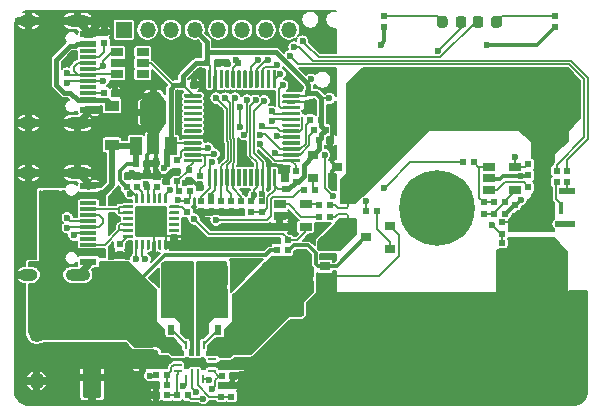
<source format=gtl>
G04 #@! TF.GenerationSoftware,KiCad,Pcbnew,5.1.5+dfsg1-2build2*
G04 #@! TF.CreationDate,2021-12-30T02:49:34+01:00*
G04 #@! TF.ProjectId,OPS,4f50532e-6b69-4636-9164-5f7063625858,rev?*
G04 #@! TF.SameCoordinates,Original*
G04 #@! TF.FileFunction,Copper,L1,Top*
G04 #@! TF.FilePolarity,Positive*
%FSLAX46Y46*%
G04 Gerber Fmt 4.6, Leading zero omitted, Abs format (unit mm)*
G04 Created by KiCad (PCBNEW 5.1.5+dfsg1-2build2) date 2021-12-30 02:49:34*
%MOMM*%
%LPD*%
G04 APERTURE LIST*
%ADD10C,3.500000*%
%ADD11O,1.350000X1.350000*%
%ADD12R,1.350000X1.350000*%
%ADD13R,1.300000X0.700000*%
%ADD14C,0.100000*%
%ADD15R,0.600000X0.500000*%
%ADD16R,0.500000X0.600000*%
%ADD17C,6.400000*%
%ADD18R,1.060000X0.650000*%
%ADD19R,0.900000X0.800000*%
%ADD20R,1.500000X4.200000*%
%ADD21R,0.250000X0.700000*%
%ADD22R,0.250000X1.200000*%
%ADD23R,0.700000X0.250000*%
%ADD24R,0.800000X0.250000*%
%ADD25R,2.200000X1.840000*%
%ADD26R,1.000000X1.500000*%
%ADD27R,1.000000X1.800000*%
%ADD28R,1.450000X0.600000*%
%ADD29O,2.100000X1.000000*%
%ADD30O,1.600000X1.000000*%
%ADD31R,1.450000X0.300000*%
%ADD32R,0.430000X1.080000*%
%ADD33R,1.410000X0.600000*%
%ADD34R,1.200000X0.900000*%
%ADD35R,0.600000X0.900000*%
%ADD36C,0.600000*%
%ADD37C,0.200000*%
%ADD38C,0.300000*%
%ADD39C,0.150000*%
%ADD40C,0.600000*%
%ADD41C,0.500000*%
%ADD42C,0.400000*%
%ADD43C,0.127000*%
G04 APERTURE END LIST*
D10*
X96750000Y-77000000D03*
X81250000Y-77000000D03*
X96750000Y-58000000D03*
X81250000Y-58000000D03*
D11*
X74000000Y-52400000D03*
X72000000Y-52400000D03*
X70000000Y-52400000D03*
X68000000Y-52400000D03*
X66000000Y-52400000D03*
X64000000Y-52400000D03*
X62000000Y-52400000D03*
D12*
X60000000Y-52400000D03*
D13*
X68700000Y-80750000D03*
X68700000Y-78850000D03*
X63125000Y-80750000D03*
X63125000Y-78850000D03*
G04 #@! TA.AperFunction,SMDPad,CuDef*
D14*
G36*
X75024504Y-78601204D02*
G01*
X75048773Y-78604804D01*
X75072571Y-78610765D01*
X75095671Y-78619030D01*
X75117849Y-78629520D01*
X75138893Y-78642133D01*
X75158598Y-78656747D01*
X75176777Y-78673223D01*
X75193253Y-78691402D01*
X75207867Y-78711107D01*
X75220480Y-78732151D01*
X75230970Y-78754329D01*
X75239235Y-78777429D01*
X75245196Y-78801227D01*
X75248796Y-78825496D01*
X75250000Y-78850000D01*
X75250000Y-81850000D01*
X75248796Y-81874504D01*
X75245196Y-81898773D01*
X75239235Y-81922571D01*
X75230970Y-81945671D01*
X75220480Y-81967849D01*
X75207867Y-81988893D01*
X75193253Y-82008598D01*
X75176777Y-82026777D01*
X75158598Y-82043253D01*
X75138893Y-82057867D01*
X75117849Y-82070480D01*
X75095671Y-82080970D01*
X75072571Y-82089235D01*
X75048773Y-82095196D01*
X75024504Y-82098796D01*
X75000000Y-82100000D01*
X73900000Y-82100000D01*
X73875496Y-82098796D01*
X73851227Y-82095196D01*
X73827429Y-82089235D01*
X73804329Y-82080970D01*
X73782151Y-82070480D01*
X73761107Y-82057867D01*
X73741402Y-82043253D01*
X73723223Y-82026777D01*
X73706747Y-82008598D01*
X73692133Y-81988893D01*
X73679520Y-81967849D01*
X73669030Y-81945671D01*
X73660765Y-81922571D01*
X73654804Y-81898773D01*
X73651204Y-81874504D01*
X73650000Y-81850000D01*
X73650000Y-78850000D01*
X73651204Y-78825496D01*
X73654804Y-78801227D01*
X73660765Y-78777429D01*
X73669030Y-78754329D01*
X73679520Y-78732151D01*
X73692133Y-78711107D01*
X73706747Y-78691402D01*
X73723223Y-78673223D01*
X73741402Y-78656747D01*
X73761107Y-78642133D01*
X73782151Y-78629520D01*
X73804329Y-78619030D01*
X73827429Y-78610765D01*
X73851227Y-78604804D01*
X73875496Y-78601204D01*
X73900000Y-78600000D01*
X75000000Y-78600000D01*
X75024504Y-78601204D01*
G37*
G04 #@! TD.AperFunction*
G04 #@! TA.AperFunction,SMDPad,CuDef*
G36*
X75024504Y-73201204D02*
G01*
X75048773Y-73204804D01*
X75072571Y-73210765D01*
X75095671Y-73219030D01*
X75117849Y-73229520D01*
X75138893Y-73242133D01*
X75158598Y-73256747D01*
X75176777Y-73273223D01*
X75193253Y-73291402D01*
X75207867Y-73311107D01*
X75220480Y-73332151D01*
X75230970Y-73354329D01*
X75239235Y-73377429D01*
X75245196Y-73401227D01*
X75248796Y-73425496D01*
X75250000Y-73450000D01*
X75250000Y-76450000D01*
X75248796Y-76474504D01*
X75245196Y-76498773D01*
X75239235Y-76522571D01*
X75230970Y-76545671D01*
X75220480Y-76567849D01*
X75207867Y-76588893D01*
X75193253Y-76608598D01*
X75176777Y-76626777D01*
X75158598Y-76643253D01*
X75138893Y-76657867D01*
X75117849Y-76670480D01*
X75095671Y-76680970D01*
X75072571Y-76689235D01*
X75048773Y-76695196D01*
X75024504Y-76698796D01*
X75000000Y-76700000D01*
X73900000Y-76700000D01*
X73875496Y-76698796D01*
X73851227Y-76695196D01*
X73827429Y-76689235D01*
X73804329Y-76680970D01*
X73782151Y-76670480D01*
X73761107Y-76657867D01*
X73741402Y-76643253D01*
X73723223Y-76626777D01*
X73706747Y-76608598D01*
X73692133Y-76588893D01*
X73679520Y-76567849D01*
X73669030Y-76545671D01*
X73660765Y-76522571D01*
X73654804Y-76498773D01*
X73651204Y-76474504D01*
X73650000Y-76450000D01*
X73650000Y-73450000D01*
X73651204Y-73425496D01*
X73654804Y-73401227D01*
X73660765Y-73377429D01*
X73669030Y-73354329D01*
X73679520Y-73332151D01*
X73692133Y-73311107D01*
X73706747Y-73291402D01*
X73723223Y-73273223D01*
X73741402Y-73256747D01*
X73761107Y-73242133D01*
X73782151Y-73229520D01*
X73804329Y-73219030D01*
X73827429Y-73210765D01*
X73851227Y-73204804D01*
X73875496Y-73201204D01*
X73900000Y-73200000D01*
X75000000Y-73200000D01*
X75024504Y-73201204D01*
G37*
G04 #@! TD.AperFunction*
G04 #@! TA.AperFunction,SMDPad,CuDef*
G36*
X57874504Y-80101204D02*
G01*
X57898773Y-80104804D01*
X57922571Y-80110765D01*
X57945671Y-80119030D01*
X57967849Y-80129520D01*
X57988893Y-80142133D01*
X58008598Y-80156747D01*
X58026777Y-80173223D01*
X58043253Y-80191402D01*
X58057867Y-80211107D01*
X58070480Y-80232151D01*
X58080970Y-80254329D01*
X58089235Y-80277429D01*
X58095196Y-80301227D01*
X58098796Y-80325496D01*
X58100000Y-80350000D01*
X58100000Y-83350000D01*
X58098796Y-83374504D01*
X58095196Y-83398773D01*
X58089235Y-83422571D01*
X58080970Y-83445671D01*
X58070480Y-83467849D01*
X58057867Y-83488893D01*
X58043253Y-83508598D01*
X58026777Y-83526777D01*
X58008598Y-83543253D01*
X57988893Y-83557867D01*
X57967849Y-83570480D01*
X57945671Y-83580970D01*
X57922571Y-83589235D01*
X57898773Y-83595196D01*
X57874504Y-83598796D01*
X57850000Y-83600000D01*
X56750000Y-83600000D01*
X56725496Y-83598796D01*
X56701227Y-83595196D01*
X56677429Y-83589235D01*
X56654329Y-83580970D01*
X56632151Y-83570480D01*
X56611107Y-83557867D01*
X56591402Y-83543253D01*
X56573223Y-83526777D01*
X56556747Y-83508598D01*
X56542133Y-83488893D01*
X56529520Y-83467849D01*
X56519030Y-83445671D01*
X56510765Y-83422571D01*
X56504804Y-83398773D01*
X56501204Y-83374504D01*
X56500000Y-83350000D01*
X56500000Y-80350000D01*
X56501204Y-80325496D01*
X56504804Y-80301227D01*
X56510765Y-80277429D01*
X56519030Y-80254329D01*
X56529520Y-80232151D01*
X56542133Y-80211107D01*
X56556747Y-80191402D01*
X56573223Y-80173223D01*
X56591402Y-80156747D01*
X56611107Y-80142133D01*
X56632151Y-80129520D01*
X56654329Y-80119030D01*
X56677429Y-80110765D01*
X56701227Y-80104804D01*
X56725496Y-80101204D01*
X56750000Y-80100000D01*
X57850000Y-80100000D01*
X57874504Y-80101204D01*
G37*
G04 #@! TD.AperFunction*
G04 #@! TA.AperFunction,SMDPad,CuDef*
G36*
X57874504Y-74701204D02*
G01*
X57898773Y-74704804D01*
X57922571Y-74710765D01*
X57945671Y-74719030D01*
X57967849Y-74729520D01*
X57988893Y-74742133D01*
X58008598Y-74756747D01*
X58026777Y-74773223D01*
X58043253Y-74791402D01*
X58057867Y-74811107D01*
X58070480Y-74832151D01*
X58080970Y-74854329D01*
X58089235Y-74877429D01*
X58095196Y-74901227D01*
X58098796Y-74925496D01*
X58100000Y-74950000D01*
X58100000Y-77950000D01*
X58098796Y-77974504D01*
X58095196Y-77998773D01*
X58089235Y-78022571D01*
X58080970Y-78045671D01*
X58070480Y-78067849D01*
X58057867Y-78088893D01*
X58043253Y-78108598D01*
X58026777Y-78126777D01*
X58008598Y-78143253D01*
X57988893Y-78157867D01*
X57967849Y-78170480D01*
X57945671Y-78180970D01*
X57922571Y-78189235D01*
X57898773Y-78195196D01*
X57874504Y-78198796D01*
X57850000Y-78200000D01*
X56750000Y-78200000D01*
X56725496Y-78198796D01*
X56701227Y-78195196D01*
X56677429Y-78189235D01*
X56654329Y-78180970D01*
X56632151Y-78170480D01*
X56611107Y-78157867D01*
X56591402Y-78143253D01*
X56573223Y-78126777D01*
X56556747Y-78108598D01*
X56542133Y-78088893D01*
X56529520Y-78067849D01*
X56519030Y-78045671D01*
X56510765Y-78022571D01*
X56504804Y-77998773D01*
X56501204Y-77974504D01*
X56500000Y-77950000D01*
X56500000Y-74950000D01*
X56501204Y-74925496D01*
X56504804Y-74901227D01*
X56510765Y-74877429D01*
X56519030Y-74854329D01*
X56529520Y-74832151D01*
X56542133Y-74811107D01*
X56556747Y-74791402D01*
X56573223Y-74773223D01*
X56591402Y-74756747D01*
X56611107Y-74742133D01*
X56632151Y-74729520D01*
X56654329Y-74719030D01*
X56677429Y-74710765D01*
X56701227Y-74704804D01*
X56725496Y-74701204D01*
X56750000Y-74700000D01*
X57850000Y-74700000D01*
X57874504Y-74701204D01*
G37*
G04 #@! TD.AperFunction*
D15*
X66550000Y-67870000D03*
X66550000Y-66930000D03*
X68250000Y-67870000D03*
X68250000Y-66930000D03*
X69100000Y-67870000D03*
X69100000Y-66930000D03*
X69950000Y-67870000D03*
X69950000Y-66930000D03*
X94250000Y-64720000D03*
X94250000Y-63780000D03*
D16*
X77470000Y-61750000D03*
X76530000Y-61750000D03*
D17*
X86500000Y-67500000D03*
D18*
X93100000Y-64050000D03*
X93100000Y-65950000D03*
X90900000Y-65950000D03*
X90900000Y-65000000D03*
X90900000Y-64050000D03*
D19*
X78000000Y-64000000D03*
X76000000Y-64950000D03*
X76000000Y-63050000D03*
D16*
X88680000Y-63650000D03*
X89620000Y-63650000D03*
D15*
X90500000Y-67030000D03*
X90500000Y-67970000D03*
X92250000Y-67030000D03*
X92250000Y-67970000D03*
D16*
X94250000Y-65750000D03*
X95190000Y-65750000D03*
X75280000Y-66000000D03*
X76220000Y-66000000D03*
X75780000Y-60050000D03*
X76720000Y-60050000D03*
D15*
X96500000Y-52220000D03*
X96500000Y-51280000D03*
X82000000Y-52220000D03*
X82000000Y-51280000D03*
D20*
X67800000Y-74550000D03*
X64200000Y-74550000D03*
D11*
X52600000Y-82150000D03*
X52600000Y-80150000D03*
X52600000Y-78150000D03*
D12*
X52600000Y-76150000D03*
G04 #@! TA.AperFunction,SMDPad,CuDef*
D14*
G36*
X90202691Y-51276053D02*
G01*
X90223926Y-51279203D01*
X90244750Y-51284419D01*
X90264962Y-51291651D01*
X90284368Y-51300830D01*
X90302781Y-51311866D01*
X90320024Y-51324654D01*
X90335930Y-51339070D01*
X90350346Y-51354976D01*
X90363134Y-51372219D01*
X90374170Y-51390632D01*
X90383349Y-51410038D01*
X90390581Y-51430250D01*
X90395797Y-51451074D01*
X90398947Y-51472309D01*
X90400000Y-51493750D01*
X90400000Y-52006250D01*
X90398947Y-52027691D01*
X90395797Y-52048926D01*
X90390581Y-52069750D01*
X90383349Y-52089962D01*
X90374170Y-52109368D01*
X90363134Y-52127781D01*
X90350346Y-52145024D01*
X90335930Y-52160930D01*
X90320024Y-52175346D01*
X90302781Y-52188134D01*
X90284368Y-52199170D01*
X90264962Y-52208349D01*
X90244750Y-52215581D01*
X90223926Y-52220797D01*
X90202691Y-52223947D01*
X90181250Y-52225000D01*
X89743750Y-52225000D01*
X89722309Y-52223947D01*
X89701074Y-52220797D01*
X89680250Y-52215581D01*
X89660038Y-52208349D01*
X89640632Y-52199170D01*
X89622219Y-52188134D01*
X89604976Y-52175346D01*
X89589070Y-52160930D01*
X89574654Y-52145024D01*
X89561866Y-52127781D01*
X89550830Y-52109368D01*
X89541651Y-52089962D01*
X89534419Y-52069750D01*
X89529203Y-52048926D01*
X89526053Y-52027691D01*
X89525000Y-52006250D01*
X89525000Y-51493750D01*
X89526053Y-51472309D01*
X89529203Y-51451074D01*
X89534419Y-51430250D01*
X89541651Y-51410038D01*
X89550830Y-51390632D01*
X89561866Y-51372219D01*
X89574654Y-51354976D01*
X89589070Y-51339070D01*
X89604976Y-51324654D01*
X89622219Y-51311866D01*
X89640632Y-51300830D01*
X89660038Y-51291651D01*
X89680250Y-51284419D01*
X89701074Y-51279203D01*
X89722309Y-51276053D01*
X89743750Y-51275000D01*
X90181250Y-51275000D01*
X90202691Y-51276053D01*
G37*
G04 #@! TD.AperFunction*
G04 #@! TA.AperFunction,SMDPad,CuDef*
G36*
X91777691Y-51276053D02*
G01*
X91798926Y-51279203D01*
X91819750Y-51284419D01*
X91839962Y-51291651D01*
X91859368Y-51300830D01*
X91877781Y-51311866D01*
X91895024Y-51324654D01*
X91910930Y-51339070D01*
X91925346Y-51354976D01*
X91938134Y-51372219D01*
X91949170Y-51390632D01*
X91958349Y-51410038D01*
X91965581Y-51430250D01*
X91970797Y-51451074D01*
X91973947Y-51472309D01*
X91975000Y-51493750D01*
X91975000Y-52006250D01*
X91973947Y-52027691D01*
X91970797Y-52048926D01*
X91965581Y-52069750D01*
X91958349Y-52089962D01*
X91949170Y-52109368D01*
X91938134Y-52127781D01*
X91925346Y-52145024D01*
X91910930Y-52160930D01*
X91895024Y-52175346D01*
X91877781Y-52188134D01*
X91859368Y-52199170D01*
X91839962Y-52208349D01*
X91819750Y-52215581D01*
X91798926Y-52220797D01*
X91777691Y-52223947D01*
X91756250Y-52225000D01*
X91318750Y-52225000D01*
X91297309Y-52223947D01*
X91276074Y-52220797D01*
X91255250Y-52215581D01*
X91235038Y-52208349D01*
X91215632Y-52199170D01*
X91197219Y-52188134D01*
X91179976Y-52175346D01*
X91164070Y-52160930D01*
X91149654Y-52145024D01*
X91136866Y-52127781D01*
X91125830Y-52109368D01*
X91116651Y-52089962D01*
X91109419Y-52069750D01*
X91104203Y-52048926D01*
X91101053Y-52027691D01*
X91100000Y-52006250D01*
X91100000Y-51493750D01*
X91101053Y-51472309D01*
X91104203Y-51451074D01*
X91109419Y-51430250D01*
X91116651Y-51410038D01*
X91125830Y-51390632D01*
X91136866Y-51372219D01*
X91149654Y-51354976D01*
X91164070Y-51339070D01*
X91179976Y-51324654D01*
X91197219Y-51311866D01*
X91215632Y-51300830D01*
X91235038Y-51291651D01*
X91255250Y-51284419D01*
X91276074Y-51279203D01*
X91297309Y-51276053D01*
X91318750Y-51275000D01*
X91756250Y-51275000D01*
X91777691Y-51276053D01*
G37*
G04 #@! TD.AperFunction*
G04 #@! TA.AperFunction,SMDPad,CuDef*
G36*
X88777691Y-51276053D02*
G01*
X88798926Y-51279203D01*
X88819750Y-51284419D01*
X88839962Y-51291651D01*
X88859368Y-51300830D01*
X88877781Y-51311866D01*
X88895024Y-51324654D01*
X88910930Y-51339070D01*
X88925346Y-51354976D01*
X88938134Y-51372219D01*
X88949170Y-51390632D01*
X88958349Y-51410038D01*
X88965581Y-51430250D01*
X88970797Y-51451074D01*
X88973947Y-51472309D01*
X88975000Y-51493750D01*
X88975000Y-52006250D01*
X88973947Y-52027691D01*
X88970797Y-52048926D01*
X88965581Y-52069750D01*
X88958349Y-52089962D01*
X88949170Y-52109368D01*
X88938134Y-52127781D01*
X88925346Y-52145024D01*
X88910930Y-52160930D01*
X88895024Y-52175346D01*
X88877781Y-52188134D01*
X88859368Y-52199170D01*
X88839962Y-52208349D01*
X88819750Y-52215581D01*
X88798926Y-52220797D01*
X88777691Y-52223947D01*
X88756250Y-52225000D01*
X88318750Y-52225000D01*
X88297309Y-52223947D01*
X88276074Y-52220797D01*
X88255250Y-52215581D01*
X88235038Y-52208349D01*
X88215632Y-52199170D01*
X88197219Y-52188134D01*
X88179976Y-52175346D01*
X88164070Y-52160930D01*
X88149654Y-52145024D01*
X88136866Y-52127781D01*
X88125830Y-52109368D01*
X88116651Y-52089962D01*
X88109419Y-52069750D01*
X88104203Y-52048926D01*
X88101053Y-52027691D01*
X88100000Y-52006250D01*
X88100000Y-51493750D01*
X88101053Y-51472309D01*
X88104203Y-51451074D01*
X88109419Y-51430250D01*
X88116651Y-51410038D01*
X88125830Y-51390632D01*
X88136866Y-51372219D01*
X88149654Y-51354976D01*
X88164070Y-51339070D01*
X88179976Y-51324654D01*
X88197219Y-51311866D01*
X88215632Y-51300830D01*
X88235038Y-51291651D01*
X88255250Y-51284419D01*
X88276074Y-51279203D01*
X88297309Y-51276053D01*
X88318750Y-51275000D01*
X88756250Y-51275000D01*
X88777691Y-51276053D01*
G37*
G04 #@! TD.AperFunction*
G04 #@! TA.AperFunction,SMDPad,CuDef*
G36*
X87202691Y-51276053D02*
G01*
X87223926Y-51279203D01*
X87244750Y-51284419D01*
X87264962Y-51291651D01*
X87284368Y-51300830D01*
X87302781Y-51311866D01*
X87320024Y-51324654D01*
X87335930Y-51339070D01*
X87350346Y-51354976D01*
X87363134Y-51372219D01*
X87374170Y-51390632D01*
X87383349Y-51410038D01*
X87390581Y-51430250D01*
X87395797Y-51451074D01*
X87398947Y-51472309D01*
X87400000Y-51493750D01*
X87400000Y-52006250D01*
X87398947Y-52027691D01*
X87395797Y-52048926D01*
X87390581Y-52069750D01*
X87383349Y-52089962D01*
X87374170Y-52109368D01*
X87363134Y-52127781D01*
X87350346Y-52145024D01*
X87335930Y-52160930D01*
X87320024Y-52175346D01*
X87302781Y-52188134D01*
X87284368Y-52199170D01*
X87264962Y-52208349D01*
X87244750Y-52215581D01*
X87223926Y-52220797D01*
X87202691Y-52223947D01*
X87181250Y-52225000D01*
X86743750Y-52225000D01*
X86722309Y-52223947D01*
X86701074Y-52220797D01*
X86680250Y-52215581D01*
X86660038Y-52208349D01*
X86640632Y-52199170D01*
X86622219Y-52188134D01*
X86604976Y-52175346D01*
X86589070Y-52160930D01*
X86574654Y-52145024D01*
X86561866Y-52127781D01*
X86550830Y-52109368D01*
X86541651Y-52089962D01*
X86534419Y-52069750D01*
X86529203Y-52048926D01*
X86526053Y-52027691D01*
X86525000Y-52006250D01*
X86525000Y-51493750D01*
X86526053Y-51472309D01*
X86529203Y-51451074D01*
X86534419Y-51430250D01*
X86541651Y-51410038D01*
X86550830Y-51390632D01*
X86561866Y-51372219D01*
X86574654Y-51354976D01*
X86589070Y-51339070D01*
X86604976Y-51324654D01*
X86622219Y-51311866D01*
X86640632Y-51300830D01*
X86660038Y-51291651D01*
X86680250Y-51284419D01*
X86701074Y-51279203D01*
X86722309Y-51276053D01*
X86743750Y-51275000D01*
X87181250Y-51275000D01*
X87202691Y-51276053D01*
G37*
G04 #@! TD.AperFunction*
D15*
X91350000Y-67030000D03*
X91350000Y-67970000D03*
X93100000Y-67230000D03*
X93100000Y-68170000D03*
X67400000Y-67870000D03*
X67400000Y-66930000D03*
D18*
X75375000Y-67200000D03*
X75375000Y-69100000D03*
X73175000Y-69100000D03*
X73175000Y-68150000D03*
X73175000Y-67200000D03*
X61600000Y-55250000D03*
X61600000Y-54300000D03*
X61600000Y-56200000D03*
X59400000Y-56200000D03*
X59400000Y-55250000D03*
X59400000Y-54300000D03*
D21*
X65250000Y-79100000D03*
D22*
X65750000Y-79350000D03*
X66250000Y-79350000D03*
D21*
X66750000Y-79100000D03*
D23*
X67450000Y-79800000D03*
X67450000Y-80300000D03*
X67450000Y-80800000D03*
X67450000Y-81300000D03*
D21*
X66700000Y-82000000D03*
D22*
X66250000Y-81750000D03*
X65750000Y-81750000D03*
D21*
X65250000Y-82000000D03*
D23*
X64550000Y-81300000D03*
X64550000Y-80800000D03*
X64550000Y-80300000D03*
D24*
X64600000Y-79800000D03*
G04 #@! TA.AperFunction,SMDPad,CuDef*
D14*
G36*
X67332351Y-55850361D02*
G01*
X67339632Y-55851441D01*
X67346771Y-55853229D01*
X67353701Y-55855709D01*
X67360355Y-55858856D01*
X67366668Y-55862640D01*
X67372579Y-55867024D01*
X67378033Y-55871967D01*
X67382976Y-55877421D01*
X67387360Y-55883332D01*
X67391144Y-55889645D01*
X67394291Y-55896299D01*
X67396771Y-55903229D01*
X67398559Y-55910368D01*
X67399639Y-55917649D01*
X67400000Y-55925000D01*
X67400000Y-57250000D01*
X67399639Y-57257351D01*
X67398559Y-57264632D01*
X67396771Y-57271771D01*
X67394291Y-57278701D01*
X67391144Y-57285355D01*
X67387360Y-57291668D01*
X67382976Y-57297579D01*
X67378033Y-57303033D01*
X67372579Y-57307976D01*
X67366668Y-57312360D01*
X67360355Y-57316144D01*
X67353701Y-57319291D01*
X67346771Y-57321771D01*
X67339632Y-57323559D01*
X67332351Y-57324639D01*
X67325000Y-57325000D01*
X67175000Y-57325000D01*
X67167649Y-57324639D01*
X67160368Y-57323559D01*
X67153229Y-57321771D01*
X67146299Y-57319291D01*
X67139645Y-57316144D01*
X67133332Y-57312360D01*
X67127421Y-57307976D01*
X67121967Y-57303033D01*
X67117024Y-57297579D01*
X67112640Y-57291668D01*
X67108856Y-57285355D01*
X67105709Y-57278701D01*
X67103229Y-57271771D01*
X67101441Y-57264632D01*
X67100361Y-57257351D01*
X67100000Y-57250000D01*
X67100000Y-55925000D01*
X67100361Y-55917649D01*
X67101441Y-55910368D01*
X67103229Y-55903229D01*
X67105709Y-55896299D01*
X67108856Y-55889645D01*
X67112640Y-55883332D01*
X67117024Y-55877421D01*
X67121967Y-55871967D01*
X67127421Y-55867024D01*
X67133332Y-55862640D01*
X67139645Y-55858856D01*
X67146299Y-55855709D01*
X67153229Y-55853229D01*
X67160368Y-55851441D01*
X67167649Y-55850361D01*
X67175000Y-55850000D01*
X67325000Y-55850000D01*
X67332351Y-55850361D01*
G37*
G04 #@! TD.AperFunction*
G04 #@! TA.AperFunction,SMDPad,CuDef*
G36*
X67832351Y-55850361D02*
G01*
X67839632Y-55851441D01*
X67846771Y-55853229D01*
X67853701Y-55855709D01*
X67860355Y-55858856D01*
X67866668Y-55862640D01*
X67872579Y-55867024D01*
X67878033Y-55871967D01*
X67882976Y-55877421D01*
X67887360Y-55883332D01*
X67891144Y-55889645D01*
X67894291Y-55896299D01*
X67896771Y-55903229D01*
X67898559Y-55910368D01*
X67899639Y-55917649D01*
X67900000Y-55925000D01*
X67900000Y-57250000D01*
X67899639Y-57257351D01*
X67898559Y-57264632D01*
X67896771Y-57271771D01*
X67894291Y-57278701D01*
X67891144Y-57285355D01*
X67887360Y-57291668D01*
X67882976Y-57297579D01*
X67878033Y-57303033D01*
X67872579Y-57307976D01*
X67866668Y-57312360D01*
X67860355Y-57316144D01*
X67853701Y-57319291D01*
X67846771Y-57321771D01*
X67839632Y-57323559D01*
X67832351Y-57324639D01*
X67825000Y-57325000D01*
X67675000Y-57325000D01*
X67667649Y-57324639D01*
X67660368Y-57323559D01*
X67653229Y-57321771D01*
X67646299Y-57319291D01*
X67639645Y-57316144D01*
X67633332Y-57312360D01*
X67627421Y-57307976D01*
X67621967Y-57303033D01*
X67617024Y-57297579D01*
X67612640Y-57291668D01*
X67608856Y-57285355D01*
X67605709Y-57278701D01*
X67603229Y-57271771D01*
X67601441Y-57264632D01*
X67600361Y-57257351D01*
X67600000Y-57250000D01*
X67600000Y-55925000D01*
X67600361Y-55917649D01*
X67601441Y-55910368D01*
X67603229Y-55903229D01*
X67605709Y-55896299D01*
X67608856Y-55889645D01*
X67612640Y-55883332D01*
X67617024Y-55877421D01*
X67621967Y-55871967D01*
X67627421Y-55867024D01*
X67633332Y-55862640D01*
X67639645Y-55858856D01*
X67646299Y-55855709D01*
X67653229Y-55853229D01*
X67660368Y-55851441D01*
X67667649Y-55850361D01*
X67675000Y-55850000D01*
X67825000Y-55850000D01*
X67832351Y-55850361D01*
G37*
G04 #@! TD.AperFunction*
G04 #@! TA.AperFunction,SMDPad,CuDef*
G36*
X68332351Y-55850361D02*
G01*
X68339632Y-55851441D01*
X68346771Y-55853229D01*
X68353701Y-55855709D01*
X68360355Y-55858856D01*
X68366668Y-55862640D01*
X68372579Y-55867024D01*
X68378033Y-55871967D01*
X68382976Y-55877421D01*
X68387360Y-55883332D01*
X68391144Y-55889645D01*
X68394291Y-55896299D01*
X68396771Y-55903229D01*
X68398559Y-55910368D01*
X68399639Y-55917649D01*
X68400000Y-55925000D01*
X68400000Y-57250000D01*
X68399639Y-57257351D01*
X68398559Y-57264632D01*
X68396771Y-57271771D01*
X68394291Y-57278701D01*
X68391144Y-57285355D01*
X68387360Y-57291668D01*
X68382976Y-57297579D01*
X68378033Y-57303033D01*
X68372579Y-57307976D01*
X68366668Y-57312360D01*
X68360355Y-57316144D01*
X68353701Y-57319291D01*
X68346771Y-57321771D01*
X68339632Y-57323559D01*
X68332351Y-57324639D01*
X68325000Y-57325000D01*
X68175000Y-57325000D01*
X68167649Y-57324639D01*
X68160368Y-57323559D01*
X68153229Y-57321771D01*
X68146299Y-57319291D01*
X68139645Y-57316144D01*
X68133332Y-57312360D01*
X68127421Y-57307976D01*
X68121967Y-57303033D01*
X68117024Y-57297579D01*
X68112640Y-57291668D01*
X68108856Y-57285355D01*
X68105709Y-57278701D01*
X68103229Y-57271771D01*
X68101441Y-57264632D01*
X68100361Y-57257351D01*
X68100000Y-57250000D01*
X68100000Y-55925000D01*
X68100361Y-55917649D01*
X68101441Y-55910368D01*
X68103229Y-55903229D01*
X68105709Y-55896299D01*
X68108856Y-55889645D01*
X68112640Y-55883332D01*
X68117024Y-55877421D01*
X68121967Y-55871967D01*
X68127421Y-55867024D01*
X68133332Y-55862640D01*
X68139645Y-55858856D01*
X68146299Y-55855709D01*
X68153229Y-55853229D01*
X68160368Y-55851441D01*
X68167649Y-55850361D01*
X68175000Y-55850000D01*
X68325000Y-55850000D01*
X68332351Y-55850361D01*
G37*
G04 #@! TD.AperFunction*
G04 #@! TA.AperFunction,SMDPad,CuDef*
G36*
X68832351Y-55850361D02*
G01*
X68839632Y-55851441D01*
X68846771Y-55853229D01*
X68853701Y-55855709D01*
X68860355Y-55858856D01*
X68866668Y-55862640D01*
X68872579Y-55867024D01*
X68878033Y-55871967D01*
X68882976Y-55877421D01*
X68887360Y-55883332D01*
X68891144Y-55889645D01*
X68894291Y-55896299D01*
X68896771Y-55903229D01*
X68898559Y-55910368D01*
X68899639Y-55917649D01*
X68900000Y-55925000D01*
X68900000Y-57250000D01*
X68899639Y-57257351D01*
X68898559Y-57264632D01*
X68896771Y-57271771D01*
X68894291Y-57278701D01*
X68891144Y-57285355D01*
X68887360Y-57291668D01*
X68882976Y-57297579D01*
X68878033Y-57303033D01*
X68872579Y-57307976D01*
X68866668Y-57312360D01*
X68860355Y-57316144D01*
X68853701Y-57319291D01*
X68846771Y-57321771D01*
X68839632Y-57323559D01*
X68832351Y-57324639D01*
X68825000Y-57325000D01*
X68675000Y-57325000D01*
X68667649Y-57324639D01*
X68660368Y-57323559D01*
X68653229Y-57321771D01*
X68646299Y-57319291D01*
X68639645Y-57316144D01*
X68633332Y-57312360D01*
X68627421Y-57307976D01*
X68621967Y-57303033D01*
X68617024Y-57297579D01*
X68612640Y-57291668D01*
X68608856Y-57285355D01*
X68605709Y-57278701D01*
X68603229Y-57271771D01*
X68601441Y-57264632D01*
X68600361Y-57257351D01*
X68600000Y-57250000D01*
X68600000Y-55925000D01*
X68600361Y-55917649D01*
X68601441Y-55910368D01*
X68603229Y-55903229D01*
X68605709Y-55896299D01*
X68608856Y-55889645D01*
X68612640Y-55883332D01*
X68617024Y-55877421D01*
X68621967Y-55871967D01*
X68627421Y-55867024D01*
X68633332Y-55862640D01*
X68639645Y-55858856D01*
X68646299Y-55855709D01*
X68653229Y-55853229D01*
X68660368Y-55851441D01*
X68667649Y-55850361D01*
X68675000Y-55850000D01*
X68825000Y-55850000D01*
X68832351Y-55850361D01*
G37*
G04 #@! TD.AperFunction*
G04 #@! TA.AperFunction,SMDPad,CuDef*
G36*
X69332351Y-55850361D02*
G01*
X69339632Y-55851441D01*
X69346771Y-55853229D01*
X69353701Y-55855709D01*
X69360355Y-55858856D01*
X69366668Y-55862640D01*
X69372579Y-55867024D01*
X69378033Y-55871967D01*
X69382976Y-55877421D01*
X69387360Y-55883332D01*
X69391144Y-55889645D01*
X69394291Y-55896299D01*
X69396771Y-55903229D01*
X69398559Y-55910368D01*
X69399639Y-55917649D01*
X69400000Y-55925000D01*
X69400000Y-57250000D01*
X69399639Y-57257351D01*
X69398559Y-57264632D01*
X69396771Y-57271771D01*
X69394291Y-57278701D01*
X69391144Y-57285355D01*
X69387360Y-57291668D01*
X69382976Y-57297579D01*
X69378033Y-57303033D01*
X69372579Y-57307976D01*
X69366668Y-57312360D01*
X69360355Y-57316144D01*
X69353701Y-57319291D01*
X69346771Y-57321771D01*
X69339632Y-57323559D01*
X69332351Y-57324639D01*
X69325000Y-57325000D01*
X69175000Y-57325000D01*
X69167649Y-57324639D01*
X69160368Y-57323559D01*
X69153229Y-57321771D01*
X69146299Y-57319291D01*
X69139645Y-57316144D01*
X69133332Y-57312360D01*
X69127421Y-57307976D01*
X69121967Y-57303033D01*
X69117024Y-57297579D01*
X69112640Y-57291668D01*
X69108856Y-57285355D01*
X69105709Y-57278701D01*
X69103229Y-57271771D01*
X69101441Y-57264632D01*
X69100361Y-57257351D01*
X69100000Y-57250000D01*
X69100000Y-55925000D01*
X69100361Y-55917649D01*
X69101441Y-55910368D01*
X69103229Y-55903229D01*
X69105709Y-55896299D01*
X69108856Y-55889645D01*
X69112640Y-55883332D01*
X69117024Y-55877421D01*
X69121967Y-55871967D01*
X69127421Y-55867024D01*
X69133332Y-55862640D01*
X69139645Y-55858856D01*
X69146299Y-55855709D01*
X69153229Y-55853229D01*
X69160368Y-55851441D01*
X69167649Y-55850361D01*
X69175000Y-55850000D01*
X69325000Y-55850000D01*
X69332351Y-55850361D01*
G37*
G04 #@! TD.AperFunction*
G04 #@! TA.AperFunction,SMDPad,CuDef*
G36*
X69832351Y-55850361D02*
G01*
X69839632Y-55851441D01*
X69846771Y-55853229D01*
X69853701Y-55855709D01*
X69860355Y-55858856D01*
X69866668Y-55862640D01*
X69872579Y-55867024D01*
X69878033Y-55871967D01*
X69882976Y-55877421D01*
X69887360Y-55883332D01*
X69891144Y-55889645D01*
X69894291Y-55896299D01*
X69896771Y-55903229D01*
X69898559Y-55910368D01*
X69899639Y-55917649D01*
X69900000Y-55925000D01*
X69900000Y-57250000D01*
X69899639Y-57257351D01*
X69898559Y-57264632D01*
X69896771Y-57271771D01*
X69894291Y-57278701D01*
X69891144Y-57285355D01*
X69887360Y-57291668D01*
X69882976Y-57297579D01*
X69878033Y-57303033D01*
X69872579Y-57307976D01*
X69866668Y-57312360D01*
X69860355Y-57316144D01*
X69853701Y-57319291D01*
X69846771Y-57321771D01*
X69839632Y-57323559D01*
X69832351Y-57324639D01*
X69825000Y-57325000D01*
X69675000Y-57325000D01*
X69667649Y-57324639D01*
X69660368Y-57323559D01*
X69653229Y-57321771D01*
X69646299Y-57319291D01*
X69639645Y-57316144D01*
X69633332Y-57312360D01*
X69627421Y-57307976D01*
X69621967Y-57303033D01*
X69617024Y-57297579D01*
X69612640Y-57291668D01*
X69608856Y-57285355D01*
X69605709Y-57278701D01*
X69603229Y-57271771D01*
X69601441Y-57264632D01*
X69600361Y-57257351D01*
X69600000Y-57250000D01*
X69600000Y-55925000D01*
X69600361Y-55917649D01*
X69601441Y-55910368D01*
X69603229Y-55903229D01*
X69605709Y-55896299D01*
X69608856Y-55889645D01*
X69612640Y-55883332D01*
X69617024Y-55877421D01*
X69621967Y-55871967D01*
X69627421Y-55867024D01*
X69633332Y-55862640D01*
X69639645Y-55858856D01*
X69646299Y-55855709D01*
X69653229Y-55853229D01*
X69660368Y-55851441D01*
X69667649Y-55850361D01*
X69675000Y-55850000D01*
X69825000Y-55850000D01*
X69832351Y-55850361D01*
G37*
G04 #@! TD.AperFunction*
G04 #@! TA.AperFunction,SMDPad,CuDef*
G36*
X70332351Y-55850361D02*
G01*
X70339632Y-55851441D01*
X70346771Y-55853229D01*
X70353701Y-55855709D01*
X70360355Y-55858856D01*
X70366668Y-55862640D01*
X70372579Y-55867024D01*
X70378033Y-55871967D01*
X70382976Y-55877421D01*
X70387360Y-55883332D01*
X70391144Y-55889645D01*
X70394291Y-55896299D01*
X70396771Y-55903229D01*
X70398559Y-55910368D01*
X70399639Y-55917649D01*
X70400000Y-55925000D01*
X70400000Y-57250000D01*
X70399639Y-57257351D01*
X70398559Y-57264632D01*
X70396771Y-57271771D01*
X70394291Y-57278701D01*
X70391144Y-57285355D01*
X70387360Y-57291668D01*
X70382976Y-57297579D01*
X70378033Y-57303033D01*
X70372579Y-57307976D01*
X70366668Y-57312360D01*
X70360355Y-57316144D01*
X70353701Y-57319291D01*
X70346771Y-57321771D01*
X70339632Y-57323559D01*
X70332351Y-57324639D01*
X70325000Y-57325000D01*
X70175000Y-57325000D01*
X70167649Y-57324639D01*
X70160368Y-57323559D01*
X70153229Y-57321771D01*
X70146299Y-57319291D01*
X70139645Y-57316144D01*
X70133332Y-57312360D01*
X70127421Y-57307976D01*
X70121967Y-57303033D01*
X70117024Y-57297579D01*
X70112640Y-57291668D01*
X70108856Y-57285355D01*
X70105709Y-57278701D01*
X70103229Y-57271771D01*
X70101441Y-57264632D01*
X70100361Y-57257351D01*
X70100000Y-57250000D01*
X70100000Y-55925000D01*
X70100361Y-55917649D01*
X70101441Y-55910368D01*
X70103229Y-55903229D01*
X70105709Y-55896299D01*
X70108856Y-55889645D01*
X70112640Y-55883332D01*
X70117024Y-55877421D01*
X70121967Y-55871967D01*
X70127421Y-55867024D01*
X70133332Y-55862640D01*
X70139645Y-55858856D01*
X70146299Y-55855709D01*
X70153229Y-55853229D01*
X70160368Y-55851441D01*
X70167649Y-55850361D01*
X70175000Y-55850000D01*
X70325000Y-55850000D01*
X70332351Y-55850361D01*
G37*
G04 #@! TD.AperFunction*
G04 #@! TA.AperFunction,SMDPad,CuDef*
G36*
X70832351Y-55850361D02*
G01*
X70839632Y-55851441D01*
X70846771Y-55853229D01*
X70853701Y-55855709D01*
X70860355Y-55858856D01*
X70866668Y-55862640D01*
X70872579Y-55867024D01*
X70878033Y-55871967D01*
X70882976Y-55877421D01*
X70887360Y-55883332D01*
X70891144Y-55889645D01*
X70894291Y-55896299D01*
X70896771Y-55903229D01*
X70898559Y-55910368D01*
X70899639Y-55917649D01*
X70900000Y-55925000D01*
X70900000Y-57250000D01*
X70899639Y-57257351D01*
X70898559Y-57264632D01*
X70896771Y-57271771D01*
X70894291Y-57278701D01*
X70891144Y-57285355D01*
X70887360Y-57291668D01*
X70882976Y-57297579D01*
X70878033Y-57303033D01*
X70872579Y-57307976D01*
X70866668Y-57312360D01*
X70860355Y-57316144D01*
X70853701Y-57319291D01*
X70846771Y-57321771D01*
X70839632Y-57323559D01*
X70832351Y-57324639D01*
X70825000Y-57325000D01*
X70675000Y-57325000D01*
X70667649Y-57324639D01*
X70660368Y-57323559D01*
X70653229Y-57321771D01*
X70646299Y-57319291D01*
X70639645Y-57316144D01*
X70633332Y-57312360D01*
X70627421Y-57307976D01*
X70621967Y-57303033D01*
X70617024Y-57297579D01*
X70612640Y-57291668D01*
X70608856Y-57285355D01*
X70605709Y-57278701D01*
X70603229Y-57271771D01*
X70601441Y-57264632D01*
X70600361Y-57257351D01*
X70600000Y-57250000D01*
X70600000Y-55925000D01*
X70600361Y-55917649D01*
X70601441Y-55910368D01*
X70603229Y-55903229D01*
X70605709Y-55896299D01*
X70608856Y-55889645D01*
X70612640Y-55883332D01*
X70617024Y-55877421D01*
X70621967Y-55871967D01*
X70627421Y-55867024D01*
X70633332Y-55862640D01*
X70639645Y-55858856D01*
X70646299Y-55855709D01*
X70653229Y-55853229D01*
X70660368Y-55851441D01*
X70667649Y-55850361D01*
X70675000Y-55850000D01*
X70825000Y-55850000D01*
X70832351Y-55850361D01*
G37*
G04 #@! TD.AperFunction*
G04 #@! TA.AperFunction,SMDPad,CuDef*
G36*
X71332351Y-55850361D02*
G01*
X71339632Y-55851441D01*
X71346771Y-55853229D01*
X71353701Y-55855709D01*
X71360355Y-55858856D01*
X71366668Y-55862640D01*
X71372579Y-55867024D01*
X71378033Y-55871967D01*
X71382976Y-55877421D01*
X71387360Y-55883332D01*
X71391144Y-55889645D01*
X71394291Y-55896299D01*
X71396771Y-55903229D01*
X71398559Y-55910368D01*
X71399639Y-55917649D01*
X71400000Y-55925000D01*
X71400000Y-57250000D01*
X71399639Y-57257351D01*
X71398559Y-57264632D01*
X71396771Y-57271771D01*
X71394291Y-57278701D01*
X71391144Y-57285355D01*
X71387360Y-57291668D01*
X71382976Y-57297579D01*
X71378033Y-57303033D01*
X71372579Y-57307976D01*
X71366668Y-57312360D01*
X71360355Y-57316144D01*
X71353701Y-57319291D01*
X71346771Y-57321771D01*
X71339632Y-57323559D01*
X71332351Y-57324639D01*
X71325000Y-57325000D01*
X71175000Y-57325000D01*
X71167649Y-57324639D01*
X71160368Y-57323559D01*
X71153229Y-57321771D01*
X71146299Y-57319291D01*
X71139645Y-57316144D01*
X71133332Y-57312360D01*
X71127421Y-57307976D01*
X71121967Y-57303033D01*
X71117024Y-57297579D01*
X71112640Y-57291668D01*
X71108856Y-57285355D01*
X71105709Y-57278701D01*
X71103229Y-57271771D01*
X71101441Y-57264632D01*
X71100361Y-57257351D01*
X71100000Y-57250000D01*
X71100000Y-55925000D01*
X71100361Y-55917649D01*
X71101441Y-55910368D01*
X71103229Y-55903229D01*
X71105709Y-55896299D01*
X71108856Y-55889645D01*
X71112640Y-55883332D01*
X71117024Y-55877421D01*
X71121967Y-55871967D01*
X71127421Y-55867024D01*
X71133332Y-55862640D01*
X71139645Y-55858856D01*
X71146299Y-55855709D01*
X71153229Y-55853229D01*
X71160368Y-55851441D01*
X71167649Y-55850361D01*
X71175000Y-55850000D01*
X71325000Y-55850000D01*
X71332351Y-55850361D01*
G37*
G04 #@! TD.AperFunction*
G04 #@! TA.AperFunction,SMDPad,CuDef*
G36*
X71832351Y-55850361D02*
G01*
X71839632Y-55851441D01*
X71846771Y-55853229D01*
X71853701Y-55855709D01*
X71860355Y-55858856D01*
X71866668Y-55862640D01*
X71872579Y-55867024D01*
X71878033Y-55871967D01*
X71882976Y-55877421D01*
X71887360Y-55883332D01*
X71891144Y-55889645D01*
X71894291Y-55896299D01*
X71896771Y-55903229D01*
X71898559Y-55910368D01*
X71899639Y-55917649D01*
X71900000Y-55925000D01*
X71900000Y-57250000D01*
X71899639Y-57257351D01*
X71898559Y-57264632D01*
X71896771Y-57271771D01*
X71894291Y-57278701D01*
X71891144Y-57285355D01*
X71887360Y-57291668D01*
X71882976Y-57297579D01*
X71878033Y-57303033D01*
X71872579Y-57307976D01*
X71866668Y-57312360D01*
X71860355Y-57316144D01*
X71853701Y-57319291D01*
X71846771Y-57321771D01*
X71839632Y-57323559D01*
X71832351Y-57324639D01*
X71825000Y-57325000D01*
X71675000Y-57325000D01*
X71667649Y-57324639D01*
X71660368Y-57323559D01*
X71653229Y-57321771D01*
X71646299Y-57319291D01*
X71639645Y-57316144D01*
X71633332Y-57312360D01*
X71627421Y-57307976D01*
X71621967Y-57303033D01*
X71617024Y-57297579D01*
X71612640Y-57291668D01*
X71608856Y-57285355D01*
X71605709Y-57278701D01*
X71603229Y-57271771D01*
X71601441Y-57264632D01*
X71600361Y-57257351D01*
X71600000Y-57250000D01*
X71600000Y-55925000D01*
X71600361Y-55917649D01*
X71601441Y-55910368D01*
X71603229Y-55903229D01*
X71605709Y-55896299D01*
X71608856Y-55889645D01*
X71612640Y-55883332D01*
X71617024Y-55877421D01*
X71621967Y-55871967D01*
X71627421Y-55867024D01*
X71633332Y-55862640D01*
X71639645Y-55858856D01*
X71646299Y-55855709D01*
X71653229Y-55853229D01*
X71660368Y-55851441D01*
X71667649Y-55850361D01*
X71675000Y-55850000D01*
X71825000Y-55850000D01*
X71832351Y-55850361D01*
G37*
G04 #@! TD.AperFunction*
G04 #@! TA.AperFunction,SMDPad,CuDef*
G36*
X72332351Y-55850361D02*
G01*
X72339632Y-55851441D01*
X72346771Y-55853229D01*
X72353701Y-55855709D01*
X72360355Y-55858856D01*
X72366668Y-55862640D01*
X72372579Y-55867024D01*
X72378033Y-55871967D01*
X72382976Y-55877421D01*
X72387360Y-55883332D01*
X72391144Y-55889645D01*
X72394291Y-55896299D01*
X72396771Y-55903229D01*
X72398559Y-55910368D01*
X72399639Y-55917649D01*
X72400000Y-55925000D01*
X72400000Y-57250000D01*
X72399639Y-57257351D01*
X72398559Y-57264632D01*
X72396771Y-57271771D01*
X72394291Y-57278701D01*
X72391144Y-57285355D01*
X72387360Y-57291668D01*
X72382976Y-57297579D01*
X72378033Y-57303033D01*
X72372579Y-57307976D01*
X72366668Y-57312360D01*
X72360355Y-57316144D01*
X72353701Y-57319291D01*
X72346771Y-57321771D01*
X72339632Y-57323559D01*
X72332351Y-57324639D01*
X72325000Y-57325000D01*
X72175000Y-57325000D01*
X72167649Y-57324639D01*
X72160368Y-57323559D01*
X72153229Y-57321771D01*
X72146299Y-57319291D01*
X72139645Y-57316144D01*
X72133332Y-57312360D01*
X72127421Y-57307976D01*
X72121967Y-57303033D01*
X72117024Y-57297579D01*
X72112640Y-57291668D01*
X72108856Y-57285355D01*
X72105709Y-57278701D01*
X72103229Y-57271771D01*
X72101441Y-57264632D01*
X72100361Y-57257351D01*
X72100000Y-57250000D01*
X72100000Y-55925000D01*
X72100361Y-55917649D01*
X72101441Y-55910368D01*
X72103229Y-55903229D01*
X72105709Y-55896299D01*
X72108856Y-55889645D01*
X72112640Y-55883332D01*
X72117024Y-55877421D01*
X72121967Y-55871967D01*
X72127421Y-55867024D01*
X72133332Y-55862640D01*
X72139645Y-55858856D01*
X72146299Y-55855709D01*
X72153229Y-55853229D01*
X72160368Y-55851441D01*
X72167649Y-55850361D01*
X72175000Y-55850000D01*
X72325000Y-55850000D01*
X72332351Y-55850361D01*
G37*
G04 #@! TD.AperFunction*
G04 #@! TA.AperFunction,SMDPad,CuDef*
G36*
X72832351Y-55850361D02*
G01*
X72839632Y-55851441D01*
X72846771Y-55853229D01*
X72853701Y-55855709D01*
X72860355Y-55858856D01*
X72866668Y-55862640D01*
X72872579Y-55867024D01*
X72878033Y-55871967D01*
X72882976Y-55877421D01*
X72887360Y-55883332D01*
X72891144Y-55889645D01*
X72894291Y-55896299D01*
X72896771Y-55903229D01*
X72898559Y-55910368D01*
X72899639Y-55917649D01*
X72900000Y-55925000D01*
X72900000Y-57250000D01*
X72899639Y-57257351D01*
X72898559Y-57264632D01*
X72896771Y-57271771D01*
X72894291Y-57278701D01*
X72891144Y-57285355D01*
X72887360Y-57291668D01*
X72882976Y-57297579D01*
X72878033Y-57303033D01*
X72872579Y-57307976D01*
X72866668Y-57312360D01*
X72860355Y-57316144D01*
X72853701Y-57319291D01*
X72846771Y-57321771D01*
X72839632Y-57323559D01*
X72832351Y-57324639D01*
X72825000Y-57325000D01*
X72675000Y-57325000D01*
X72667649Y-57324639D01*
X72660368Y-57323559D01*
X72653229Y-57321771D01*
X72646299Y-57319291D01*
X72639645Y-57316144D01*
X72633332Y-57312360D01*
X72627421Y-57307976D01*
X72621967Y-57303033D01*
X72617024Y-57297579D01*
X72612640Y-57291668D01*
X72608856Y-57285355D01*
X72605709Y-57278701D01*
X72603229Y-57271771D01*
X72601441Y-57264632D01*
X72600361Y-57257351D01*
X72600000Y-57250000D01*
X72600000Y-55925000D01*
X72600361Y-55917649D01*
X72601441Y-55910368D01*
X72603229Y-55903229D01*
X72605709Y-55896299D01*
X72608856Y-55889645D01*
X72612640Y-55883332D01*
X72617024Y-55877421D01*
X72621967Y-55871967D01*
X72627421Y-55867024D01*
X72633332Y-55862640D01*
X72639645Y-55858856D01*
X72646299Y-55855709D01*
X72653229Y-55853229D01*
X72660368Y-55851441D01*
X72667649Y-55850361D01*
X72675000Y-55850000D01*
X72825000Y-55850000D01*
X72832351Y-55850361D01*
G37*
G04 #@! TD.AperFunction*
G04 #@! TA.AperFunction,SMDPad,CuDef*
G36*
X74832351Y-57850361D02*
G01*
X74839632Y-57851441D01*
X74846771Y-57853229D01*
X74853701Y-57855709D01*
X74860355Y-57858856D01*
X74866668Y-57862640D01*
X74872579Y-57867024D01*
X74878033Y-57871967D01*
X74882976Y-57877421D01*
X74887360Y-57883332D01*
X74891144Y-57889645D01*
X74894291Y-57896299D01*
X74896771Y-57903229D01*
X74898559Y-57910368D01*
X74899639Y-57917649D01*
X74900000Y-57925000D01*
X74900000Y-58075000D01*
X74899639Y-58082351D01*
X74898559Y-58089632D01*
X74896771Y-58096771D01*
X74894291Y-58103701D01*
X74891144Y-58110355D01*
X74887360Y-58116668D01*
X74882976Y-58122579D01*
X74878033Y-58128033D01*
X74872579Y-58132976D01*
X74866668Y-58137360D01*
X74860355Y-58141144D01*
X74853701Y-58144291D01*
X74846771Y-58146771D01*
X74839632Y-58148559D01*
X74832351Y-58149639D01*
X74825000Y-58150000D01*
X73500000Y-58150000D01*
X73492649Y-58149639D01*
X73485368Y-58148559D01*
X73478229Y-58146771D01*
X73471299Y-58144291D01*
X73464645Y-58141144D01*
X73458332Y-58137360D01*
X73452421Y-58132976D01*
X73446967Y-58128033D01*
X73442024Y-58122579D01*
X73437640Y-58116668D01*
X73433856Y-58110355D01*
X73430709Y-58103701D01*
X73428229Y-58096771D01*
X73426441Y-58089632D01*
X73425361Y-58082351D01*
X73425000Y-58075000D01*
X73425000Y-57925000D01*
X73425361Y-57917649D01*
X73426441Y-57910368D01*
X73428229Y-57903229D01*
X73430709Y-57896299D01*
X73433856Y-57889645D01*
X73437640Y-57883332D01*
X73442024Y-57877421D01*
X73446967Y-57871967D01*
X73452421Y-57867024D01*
X73458332Y-57862640D01*
X73464645Y-57858856D01*
X73471299Y-57855709D01*
X73478229Y-57853229D01*
X73485368Y-57851441D01*
X73492649Y-57850361D01*
X73500000Y-57850000D01*
X74825000Y-57850000D01*
X74832351Y-57850361D01*
G37*
G04 #@! TD.AperFunction*
G04 #@! TA.AperFunction,SMDPad,CuDef*
G36*
X74832351Y-58350361D02*
G01*
X74839632Y-58351441D01*
X74846771Y-58353229D01*
X74853701Y-58355709D01*
X74860355Y-58358856D01*
X74866668Y-58362640D01*
X74872579Y-58367024D01*
X74878033Y-58371967D01*
X74882976Y-58377421D01*
X74887360Y-58383332D01*
X74891144Y-58389645D01*
X74894291Y-58396299D01*
X74896771Y-58403229D01*
X74898559Y-58410368D01*
X74899639Y-58417649D01*
X74900000Y-58425000D01*
X74900000Y-58575000D01*
X74899639Y-58582351D01*
X74898559Y-58589632D01*
X74896771Y-58596771D01*
X74894291Y-58603701D01*
X74891144Y-58610355D01*
X74887360Y-58616668D01*
X74882976Y-58622579D01*
X74878033Y-58628033D01*
X74872579Y-58632976D01*
X74866668Y-58637360D01*
X74860355Y-58641144D01*
X74853701Y-58644291D01*
X74846771Y-58646771D01*
X74839632Y-58648559D01*
X74832351Y-58649639D01*
X74825000Y-58650000D01*
X73500000Y-58650000D01*
X73492649Y-58649639D01*
X73485368Y-58648559D01*
X73478229Y-58646771D01*
X73471299Y-58644291D01*
X73464645Y-58641144D01*
X73458332Y-58637360D01*
X73452421Y-58632976D01*
X73446967Y-58628033D01*
X73442024Y-58622579D01*
X73437640Y-58616668D01*
X73433856Y-58610355D01*
X73430709Y-58603701D01*
X73428229Y-58596771D01*
X73426441Y-58589632D01*
X73425361Y-58582351D01*
X73425000Y-58575000D01*
X73425000Y-58425000D01*
X73425361Y-58417649D01*
X73426441Y-58410368D01*
X73428229Y-58403229D01*
X73430709Y-58396299D01*
X73433856Y-58389645D01*
X73437640Y-58383332D01*
X73442024Y-58377421D01*
X73446967Y-58371967D01*
X73452421Y-58367024D01*
X73458332Y-58362640D01*
X73464645Y-58358856D01*
X73471299Y-58355709D01*
X73478229Y-58353229D01*
X73485368Y-58351441D01*
X73492649Y-58350361D01*
X73500000Y-58350000D01*
X74825000Y-58350000D01*
X74832351Y-58350361D01*
G37*
G04 #@! TD.AperFunction*
G04 #@! TA.AperFunction,SMDPad,CuDef*
G36*
X74832351Y-58850361D02*
G01*
X74839632Y-58851441D01*
X74846771Y-58853229D01*
X74853701Y-58855709D01*
X74860355Y-58858856D01*
X74866668Y-58862640D01*
X74872579Y-58867024D01*
X74878033Y-58871967D01*
X74882976Y-58877421D01*
X74887360Y-58883332D01*
X74891144Y-58889645D01*
X74894291Y-58896299D01*
X74896771Y-58903229D01*
X74898559Y-58910368D01*
X74899639Y-58917649D01*
X74900000Y-58925000D01*
X74900000Y-59075000D01*
X74899639Y-59082351D01*
X74898559Y-59089632D01*
X74896771Y-59096771D01*
X74894291Y-59103701D01*
X74891144Y-59110355D01*
X74887360Y-59116668D01*
X74882976Y-59122579D01*
X74878033Y-59128033D01*
X74872579Y-59132976D01*
X74866668Y-59137360D01*
X74860355Y-59141144D01*
X74853701Y-59144291D01*
X74846771Y-59146771D01*
X74839632Y-59148559D01*
X74832351Y-59149639D01*
X74825000Y-59150000D01*
X73500000Y-59150000D01*
X73492649Y-59149639D01*
X73485368Y-59148559D01*
X73478229Y-59146771D01*
X73471299Y-59144291D01*
X73464645Y-59141144D01*
X73458332Y-59137360D01*
X73452421Y-59132976D01*
X73446967Y-59128033D01*
X73442024Y-59122579D01*
X73437640Y-59116668D01*
X73433856Y-59110355D01*
X73430709Y-59103701D01*
X73428229Y-59096771D01*
X73426441Y-59089632D01*
X73425361Y-59082351D01*
X73425000Y-59075000D01*
X73425000Y-58925000D01*
X73425361Y-58917649D01*
X73426441Y-58910368D01*
X73428229Y-58903229D01*
X73430709Y-58896299D01*
X73433856Y-58889645D01*
X73437640Y-58883332D01*
X73442024Y-58877421D01*
X73446967Y-58871967D01*
X73452421Y-58867024D01*
X73458332Y-58862640D01*
X73464645Y-58858856D01*
X73471299Y-58855709D01*
X73478229Y-58853229D01*
X73485368Y-58851441D01*
X73492649Y-58850361D01*
X73500000Y-58850000D01*
X74825000Y-58850000D01*
X74832351Y-58850361D01*
G37*
G04 #@! TD.AperFunction*
G04 #@! TA.AperFunction,SMDPad,CuDef*
G36*
X74832351Y-59350361D02*
G01*
X74839632Y-59351441D01*
X74846771Y-59353229D01*
X74853701Y-59355709D01*
X74860355Y-59358856D01*
X74866668Y-59362640D01*
X74872579Y-59367024D01*
X74878033Y-59371967D01*
X74882976Y-59377421D01*
X74887360Y-59383332D01*
X74891144Y-59389645D01*
X74894291Y-59396299D01*
X74896771Y-59403229D01*
X74898559Y-59410368D01*
X74899639Y-59417649D01*
X74900000Y-59425000D01*
X74900000Y-59575000D01*
X74899639Y-59582351D01*
X74898559Y-59589632D01*
X74896771Y-59596771D01*
X74894291Y-59603701D01*
X74891144Y-59610355D01*
X74887360Y-59616668D01*
X74882976Y-59622579D01*
X74878033Y-59628033D01*
X74872579Y-59632976D01*
X74866668Y-59637360D01*
X74860355Y-59641144D01*
X74853701Y-59644291D01*
X74846771Y-59646771D01*
X74839632Y-59648559D01*
X74832351Y-59649639D01*
X74825000Y-59650000D01*
X73500000Y-59650000D01*
X73492649Y-59649639D01*
X73485368Y-59648559D01*
X73478229Y-59646771D01*
X73471299Y-59644291D01*
X73464645Y-59641144D01*
X73458332Y-59637360D01*
X73452421Y-59632976D01*
X73446967Y-59628033D01*
X73442024Y-59622579D01*
X73437640Y-59616668D01*
X73433856Y-59610355D01*
X73430709Y-59603701D01*
X73428229Y-59596771D01*
X73426441Y-59589632D01*
X73425361Y-59582351D01*
X73425000Y-59575000D01*
X73425000Y-59425000D01*
X73425361Y-59417649D01*
X73426441Y-59410368D01*
X73428229Y-59403229D01*
X73430709Y-59396299D01*
X73433856Y-59389645D01*
X73437640Y-59383332D01*
X73442024Y-59377421D01*
X73446967Y-59371967D01*
X73452421Y-59367024D01*
X73458332Y-59362640D01*
X73464645Y-59358856D01*
X73471299Y-59355709D01*
X73478229Y-59353229D01*
X73485368Y-59351441D01*
X73492649Y-59350361D01*
X73500000Y-59350000D01*
X74825000Y-59350000D01*
X74832351Y-59350361D01*
G37*
G04 #@! TD.AperFunction*
G04 #@! TA.AperFunction,SMDPad,CuDef*
G36*
X74832351Y-59850361D02*
G01*
X74839632Y-59851441D01*
X74846771Y-59853229D01*
X74853701Y-59855709D01*
X74860355Y-59858856D01*
X74866668Y-59862640D01*
X74872579Y-59867024D01*
X74878033Y-59871967D01*
X74882976Y-59877421D01*
X74887360Y-59883332D01*
X74891144Y-59889645D01*
X74894291Y-59896299D01*
X74896771Y-59903229D01*
X74898559Y-59910368D01*
X74899639Y-59917649D01*
X74900000Y-59925000D01*
X74900000Y-60075000D01*
X74899639Y-60082351D01*
X74898559Y-60089632D01*
X74896771Y-60096771D01*
X74894291Y-60103701D01*
X74891144Y-60110355D01*
X74887360Y-60116668D01*
X74882976Y-60122579D01*
X74878033Y-60128033D01*
X74872579Y-60132976D01*
X74866668Y-60137360D01*
X74860355Y-60141144D01*
X74853701Y-60144291D01*
X74846771Y-60146771D01*
X74839632Y-60148559D01*
X74832351Y-60149639D01*
X74825000Y-60150000D01*
X73500000Y-60150000D01*
X73492649Y-60149639D01*
X73485368Y-60148559D01*
X73478229Y-60146771D01*
X73471299Y-60144291D01*
X73464645Y-60141144D01*
X73458332Y-60137360D01*
X73452421Y-60132976D01*
X73446967Y-60128033D01*
X73442024Y-60122579D01*
X73437640Y-60116668D01*
X73433856Y-60110355D01*
X73430709Y-60103701D01*
X73428229Y-60096771D01*
X73426441Y-60089632D01*
X73425361Y-60082351D01*
X73425000Y-60075000D01*
X73425000Y-59925000D01*
X73425361Y-59917649D01*
X73426441Y-59910368D01*
X73428229Y-59903229D01*
X73430709Y-59896299D01*
X73433856Y-59889645D01*
X73437640Y-59883332D01*
X73442024Y-59877421D01*
X73446967Y-59871967D01*
X73452421Y-59867024D01*
X73458332Y-59862640D01*
X73464645Y-59858856D01*
X73471299Y-59855709D01*
X73478229Y-59853229D01*
X73485368Y-59851441D01*
X73492649Y-59850361D01*
X73500000Y-59850000D01*
X74825000Y-59850000D01*
X74832351Y-59850361D01*
G37*
G04 #@! TD.AperFunction*
G04 #@! TA.AperFunction,SMDPad,CuDef*
G36*
X74832351Y-60350361D02*
G01*
X74839632Y-60351441D01*
X74846771Y-60353229D01*
X74853701Y-60355709D01*
X74860355Y-60358856D01*
X74866668Y-60362640D01*
X74872579Y-60367024D01*
X74878033Y-60371967D01*
X74882976Y-60377421D01*
X74887360Y-60383332D01*
X74891144Y-60389645D01*
X74894291Y-60396299D01*
X74896771Y-60403229D01*
X74898559Y-60410368D01*
X74899639Y-60417649D01*
X74900000Y-60425000D01*
X74900000Y-60575000D01*
X74899639Y-60582351D01*
X74898559Y-60589632D01*
X74896771Y-60596771D01*
X74894291Y-60603701D01*
X74891144Y-60610355D01*
X74887360Y-60616668D01*
X74882976Y-60622579D01*
X74878033Y-60628033D01*
X74872579Y-60632976D01*
X74866668Y-60637360D01*
X74860355Y-60641144D01*
X74853701Y-60644291D01*
X74846771Y-60646771D01*
X74839632Y-60648559D01*
X74832351Y-60649639D01*
X74825000Y-60650000D01*
X73500000Y-60650000D01*
X73492649Y-60649639D01*
X73485368Y-60648559D01*
X73478229Y-60646771D01*
X73471299Y-60644291D01*
X73464645Y-60641144D01*
X73458332Y-60637360D01*
X73452421Y-60632976D01*
X73446967Y-60628033D01*
X73442024Y-60622579D01*
X73437640Y-60616668D01*
X73433856Y-60610355D01*
X73430709Y-60603701D01*
X73428229Y-60596771D01*
X73426441Y-60589632D01*
X73425361Y-60582351D01*
X73425000Y-60575000D01*
X73425000Y-60425000D01*
X73425361Y-60417649D01*
X73426441Y-60410368D01*
X73428229Y-60403229D01*
X73430709Y-60396299D01*
X73433856Y-60389645D01*
X73437640Y-60383332D01*
X73442024Y-60377421D01*
X73446967Y-60371967D01*
X73452421Y-60367024D01*
X73458332Y-60362640D01*
X73464645Y-60358856D01*
X73471299Y-60355709D01*
X73478229Y-60353229D01*
X73485368Y-60351441D01*
X73492649Y-60350361D01*
X73500000Y-60350000D01*
X74825000Y-60350000D01*
X74832351Y-60350361D01*
G37*
G04 #@! TD.AperFunction*
G04 #@! TA.AperFunction,SMDPad,CuDef*
G36*
X74832351Y-60850361D02*
G01*
X74839632Y-60851441D01*
X74846771Y-60853229D01*
X74853701Y-60855709D01*
X74860355Y-60858856D01*
X74866668Y-60862640D01*
X74872579Y-60867024D01*
X74878033Y-60871967D01*
X74882976Y-60877421D01*
X74887360Y-60883332D01*
X74891144Y-60889645D01*
X74894291Y-60896299D01*
X74896771Y-60903229D01*
X74898559Y-60910368D01*
X74899639Y-60917649D01*
X74900000Y-60925000D01*
X74900000Y-61075000D01*
X74899639Y-61082351D01*
X74898559Y-61089632D01*
X74896771Y-61096771D01*
X74894291Y-61103701D01*
X74891144Y-61110355D01*
X74887360Y-61116668D01*
X74882976Y-61122579D01*
X74878033Y-61128033D01*
X74872579Y-61132976D01*
X74866668Y-61137360D01*
X74860355Y-61141144D01*
X74853701Y-61144291D01*
X74846771Y-61146771D01*
X74839632Y-61148559D01*
X74832351Y-61149639D01*
X74825000Y-61150000D01*
X73500000Y-61150000D01*
X73492649Y-61149639D01*
X73485368Y-61148559D01*
X73478229Y-61146771D01*
X73471299Y-61144291D01*
X73464645Y-61141144D01*
X73458332Y-61137360D01*
X73452421Y-61132976D01*
X73446967Y-61128033D01*
X73442024Y-61122579D01*
X73437640Y-61116668D01*
X73433856Y-61110355D01*
X73430709Y-61103701D01*
X73428229Y-61096771D01*
X73426441Y-61089632D01*
X73425361Y-61082351D01*
X73425000Y-61075000D01*
X73425000Y-60925000D01*
X73425361Y-60917649D01*
X73426441Y-60910368D01*
X73428229Y-60903229D01*
X73430709Y-60896299D01*
X73433856Y-60889645D01*
X73437640Y-60883332D01*
X73442024Y-60877421D01*
X73446967Y-60871967D01*
X73452421Y-60867024D01*
X73458332Y-60862640D01*
X73464645Y-60858856D01*
X73471299Y-60855709D01*
X73478229Y-60853229D01*
X73485368Y-60851441D01*
X73492649Y-60850361D01*
X73500000Y-60850000D01*
X74825000Y-60850000D01*
X74832351Y-60850361D01*
G37*
G04 #@! TD.AperFunction*
G04 #@! TA.AperFunction,SMDPad,CuDef*
G36*
X74832351Y-61350361D02*
G01*
X74839632Y-61351441D01*
X74846771Y-61353229D01*
X74853701Y-61355709D01*
X74860355Y-61358856D01*
X74866668Y-61362640D01*
X74872579Y-61367024D01*
X74878033Y-61371967D01*
X74882976Y-61377421D01*
X74887360Y-61383332D01*
X74891144Y-61389645D01*
X74894291Y-61396299D01*
X74896771Y-61403229D01*
X74898559Y-61410368D01*
X74899639Y-61417649D01*
X74900000Y-61425000D01*
X74900000Y-61575000D01*
X74899639Y-61582351D01*
X74898559Y-61589632D01*
X74896771Y-61596771D01*
X74894291Y-61603701D01*
X74891144Y-61610355D01*
X74887360Y-61616668D01*
X74882976Y-61622579D01*
X74878033Y-61628033D01*
X74872579Y-61632976D01*
X74866668Y-61637360D01*
X74860355Y-61641144D01*
X74853701Y-61644291D01*
X74846771Y-61646771D01*
X74839632Y-61648559D01*
X74832351Y-61649639D01*
X74825000Y-61650000D01*
X73500000Y-61650000D01*
X73492649Y-61649639D01*
X73485368Y-61648559D01*
X73478229Y-61646771D01*
X73471299Y-61644291D01*
X73464645Y-61641144D01*
X73458332Y-61637360D01*
X73452421Y-61632976D01*
X73446967Y-61628033D01*
X73442024Y-61622579D01*
X73437640Y-61616668D01*
X73433856Y-61610355D01*
X73430709Y-61603701D01*
X73428229Y-61596771D01*
X73426441Y-61589632D01*
X73425361Y-61582351D01*
X73425000Y-61575000D01*
X73425000Y-61425000D01*
X73425361Y-61417649D01*
X73426441Y-61410368D01*
X73428229Y-61403229D01*
X73430709Y-61396299D01*
X73433856Y-61389645D01*
X73437640Y-61383332D01*
X73442024Y-61377421D01*
X73446967Y-61371967D01*
X73452421Y-61367024D01*
X73458332Y-61362640D01*
X73464645Y-61358856D01*
X73471299Y-61355709D01*
X73478229Y-61353229D01*
X73485368Y-61351441D01*
X73492649Y-61350361D01*
X73500000Y-61350000D01*
X74825000Y-61350000D01*
X74832351Y-61350361D01*
G37*
G04 #@! TD.AperFunction*
G04 #@! TA.AperFunction,SMDPad,CuDef*
G36*
X74832351Y-61850361D02*
G01*
X74839632Y-61851441D01*
X74846771Y-61853229D01*
X74853701Y-61855709D01*
X74860355Y-61858856D01*
X74866668Y-61862640D01*
X74872579Y-61867024D01*
X74878033Y-61871967D01*
X74882976Y-61877421D01*
X74887360Y-61883332D01*
X74891144Y-61889645D01*
X74894291Y-61896299D01*
X74896771Y-61903229D01*
X74898559Y-61910368D01*
X74899639Y-61917649D01*
X74900000Y-61925000D01*
X74900000Y-62075000D01*
X74899639Y-62082351D01*
X74898559Y-62089632D01*
X74896771Y-62096771D01*
X74894291Y-62103701D01*
X74891144Y-62110355D01*
X74887360Y-62116668D01*
X74882976Y-62122579D01*
X74878033Y-62128033D01*
X74872579Y-62132976D01*
X74866668Y-62137360D01*
X74860355Y-62141144D01*
X74853701Y-62144291D01*
X74846771Y-62146771D01*
X74839632Y-62148559D01*
X74832351Y-62149639D01*
X74825000Y-62150000D01*
X73500000Y-62150000D01*
X73492649Y-62149639D01*
X73485368Y-62148559D01*
X73478229Y-62146771D01*
X73471299Y-62144291D01*
X73464645Y-62141144D01*
X73458332Y-62137360D01*
X73452421Y-62132976D01*
X73446967Y-62128033D01*
X73442024Y-62122579D01*
X73437640Y-62116668D01*
X73433856Y-62110355D01*
X73430709Y-62103701D01*
X73428229Y-62096771D01*
X73426441Y-62089632D01*
X73425361Y-62082351D01*
X73425000Y-62075000D01*
X73425000Y-61925000D01*
X73425361Y-61917649D01*
X73426441Y-61910368D01*
X73428229Y-61903229D01*
X73430709Y-61896299D01*
X73433856Y-61889645D01*
X73437640Y-61883332D01*
X73442024Y-61877421D01*
X73446967Y-61871967D01*
X73452421Y-61867024D01*
X73458332Y-61862640D01*
X73464645Y-61858856D01*
X73471299Y-61855709D01*
X73478229Y-61853229D01*
X73485368Y-61851441D01*
X73492649Y-61850361D01*
X73500000Y-61850000D01*
X74825000Y-61850000D01*
X74832351Y-61850361D01*
G37*
G04 #@! TD.AperFunction*
G04 #@! TA.AperFunction,SMDPad,CuDef*
G36*
X74832351Y-62350361D02*
G01*
X74839632Y-62351441D01*
X74846771Y-62353229D01*
X74853701Y-62355709D01*
X74860355Y-62358856D01*
X74866668Y-62362640D01*
X74872579Y-62367024D01*
X74878033Y-62371967D01*
X74882976Y-62377421D01*
X74887360Y-62383332D01*
X74891144Y-62389645D01*
X74894291Y-62396299D01*
X74896771Y-62403229D01*
X74898559Y-62410368D01*
X74899639Y-62417649D01*
X74900000Y-62425000D01*
X74900000Y-62575000D01*
X74899639Y-62582351D01*
X74898559Y-62589632D01*
X74896771Y-62596771D01*
X74894291Y-62603701D01*
X74891144Y-62610355D01*
X74887360Y-62616668D01*
X74882976Y-62622579D01*
X74878033Y-62628033D01*
X74872579Y-62632976D01*
X74866668Y-62637360D01*
X74860355Y-62641144D01*
X74853701Y-62644291D01*
X74846771Y-62646771D01*
X74839632Y-62648559D01*
X74832351Y-62649639D01*
X74825000Y-62650000D01*
X73500000Y-62650000D01*
X73492649Y-62649639D01*
X73485368Y-62648559D01*
X73478229Y-62646771D01*
X73471299Y-62644291D01*
X73464645Y-62641144D01*
X73458332Y-62637360D01*
X73452421Y-62632976D01*
X73446967Y-62628033D01*
X73442024Y-62622579D01*
X73437640Y-62616668D01*
X73433856Y-62610355D01*
X73430709Y-62603701D01*
X73428229Y-62596771D01*
X73426441Y-62589632D01*
X73425361Y-62582351D01*
X73425000Y-62575000D01*
X73425000Y-62425000D01*
X73425361Y-62417649D01*
X73426441Y-62410368D01*
X73428229Y-62403229D01*
X73430709Y-62396299D01*
X73433856Y-62389645D01*
X73437640Y-62383332D01*
X73442024Y-62377421D01*
X73446967Y-62371967D01*
X73452421Y-62367024D01*
X73458332Y-62362640D01*
X73464645Y-62358856D01*
X73471299Y-62355709D01*
X73478229Y-62353229D01*
X73485368Y-62351441D01*
X73492649Y-62350361D01*
X73500000Y-62350000D01*
X74825000Y-62350000D01*
X74832351Y-62350361D01*
G37*
G04 #@! TD.AperFunction*
G04 #@! TA.AperFunction,SMDPad,CuDef*
G36*
X74832351Y-62850361D02*
G01*
X74839632Y-62851441D01*
X74846771Y-62853229D01*
X74853701Y-62855709D01*
X74860355Y-62858856D01*
X74866668Y-62862640D01*
X74872579Y-62867024D01*
X74878033Y-62871967D01*
X74882976Y-62877421D01*
X74887360Y-62883332D01*
X74891144Y-62889645D01*
X74894291Y-62896299D01*
X74896771Y-62903229D01*
X74898559Y-62910368D01*
X74899639Y-62917649D01*
X74900000Y-62925000D01*
X74900000Y-63075000D01*
X74899639Y-63082351D01*
X74898559Y-63089632D01*
X74896771Y-63096771D01*
X74894291Y-63103701D01*
X74891144Y-63110355D01*
X74887360Y-63116668D01*
X74882976Y-63122579D01*
X74878033Y-63128033D01*
X74872579Y-63132976D01*
X74866668Y-63137360D01*
X74860355Y-63141144D01*
X74853701Y-63144291D01*
X74846771Y-63146771D01*
X74839632Y-63148559D01*
X74832351Y-63149639D01*
X74825000Y-63150000D01*
X73500000Y-63150000D01*
X73492649Y-63149639D01*
X73485368Y-63148559D01*
X73478229Y-63146771D01*
X73471299Y-63144291D01*
X73464645Y-63141144D01*
X73458332Y-63137360D01*
X73452421Y-63132976D01*
X73446967Y-63128033D01*
X73442024Y-63122579D01*
X73437640Y-63116668D01*
X73433856Y-63110355D01*
X73430709Y-63103701D01*
X73428229Y-63096771D01*
X73426441Y-63089632D01*
X73425361Y-63082351D01*
X73425000Y-63075000D01*
X73425000Y-62925000D01*
X73425361Y-62917649D01*
X73426441Y-62910368D01*
X73428229Y-62903229D01*
X73430709Y-62896299D01*
X73433856Y-62889645D01*
X73437640Y-62883332D01*
X73442024Y-62877421D01*
X73446967Y-62871967D01*
X73452421Y-62867024D01*
X73458332Y-62862640D01*
X73464645Y-62858856D01*
X73471299Y-62855709D01*
X73478229Y-62853229D01*
X73485368Y-62851441D01*
X73492649Y-62850361D01*
X73500000Y-62850000D01*
X74825000Y-62850000D01*
X74832351Y-62850361D01*
G37*
G04 #@! TD.AperFunction*
G04 #@! TA.AperFunction,SMDPad,CuDef*
G36*
X74832351Y-63350361D02*
G01*
X74839632Y-63351441D01*
X74846771Y-63353229D01*
X74853701Y-63355709D01*
X74860355Y-63358856D01*
X74866668Y-63362640D01*
X74872579Y-63367024D01*
X74878033Y-63371967D01*
X74882976Y-63377421D01*
X74887360Y-63383332D01*
X74891144Y-63389645D01*
X74894291Y-63396299D01*
X74896771Y-63403229D01*
X74898559Y-63410368D01*
X74899639Y-63417649D01*
X74900000Y-63425000D01*
X74900000Y-63575000D01*
X74899639Y-63582351D01*
X74898559Y-63589632D01*
X74896771Y-63596771D01*
X74894291Y-63603701D01*
X74891144Y-63610355D01*
X74887360Y-63616668D01*
X74882976Y-63622579D01*
X74878033Y-63628033D01*
X74872579Y-63632976D01*
X74866668Y-63637360D01*
X74860355Y-63641144D01*
X74853701Y-63644291D01*
X74846771Y-63646771D01*
X74839632Y-63648559D01*
X74832351Y-63649639D01*
X74825000Y-63650000D01*
X73500000Y-63650000D01*
X73492649Y-63649639D01*
X73485368Y-63648559D01*
X73478229Y-63646771D01*
X73471299Y-63644291D01*
X73464645Y-63641144D01*
X73458332Y-63637360D01*
X73452421Y-63632976D01*
X73446967Y-63628033D01*
X73442024Y-63622579D01*
X73437640Y-63616668D01*
X73433856Y-63610355D01*
X73430709Y-63603701D01*
X73428229Y-63596771D01*
X73426441Y-63589632D01*
X73425361Y-63582351D01*
X73425000Y-63575000D01*
X73425000Y-63425000D01*
X73425361Y-63417649D01*
X73426441Y-63410368D01*
X73428229Y-63403229D01*
X73430709Y-63396299D01*
X73433856Y-63389645D01*
X73437640Y-63383332D01*
X73442024Y-63377421D01*
X73446967Y-63371967D01*
X73452421Y-63367024D01*
X73458332Y-63362640D01*
X73464645Y-63358856D01*
X73471299Y-63355709D01*
X73478229Y-63353229D01*
X73485368Y-63351441D01*
X73492649Y-63350361D01*
X73500000Y-63350000D01*
X74825000Y-63350000D01*
X74832351Y-63350361D01*
G37*
G04 #@! TD.AperFunction*
G04 #@! TA.AperFunction,SMDPad,CuDef*
G36*
X72832351Y-64175361D02*
G01*
X72839632Y-64176441D01*
X72846771Y-64178229D01*
X72853701Y-64180709D01*
X72860355Y-64183856D01*
X72866668Y-64187640D01*
X72872579Y-64192024D01*
X72878033Y-64196967D01*
X72882976Y-64202421D01*
X72887360Y-64208332D01*
X72891144Y-64214645D01*
X72894291Y-64221299D01*
X72896771Y-64228229D01*
X72898559Y-64235368D01*
X72899639Y-64242649D01*
X72900000Y-64250000D01*
X72900000Y-65575000D01*
X72899639Y-65582351D01*
X72898559Y-65589632D01*
X72896771Y-65596771D01*
X72894291Y-65603701D01*
X72891144Y-65610355D01*
X72887360Y-65616668D01*
X72882976Y-65622579D01*
X72878033Y-65628033D01*
X72872579Y-65632976D01*
X72866668Y-65637360D01*
X72860355Y-65641144D01*
X72853701Y-65644291D01*
X72846771Y-65646771D01*
X72839632Y-65648559D01*
X72832351Y-65649639D01*
X72825000Y-65650000D01*
X72675000Y-65650000D01*
X72667649Y-65649639D01*
X72660368Y-65648559D01*
X72653229Y-65646771D01*
X72646299Y-65644291D01*
X72639645Y-65641144D01*
X72633332Y-65637360D01*
X72627421Y-65632976D01*
X72621967Y-65628033D01*
X72617024Y-65622579D01*
X72612640Y-65616668D01*
X72608856Y-65610355D01*
X72605709Y-65603701D01*
X72603229Y-65596771D01*
X72601441Y-65589632D01*
X72600361Y-65582351D01*
X72600000Y-65575000D01*
X72600000Y-64250000D01*
X72600361Y-64242649D01*
X72601441Y-64235368D01*
X72603229Y-64228229D01*
X72605709Y-64221299D01*
X72608856Y-64214645D01*
X72612640Y-64208332D01*
X72617024Y-64202421D01*
X72621967Y-64196967D01*
X72627421Y-64192024D01*
X72633332Y-64187640D01*
X72639645Y-64183856D01*
X72646299Y-64180709D01*
X72653229Y-64178229D01*
X72660368Y-64176441D01*
X72667649Y-64175361D01*
X72675000Y-64175000D01*
X72825000Y-64175000D01*
X72832351Y-64175361D01*
G37*
G04 #@! TD.AperFunction*
G04 #@! TA.AperFunction,SMDPad,CuDef*
G36*
X72332351Y-64175361D02*
G01*
X72339632Y-64176441D01*
X72346771Y-64178229D01*
X72353701Y-64180709D01*
X72360355Y-64183856D01*
X72366668Y-64187640D01*
X72372579Y-64192024D01*
X72378033Y-64196967D01*
X72382976Y-64202421D01*
X72387360Y-64208332D01*
X72391144Y-64214645D01*
X72394291Y-64221299D01*
X72396771Y-64228229D01*
X72398559Y-64235368D01*
X72399639Y-64242649D01*
X72400000Y-64250000D01*
X72400000Y-65575000D01*
X72399639Y-65582351D01*
X72398559Y-65589632D01*
X72396771Y-65596771D01*
X72394291Y-65603701D01*
X72391144Y-65610355D01*
X72387360Y-65616668D01*
X72382976Y-65622579D01*
X72378033Y-65628033D01*
X72372579Y-65632976D01*
X72366668Y-65637360D01*
X72360355Y-65641144D01*
X72353701Y-65644291D01*
X72346771Y-65646771D01*
X72339632Y-65648559D01*
X72332351Y-65649639D01*
X72325000Y-65650000D01*
X72175000Y-65650000D01*
X72167649Y-65649639D01*
X72160368Y-65648559D01*
X72153229Y-65646771D01*
X72146299Y-65644291D01*
X72139645Y-65641144D01*
X72133332Y-65637360D01*
X72127421Y-65632976D01*
X72121967Y-65628033D01*
X72117024Y-65622579D01*
X72112640Y-65616668D01*
X72108856Y-65610355D01*
X72105709Y-65603701D01*
X72103229Y-65596771D01*
X72101441Y-65589632D01*
X72100361Y-65582351D01*
X72100000Y-65575000D01*
X72100000Y-64250000D01*
X72100361Y-64242649D01*
X72101441Y-64235368D01*
X72103229Y-64228229D01*
X72105709Y-64221299D01*
X72108856Y-64214645D01*
X72112640Y-64208332D01*
X72117024Y-64202421D01*
X72121967Y-64196967D01*
X72127421Y-64192024D01*
X72133332Y-64187640D01*
X72139645Y-64183856D01*
X72146299Y-64180709D01*
X72153229Y-64178229D01*
X72160368Y-64176441D01*
X72167649Y-64175361D01*
X72175000Y-64175000D01*
X72325000Y-64175000D01*
X72332351Y-64175361D01*
G37*
G04 #@! TD.AperFunction*
G04 #@! TA.AperFunction,SMDPad,CuDef*
G36*
X71832351Y-64175361D02*
G01*
X71839632Y-64176441D01*
X71846771Y-64178229D01*
X71853701Y-64180709D01*
X71860355Y-64183856D01*
X71866668Y-64187640D01*
X71872579Y-64192024D01*
X71878033Y-64196967D01*
X71882976Y-64202421D01*
X71887360Y-64208332D01*
X71891144Y-64214645D01*
X71894291Y-64221299D01*
X71896771Y-64228229D01*
X71898559Y-64235368D01*
X71899639Y-64242649D01*
X71900000Y-64250000D01*
X71900000Y-65575000D01*
X71899639Y-65582351D01*
X71898559Y-65589632D01*
X71896771Y-65596771D01*
X71894291Y-65603701D01*
X71891144Y-65610355D01*
X71887360Y-65616668D01*
X71882976Y-65622579D01*
X71878033Y-65628033D01*
X71872579Y-65632976D01*
X71866668Y-65637360D01*
X71860355Y-65641144D01*
X71853701Y-65644291D01*
X71846771Y-65646771D01*
X71839632Y-65648559D01*
X71832351Y-65649639D01*
X71825000Y-65650000D01*
X71675000Y-65650000D01*
X71667649Y-65649639D01*
X71660368Y-65648559D01*
X71653229Y-65646771D01*
X71646299Y-65644291D01*
X71639645Y-65641144D01*
X71633332Y-65637360D01*
X71627421Y-65632976D01*
X71621967Y-65628033D01*
X71617024Y-65622579D01*
X71612640Y-65616668D01*
X71608856Y-65610355D01*
X71605709Y-65603701D01*
X71603229Y-65596771D01*
X71601441Y-65589632D01*
X71600361Y-65582351D01*
X71600000Y-65575000D01*
X71600000Y-64250000D01*
X71600361Y-64242649D01*
X71601441Y-64235368D01*
X71603229Y-64228229D01*
X71605709Y-64221299D01*
X71608856Y-64214645D01*
X71612640Y-64208332D01*
X71617024Y-64202421D01*
X71621967Y-64196967D01*
X71627421Y-64192024D01*
X71633332Y-64187640D01*
X71639645Y-64183856D01*
X71646299Y-64180709D01*
X71653229Y-64178229D01*
X71660368Y-64176441D01*
X71667649Y-64175361D01*
X71675000Y-64175000D01*
X71825000Y-64175000D01*
X71832351Y-64175361D01*
G37*
G04 #@! TD.AperFunction*
G04 #@! TA.AperFunction,SMDPad,CuDef*
G36*
X71332351Y-64175361D02*
G01*
X71339632Y-64176441D01*
X71346771Y-64178229D01*
X71353701Y-64180709D01*
X71360355Y-64183856D01*
X71366668Y-64187640D01*
X71372579Y-64192024D01*
X71378033Y-64196967D01*
X71382976Y-64202421D01*
X71387360Y-64208332D01*
X71391144Y-64214645D01*
X71394291Y-64221299D01*
X71396771Y-64228229D01*
X71398559Y-64235368D01*
X71399639Y-64242649D01*
X71400000Y-64250000D01*
X71400000Y-65575000D01*
X71399639Y-65582351D01*
X71398559Y-65589632D01*
X71396771Y-65596771D01*
X71394291Y-65603701D01*
X71391144Y-65610355D01*
X71387360Y-65616668D01*
X71382976Y-65622579D01*
X71378033Y-65628033D01*
X71372579Y-65632976D01*
X71366668Y-65637360D01*
X71360355Y-65641144D01*
X71353701Y-65644291D01*
X71346771Y-65646771D01*
X71339632Y-65648559D01*
X71332351Y-65649639D01*
X71325000Y-65650000D01*
X71175000Y-65650000D01*
X71167649Y-65649639D01*
X71160368Y-65648559D01*
X71153229Y-65646771D01*
X71146299Y-65644291D01*
X71139645Y-65641144D01*
X71133332Y-65637360D01*
X71127421Y-65632976D01*
X71121967Y-65628033D01*
X71117024Y-65622579D01*
X71112640Y-65616668D01*
X71108856Y-65610355D01*
X71105709Y-65603701D01*
X71103229Y-65596771D01*
X71101441Y-65589632D01*
X71100361Y-65582351D01*
X71100000Y-65575000D01*
X71100000Y-64250000D01*
X71100361Y-64242649D01*
X71101441Y-64235368D01*
X71103229Y-64228229D01*
X71105709Y-64221299D01*
X71108856Y-64214645D01*
X71112640Y-64208332D01*
X71117024Y-64202421D01*
X71121967Y-64196967D01*
X71127421Y-64192024D01*
X71133332Y-64187640D01*
X71139645Y-64183856D01*
X71146299Y-64180709D01*
X71153229Y-64178229D01*
X71160368Y-64176441D01*
X71167649Y-64175361D01*
X71175000Y-64175000D01*
X71325000Y-64175000D01*
X71332351Y-64175361D01*
G37*
G04 #@! TD.AperFunction*
G04 #@! TA.AperFunction,SMDPad,CuDef*
G36*
X70832351Y-64175361D02*
G01*
X70839632Y-64176441D01*
X70846771Y-64178229D01*
X70853701Y-64180709D01*
X70860355Y-64183856D01*
X70866668Y-64187640D01*
X70872579Y-64192024D01*
X70878033Y-64196967D01*
X70882976Y-64202421D01*
X70887360Y-64208332D01*
X70891144Y-64214645D01*
X70894291Y-64221299D01*
X70896771Y-64228229D01*
X70898559Y-64235368D01*
X70899639Y-64242649D01*
X70900000Y-64250000D01*
X70900000Y-65575000D01*
X70899639Y-65582351D01*
X70898559Y-65589632D01*
X70896771Y-65596771D01*
X70894291Y-65603701D01*
X70891144Y-65610355D01*
X70887360Y-65616668D01*
X70882976Y-65622579D01*
X70878033Y-65628033D01*
X70872579Y-65632976D01*
X70866668Y-65637360D01*
X70860355Y-65641144D01*
X70853701Y-65644291D01*
X70846771Y-65646771D01*
X70839632Y-65648559D01*
X70832351Y-65649639D01*
X70825000Y-65650000D01*
X70675000Y-65650000D01*
X70667649Y-65649639D01*
X70660368Y-65648559D01*
X70653229Y-65646771D01*
X70646299Y-65644291D01*
X70639645Y-65641144D01*
X70633332Y-65637360D01*
X70627421Y-65632976D01*
X70621967Y-65628033D01*
X70617024Y-65622579D01*
X70612640Y-65616668D01*
X70608856Y-65610355D01*
X70605709Y-65603701D01*
X70603229Y-65596771D01*
X70601441Y-65589632D01*
X70600361Y-65582351D01*
X70600000Y-65575000D01*
X70600000Y-64250000D01*
X70600361Y-64242649D01*
X70601441Y-64235368D01*
X70603229Y-64228229D01*
X70605709Y-64221299D01*
X70608856Y-64214645D01*
X70612640Y-64208332D01*
X70617024Y-64202421D01*
X70621967Y-64196967D01*
X70627421Y-64192024D01*
X70633332Y-64187640D01*
X70639645Y-64183856D01*
X70646299Y-64180709D01*
X70653229Y-64178229D01*
X70660368Y-64176441D01*
X70667649Y-64175361D01*
X70675000Y-64175000D01*
X70825000Y-64175000D01*
X70832351Y-64175361D01*
G37*
G04 #@! TD.AperFunction*
G04 #@! TA.AperFunction,SMDPad,CuDef*
G36*
X70332351Y-64175361D02*
G01*
X70339632Y-64176441D01*
X70346771Y-64178229D01*
X70353701Y-64180709D01*
X70360355Y-64183856D01*
X70366668Y-64187640D01*
X70372579Y-64192024D01*
X70378033Y-64196967D01*
X70382976Y-64202421D01*
X70387360Y-64208332D01*
X70391144Y-64214645D01*
X70394291Y-64221299D01*
X70396771Y-64228229D01*
X70398559Y-64235368D01*
X70399639Y-64242649D01*
X70400000Y-64250000D01*
X70400000Y-65575000D01*
X70399639Y-65582351D01*
X70398559Y-65589632D01*
X70396771Y-65596771D01*
X70394291Y-65603701D01*
X70391144Y-65610355D01*
X70387360Y-65616668D01*
X70382976Y-65622579D01*
X70378033Y-65628033D01*
X70372579Y-65632976D01*
X70366668Y-65637360D01*
X70360355Y-65641144D01*
X70353701Y-65644291D01*
X70346771Y-65646771D01*
X70339632Y-65648559D01*
X70332351Y-65649639D01*
X70325000Y-65650000D01*
X70175000Y-65650000D01*
X70167649Y-65649639D01*
X70160368Y-65648559D01*
X70153229Y-65646771D01*
X70146299Y-65644291D01*
X70139645Y-65641144D01*
X70133332Y-65637360D01*
X70127421Y-65632976D01*
X70121967Y-65628033D01*
X70117024Y-65622579D01*
X70112640Y-65616668D01*
X70108856Y-65610355D01*
X70105709Y-65603701D01*
X70103229Y-65596771D01*
X70101441Y-65589632D01*
X70100361Y-65582351D01*
X70100000Y-65575000D01*
X70100000Y-64250000D01*
X70100361Y-64242649D01*
X70101441Y-64235368D01*
X70103229Y-64228229D01*
X70105709Y-64221299D01*
X70108856Y-64214645D01*
X70112640Y-64208332D01*
X70117024Y-64202421D01*
X70121967Y-64196967D01*
X70127421Y-64192024D01*
X70133332Y-64187640D01*
X70139645Y-64183856D01*
X70146299Y-64180709D01*
X70153229Y-64178229D01*
X70160368Y-64176441D01*
X70167649Y-64175361D01*
X70175000Y-64175000D01*
X70325000Y-64175000D01*
X70332351Y-64175361D01*
G37*
G04 #@! TD.AperFunction*
G04 #@! TA.AperFunction,SMDPad,CuDef*
G36*
X69832351Y-64175361D02*
G01*
X69839632Y-64176441D01*
X69846771Y-64178229D01*
X69853701Y-64180709D01*
X69860355Y-64183856D01*
X69866668Y-64187640D01*
X69872579Y-64192024D01*
X69878033Y-64196967D01*
X69882976Y-64202421D01*
X69887360Y-64208332D01*
X69891144Y-64214645D01*
X69894291Y-64221299D01*
X69896771Y-64228229D01*
X69898559Y-64235368D01*
X69899639Y-64242649D01*
X69900000Y-64250000D01*
X69900000Y-65575000D01*
X69899639Y-65582351D01*
X69898559Y-65589632D01*
X69896771Y-65596771D01*
X69894291Y-65603701D01*
X69891144Y-65610355D01*
X69887360Y-65616668D01*
X69882976Y-65622579D01*
X69878033Y-65628033D01*
X69872579Y-65632976D01*
X69866668Y-65637360D01*
X69860355Y-65641144D01*
X69853701Y-65644291D01*
X69846771Y-65646771D01*
X69839632Y-65648559D01*
X69832351Y-65649639D01*
X69825000Y-65650000D01*
X69675000Y-65650000D01*
X69667649Y-65649639D01*
X69660368Y-65648559D01*
X69653229Y-65646771D01*
X69646299Y-65644291D01*
X69639645Y-65641144D01*
X69633332Y-65637360D01*
X69627421Y-65632976D01*
X69621967Y-65628033D01*
X69617024Y-65622579D01*
X69612640Y-65616668D01*
X69608856Y-65610355D01*
X69605709Y-65603701D01*
X69603229Y-65596771D01*
X69601441Y-65589632D01*
X69600361Y-65582351D01*
X69600000Y-65575000D01*
X69600000Y-64250000D01*
X69600361Y-64242649D01*
X69601441Y-64235368D01*
X69603229Y-64228229D01*
X69605709Y-64221299D01*
X69608856Y-64214645D01*
X69612640Y-64208332D01*
X69617024Y-64202421D01*
X69621967Y-64196967D01*
X69627421Y-64192024D01*
X69633332Y-64187640D01*
X69639645Y-64183856D01*
X69646299Y-64180709D01*
X69653229Y-64178229D01*
X69660368Y-64176441D01*
X69667649Y-64175361D01*
X69675000Y-64175000D01*
X69825000Y-64175000D01*
X69832351Y-64175361D01*
G37*
G04 #@! TD.AperFunction*
G04 #@! TA.AperFunction,SMDPad,CuDef*
G36*
X69332351Y-64175361D02*
G01*
X69339632Y-64176441D01*
X69346771Y-64178229D01*
X69353701Y-64180709D01*
X69360355Y-64183856D01*
X69366668Y-64187640D01*
X69372579Y-64192024D01*
X69378033Y-64196967D01*
X69382976Y-64202421D01*
X69387360Y-64208332D01*
X69391144Y-64214645D01*
X69394291Y-64221299D01*
X69396771Y-64228229D01*
X69398559Y-64235368D01*
X69399639Y-64242649D01*
X69400000Y-64250000D01*
X69400000Y-65575000D01*
X69399639Y-65582351D01*
X69398559Y-65589632D01*
X69396771Y-65596771D01*
X69394291Y-65603701D01*
X69391144Y-65610355D01*
X69387360Y-65616668D01*
X69382976Y-65622579D01*
X69378033Y-65628033D01*
X69372579Y-65632976D01*
X69366668Y-65637360D01*
X69360355Y-65641144D01*
X69353701Y-65644291D01*
X69346771Y-65646771D01*
X69339632Y-65648559D01*
X69332351Y-65649639D01*
X69325000Y-65650000D01*
X69175000Y-65650000D01*
X69167649Y-65649639D01*
X69160368Y-65648559D01*
X69153229Y-65646771D01*
X69146299Y-65644291D01*
X69139645Y-65641144D01*
X69133332Y-65637360D01*
X69127421Y-65632976D01*
X69121967Y-65628033D01*
X69117024Y-65622579D01*
X69112640Y-65616668D01*
X69108856Y-65610355D01*
X69105709Y-65603701D01*
X69103229Y-65596771D01*
X69101441Y-65589632D01*
X69100361Y-65582351D01*
X69100000Y-65575000D01*
X69100000Y-64250000D01*
X69100361Y-64242649D01*
X69101441Y-64235368D01*
X69103229Y-64228229D01*
X69105709Y-64221299D01*
X69108856Y-64214645D01*
X69112640Y-64208332D01*
X69117024Y-64202421D01*
X69121967Y-64196967D01*
X69127421Y-64192024D01*
X69133332Y-64187640D01*
X69139645Y-64183856D01*
X69146299Y-64180709D01*
X69153229Y-64178229D01*
X69160368Y-64176441D01*
X69167649Y-64175361D01*
X69175000Y-64175000D01*
X69325000Y-64175000D01*
X69332351Y-64175361D01*
G37*
G04 #@! TD.AperFunction*
G04 #@! TA.AperFunction,SMDPad,CuDef*
G36*
X68832351Y-64175361D02*
G01*
X68839632Y-64176441D01*
X68846771Y-64178229D01*
X68853701Y-64180709D01*
X68860355Y-64183856D01*
X68866668Y-64187640D01*
X68872579Y-64192024D01*
X68878033Y-64196967D01*
X68882976Y-64202421D01*
X68887360Y-64208332D01*
X68891144Y-64214645D01*
X68894291Y-64221299D01*
X68896771Y-64228229D01*
X68898559Y-64235368D01*
X68899639Y-64242649D01*
X68900000Y-64250000D01*
X68900000Y-65575000D01*
X68899639Y-65582351D01*
X68898559Y-65589632D01*
X68896771Y-65596771D01*
X68894291Y-65603701D01*
X68891144Y-65610355D01*
X68887360Y-65616668D01*
X68882976Y-65622579D01*
X68878033Y-65628033D01*
X68872579Y-65632976D01*
X68866668Y-65637360D01*
X68860355Y-65641144D01*
X68853701Y-65644291D01*
X68846771Y-65646771D01*
X68839632Y-65648559D01*
X68832351Y-65649639D01*
X68825000Y-65650000D01*
X68675000Y-65650000D01*
X68667649Y-65649639D01*
X68660368Y-65648559D01*
X68653229Y-65646771D01*
X68646299Y-65644291D01*
X68639645Y-65641144D01*
X68633332Y-65637360D01*
X68627421Y-65632976D01*
X68621967Y-65628033D01*
X68617024Y-65622579D01*
X68612640Y-65616668D01*
X68608856Y-65610355D01*
X68605709Y-65603701D01*
X68603229Y-65596771D01*
X68601441Y-65589632D01*
X68600361Y-65582351D01*
X68600000Y-65575000D01*
X68600000Y-64250000D01*
X68600361Y-64242649D01*
X68601441Y-64235368D01*
X68603229Y-64228229D01*
X68605709Y-64221299D01*
X68608856Y-64214645D01*
X68612640Y-64208332D01*
X68617024Y-64202421D01*
X68621967Y-64196967D01*
X68627421Y-64192024D01*
X68633332Y-64187640D01*
X68639645Y-64183856D01*
X68646299Y-64180709D01*
X68653229Y-64178229D01*
X68660368Y-64176441D01*
X68667649Y-64175361D01*
X68675000Y-64175000D01*
X68825000Y-64175000D01*
X68832351Y-64175361D01*
G37*
G04 #@! TD.AperFunction*
G04 #@! TA.AperFunction,SMDPad,CuDef*
G36*
X68332351Y-64175361D02*
G01*
X68339632Y-64176441D01*
X68346771Y-64178229D01*
X68353701Y-64180709D01*
X68360355Y-64183856D01*
X68366668Y-64187640D01*
X68372579Y-64192024D01*
X68378033Y-64196967D01*
X68382976Y-64202421D01*
X68387360Y-64208332D01*
X68391144Y-64214645D01*
X68394291Y-64221299D01*
X68396771Y-64228229D01*
X68398559Y-64235368D01*
X68399639Y-64242649D01*
X68400000Y-64250000D01*
X68400000Y-65575000D01*
X68399639Y-65582351D01*
X68398559Y-65589632D01*
X68396771Y-65596771D01*
X68394291Y-65603701D01*
X68391144Y-65610355D01*
X68387360Y-65616668D01*
X68382976Y-65622579D01*
X68378033Y-65628033D01*
X68372579Y-65632976D01*
X68366668Y-65637360D01*
X68360355Y-65641144D01*
X68353701Y-65644291D01*
X68346771Y-65646771D01*
X68339632Y-65648559D01*
X68332351Y-65649639D01*
X68325000Y-65650000D01*
X68175000Y-65650000D01*
X68167649Y-65649639D01*
X68160368Y-65648559D01*
X68153229Y-65646771D01*
X68146299Y-65644291D01*
X68139645Y-65641144D01*
X68133332Y-65637360D01*
X68127421Y-65632976D01*
X68121967Y-65628033D01*
X68117024Y-65622579D01*
X68112640Y-65616668D01*
X68108856Y-65610355D01*
X68105709Y-65603701D01*
X68103229Y-65596771D01*
X68101441Y-65589632D01*
X68100361Y-65582351D01*
X68100000Y-65575000D01*
X68100000Y-64250000D01*
X68100361Y-64242649D01*
X68101441Y-64235368D01*
X68103229Y-64228229D01*
X68105709Y-64221299D01*
X68108856Y-64214645D01*
X68112640Y-64208332D01*
X68117024Y-64202421D01*
X68121967Y-64196967D01*
X68127421Y-64192024D01*
X68133332Y-64187640D01*
X68139645Y-64183856D01*
X68146299Y-64180709D01*
X68153229Y-64178229D01*
X68160368Y-64176441D01*
X68167649Y-64175361D01*
X68175000Y-64175000D01*
X68325000Y-64175000D01*
X68332351Y-64175361D01*
G37*
G04 #@! TD.AperFunction*
G04 #@! TA.AperFunction,SMDPad,CuDef*
G36*
X67832351Y-64175361D02*
G01*
X67839632Y-64176441D01*
X67846771Y-64178229D01*
X67853701Y-64180709D01*
X67860355Y-64183856D01*
X67866668Y-64187640D01*
X67872579Y-64192024D01*
X67878033Y-64196967D01*
X67882976Y-64202421D01*
X67887360Y-64208332D01*
X67891144Y-64214645D01*
X67894291Y-64221299D01*
X67896771Y-64228229D01*
X67898559Y-64235368D01*
X67899639Y-64242649D01*
X67900000Y-64250000D01*
X67900000Y-65575000D01*
X67899639Y-65582351D01*
X67898559Y-65589632D01*
X67896771Y-65596771D01*
X67894291Y-65603701D01*
X67891144Y-65610355D01*
X67887360Y-65616668D01*
X67882976Y-65622579D01*
X67878033Y-65628033D01*
X67872579Y-65632976D01*
X67866668Y-65637360D01*
X67860355Y-65641144D01*
X67853701Y-65644291D01*
X67846771Y-65646771D01*
X67839632Y-65648559D01*
X67832351Y-65649639D01*
X67825000Y-65650000D01*
X67675000Y-65650000D01*
X67667649Y-65649639D01*
X67660368Y-65648559D01*
X67653229Y-65646771D01*
X67646299Y-65644291D01*
X67639645Y-65641144D01*
X67633332Y-65637360D01*
X67627421Y-65632976D01*
X67621967Y-65628033D01*
X67617024Y-65622579D01*
X67612640Y-65616668D01*
X67608856Y-65610355D01*
X67605709Y-65603701D01*
X67603229Y-65596771D01*
X67601441Y-65589632D01*
X67600361Y-65582351D01*
X67600000Y-65575000D01*
X67600000Y-64250000D01*
X67600361Y-64242649D01*
X67601441Y-64235368D01*
X67603229Y-64228229D01*
X67605709Y-64221299D01*
X67608856Y-64214645D01*
X67612640Y-64208332D01*
X67617024Y-64202421D01*
X67621967Y-64196967D01*
X67627421Y-64192024D01*
X67633332Y-64187640D01*
X67639645Y-64183856D01*
X67646299Y-64180709D01*
X67653229Y-64178229D01*
X67660368Y-64176441D01*
X67667649Y-64175361D01*
X67675000Y-64175000D01*
X67825000Y-64175000D01*
X67832351Y-64175361D01*
G37*
G04 #@! TD.AperFunction*
G04 #@! TA.AperFunction,SMDPad,CuDef*
G36*
X67332351Y-64175361D02*
G01*
X67339632Y-64176441D01*
X67346771Y-64178229D01*
X67353701Y-64180709D01*
X67360355Y-64183856D01*
X67366668Y-64187640D01*
X67372579Y-64192024D01*
X67378033Y-64196967D01*
X67382976Y-64202421D01*
X67387360Y-64208332D01*
X67391144Y-64214645D01*
X67394291Y-64221299D01*
X67396771Y-64228229D01*
X67398559Y-64235368D01*
X67399639Y-64242649D01*
X67400000Y-64250000D01*
X67400000Y-65575000D01*
X67399639Y-65582351D01*
X67398559Y-65589632D01*
X67396771Y-65596771D01*
X67394291Y-65603701D01*
X67391144Y-65610355D01*
X67387360Y-65616668D01*
X67382976Y-65622579D01*
X67378033Y-65628033D01*
X67372579Y-65632976D01*
X67366668Y-65637360D01*
X67360355Y-65641144D01*
X67353701Y-65644291D01*
X67346771Y-65646771D01*
X67339632Y-65648559D01*
X67332351Y-65649639D01*
X67325000Y-65650000D01*
X67175000Y-65650000D01*
X67167649Y-65649639D01*
X67160368Y-65648559D01*
X67153229Y-65646771D01*
X67146299Y-65644291D01*
X67139645Y-65641144D01*
X67133332Y-65637360D01*
X67127421Y-65632976D01*
X67121967Y-65628033D01*
X67117024Y-65622579D01*
X67112640Y-65616668D01*
X67108856Y-65610355D01*
X67105709Y-65603701D01*
X67103229Y-65596771D01*
X67101441Y-65589632D01*
X67100361Y-65582351D01*
X67100000Y-65575000D01*
X67100000Y-64250000D01*
X67100361Y-64242649D01*
X67101441Y-64235368D01*
X67103229Y-64228229D01*
X67105709Y-64221299D01*
X67108856Y-64214645D01*
X67112640Y-64208332D01*
X67117024Y-64202421D01*
X67121967Y-64196967D01*
X67127421Y-64192024D01*
X67133332Y-64187640D01*
X67139645Y-64183856D01*
X67146299Y-64180709D01*
X67153229Y-64178229D01*
X67160368Y-64176441D01*
X67167649Y-64175361D01*
X67175000Y-64175000D01*
X67325000Y-64175000D01*
X67332351Y-64175361D01*
G37*
G04 #@! TD.AperFunction*
G04 #@! TA.AperFunction,SMDPad,CuDef*
G36*
X66507351Y-63350361D02*
G01*
X66514632Y-63351441D01*
X66521771Y-63353229D01*
X66528701Y-63355709D01*
X66535355Y-63358856D01*
X66541668Y-63362640D01*
X66547579Y-63367024D01*
X66553033Y-63371967D01*
X66557976Y-63377421D01*
X66562360Y-63383332D01*
X66566144Y-63389645D01*
X66569291Y-63396299D01*
X66571771Y-63403229D01*
X66573559Y-63410368D01*
X66574639Y-63417649D01*
X66575000Y-63425000D01*
X66575000Y-63575000D01*
X66574639Y-63582351D01*
X66573559Y-63589632D01*
X66571771Y-63596771D01*
X66569291Y-63603701D01*
X66566144Y-63610355D01*
X66562360Y-63616668D01*
X66557976Y-63622579D01*
X66553033Y-63628033D01*
X66547579Y-63632976D01*
X66541668Y-63637360D01*
X66535355Y-63641144D01*
X66528701Y-63644291D01*
X66521771Y-63646771D01*
X66514632Y-63648559D01*
X66507351Y-63649639D01*
X66500000Y-63650000D01*
X65175000Y-63650000D01*
X65167649Y-63649639D01*
X65160368Y-63648559D01*
X65153229Y-63646771D01*
X65146299Y-63644291D01*
X65139645Y-63641144D01*
X65133332Y-63637360D01*
X65127421Y-63632976D01*
X65121967Y-63628033D01*
X65117024Y-63622579D01*
X65112640Y-63616668D01*
X65108856Y-63610355D01*
X65105709Y-63603701D01*
X65103229Y-63596771D01*
X65101441Y-63589632D01*
X65100361Y-63582351D01*
X65100000Y-63575000D01*
X65100000Y-63425000D01*
X65100361Y-63417649D01*
X65101441Y-63410368D01*
X65103229Y-63403229D01*
X65105709Y-63396299D01*
X65108856Y-63389645D01*
X65112640Y-63383332D01*
X65117024Y-63377421D01*
X65121967Y-63371967D01*
X65127421Y-63367024D01*
X65133332Y-63362640D01*
X65139645Y-63358856D01*
X65146299Y-63355709D01*
X65153229Y-63353229D01*
X65160368Y-63351441D01*
X65167649Y-63350361D01*
X65175000Y-63350000D01*
X66500000Y-63350000D01*
X66507351Y-63350361D01*
G37*
G04 #@! TD.AperFunction*
G04 #@! TA.AperFunction,SMDPad,CuDef*
G36*
X66507351Y-62850361D02*
G01*
X66514632Y-62851441D01*
X66521771Y-62853229D01*
X66528701Y-62855709D01*
X66535355Y-62858856D01*
X66541668Y-62862640D01*
X66547579Y-62867024D01*
X66553033Y-62871967D01*
X66557976Y-62877421D01*
X66562360Y-62883332D01*
X66566144Y-62889645D01*
X66569291Y-62896299D01*
X66571771Y-62903229D01*
X66573559Y-62910368D01*
X66574639Y-62917649D01*
X66575000Y-62925000D01*
X66575000Y-63075000D01*
X66574639Y-63082351D01*
X66573559Y-63089632D01*
X66571771Y-63096771D01*
X66569291Y-63103701D01*
X66566144Y-63110355D01*
X66562360Y-63116668D01*
X66557976Y-63122579D01*
X66553033Y-63128033D01*
X66547579Y-63132976D01*
X66541668Y-63137360D01*
X66535355Y-63141144D01*
X66528701Y-63144291D01*
X66521771Y-63146771D01*
X66514632Y-63148559D01*
X66507351Y-63149639D01*
X66500000Y-63150000D01*
X65175000Y-63150000D01*
X65167649Y-63149639D01*
X65160368Y-63148559D01*
X65153229Y-63146771D01*
X65146299Y-63144291D01*
X65139645Y-63141144D01*
X65133332Y-63137360D01*
X65127421Y-63132976D01*
X65121967Y-63128033D01*
X65117024Y-63122579D01*
X65112640Y-63116668D01*
X65108856Y-63110355D01*
X65105709Y-63103701D01*
X65103229Y-63096771D01*
X65101441Y-63089632D01*
X65100361Y-63082351D01*
X65100000Y-63075000D01*
X65100000Y-62925000D01*
X65100361Y-62917649D01*
X65101441Y-62910368D01*
X65103229Y-62903229D01*
X65105709Y-62896299D01*
X65108856Y-62889645D01*
X65112640Y-62883332D01*
X65117024Y-62877421D01*
X65121967Y-62871967D01*
X65127421Y-62867024D01*
X65133332Y-62862640D01*
X65139645Y-62858856D01*
X65146299Y-62855709D01*
X65153229Y-62853229D01*
X65160368Y-62851441D01*
X65167649Y-62850361D01*
X65175000Y-62850000D01*
X66500000Y-62850000D01*
X66507351Y-62850361D01*
G37*
G04 #@! TD.AperFunction*
G04 #@! TA.AperFunction,SMDPad,CuDef*
G36*
X66507351Y-62350361D02*
G01*
X66514632Y-62351441D01*
X66521771Y-62353229D01*
X66528701Y-62355709D01*
X66535355Y-62358856D01*
X66541668Y-62362640D01*
X66547579Y-62367024D01*
X66553033Y-62371967D01*
X66557976Y-62377421D01*
X66562360Y-62383332D01*
X66566144Y-62389645D01*
X66569291Y-62396299D01*
X66571771Y-62403229D01*
X66573559Y-62410368D01*
X66574639Y-62417649D01*
X66575000Y-62425000D01*
X66575000Y-62575000D01*
X66574639Y-62582351D01*
X66573559Y-62589632D01*
X66571771Y-62596771D01*
X66569291Y-62603701D01*
X66566144Y-62610355D01*
X66562360Y-62616668D01*
X66557976Y-62622579D01*
X66553033Y-62628033D01*
X66547579Y-62632976D01*
X66541668Y-62637360D01*
X66535355Y-62641144D01*
X66528701Y-62644291D01*
X66521771Y-62646771D01*
X66514632Y-62648559D01*
X66507351Y-62649639D01*
X66500000Y-62650000D01*
X65175000Y-62650000D01*
X65167649Y-62649639D01*
X65160368Y-62648559D01*
X65153229Y-62646771D01*
X65146299Y-62644291D01*
X65139645Y-62641144D01*
X65133332Y-62637360D01*
X65127421Y-62632976D01*
X65121967Y-62628033D01*
X65117024Y-62622579D01*
X65112640Y-62616668D01*
X65108856Y-62610355D01*
X65105709Y-62603701D01*
X65103229Y-62596771D01*
X65101441Y-62589632D01*
X65100361Y-62582351D01*
X65100000Y-62575000D01*
X65100000Y-62425000D01*
X65100361Y-62417649D01*
X65101441Y-62410368D01*
X65103229Y-62403229D01*
X65105709Y-62396299D01*
X65108856Y-62389645D01*
X65112640Y-62383332D01*
X65117024Y-62377421D01*
X65121967Y-62371967D01*
X65127421Y-62367024D01*
X65133332Y-62362640D01*
X65139645Y-62358856D01*
X65146299Y-62355709D01*
X65153229Y-62353229D01*
X65160368Y-62351441D01*
X65167649Y-62350361D01*
X65175000Y-62350000D01*
X66500000Y-62350000D01*
X66507351Y-62350361D01*
G37*
G04 #@! TD.AperFunction*
G04 #@! TA.AperFunction,SMDPad,CuDef*
G36*
X66507351Y-61850361D02*
G01*
X66514632Y-61851441D01*
X66521771Y-61853229D01*
X66528701Y-61855709D01*
X66535355Y-61858856D01*
X66541668Y-61862640D01*
X66547579Y-61867024D01*
X66553033Y-61871967D01*
X66557976Y-61877421D01*
X66562360Y-61883332D01*
X66566144Y-61889645D01*
X66569291Y-61896299D01*
X66571771Y-61903229D01*
X66573559Y-61910368D01*
X66574639Y-61917649D01*
X66575000Y-61925000D01*
X66575000Y-62075000D01*
X66574639Y-62082351D01*
X66573559Y-62089632D01*
X66571771Y-62096771D01*
X66569291Y-62103701D01*
X66566144Y-62110355D01*
X66562360Y-62116668D01*
X66557976Y-62122579D01*
X66553033Y-62128033D01*
X66547579Y-62132976D01*
X66541668Y-62137360D01*
X66535355Y-62141144D01*
X66528701Y-62144291D01*
X66521771Y-62146771D01*
X66514632Y-62148559D01*
X66507351Y-62149639D01*
X66500000Y-62150000D01*
X65175000Y-62150000D01*
X65167649Y-62149639D01*
X65160368Y-62148559D01*
X65153229Y-62146771D01*
X65146299Y-62144291D01*
X65139645Y-62141144D01*
X65133332Y-62137360D01*
X65127421Y-62132976D01*
X65121967Y-62128033D01*
X65117024Y-62122579D01*
X65112640Y-62116668D01*
X65108856Y-62110355D01*
X65105709Y-62103701D01*
X65103229Y-62096771D01*
X65101441Y-62089632D01*
X65100361Y-62082351D01*
X65100000Y-62075000D01*
X65100000Y-61925000D01*
X65100361Y-61917649D01*
X65101441Y-61910368D01*
X65103229Y-61903229D01*
X65105709Y-61896299D01*
X65108856Y-61889645D01*
X65112640Y-61883332D01*
X65117024Y-61877421D01*
X65121967Y-61871967D01*
X65127421Y-61867024D01*
X65133332Y-61862640D01*
X65139645Y-61858856D01*
X65146299Y-61855709D01*
X65153229Y-61853229D01*
X65160368Y-61851441D01*
X65167649Y-61850361D01*
X65175000Y-61850000D01*
X66500000Y-61850000D01*
X66507351Y-61850361D01*
G37*
G04 #@! TD.AperFunction*
G04 #@! TA.AperFunction,SMDPad,CuDef*
G36*
X66507351Y-61350361D02*
G01*
X66514632Y-61351441D01*
X66521771Y-61353229D01*
X66528701Y-61355709D01*
X66535355Y-61358856D01*
X66541668Y-61362640D01*
X66547579Y-61367024D01*
X66553033Y-61371967D01*
X66557976Y-61377421D01*
X66562360Y-61383332D01*
X66566144Y-61389645D01*
X66569291Y-61396299D01*
X66571771Y-61403229D01*
X66573559Y-61410368D01*
X66574639Y-61417649D01*
X66575000Y-61425000D01*
X66575000Y-61575000D01*
X66574639Y-61582351D01*
X66573559Y-61589632D01*
X66571771Y-61596771D01*
X66569291Y-61603701D01*
X66566144Y-61610355D01*
X66562360Y-61616668D01*
X66557976Y-61622579D01*
X66553033Y-61628033D01*
X66547579Y-61632976D01*
X66541668Y-61637360D01*
X66535355Y-61641144D01*
X66528701Y-61644291D01*
X66521771Y-61646771D01*
X66514632Y-61648559D01*
X66507351Y-61649639D01*
X66500000Y-61650000D01*
X65175000Y-61650000D01*
X65167649Y-61649639D01*
X65160368Y-61648559D01*
X65153229Y-61646771D01*
X65146299Y-61644291D01*
X65139645Y-61641144D01*
X65133332Y-61637360D01*
X65127421Y-61632976D01*
X65121967Y-61628033D01*
X65117024Y-61622579D01*
X65112640Y-61616668D01*
X65108856Y-61610355D01*
X65105709Y-61603701D01*
X65103229Y-61596771D01*
X65101441Y-61589632D01*
X65100361Y-61582351D01*
X65100000Y-61575000D01*
X65100000Y-61425000D01*
X65100361Y-61417649D01*
X65101441Y-61410368D01*
X65103229Y-61403229D01*
X65105709Y-61396299D01*
X65108856Y-61389645D01*
X65112640Y-61383332D01*
X65117024Y-61377421D01*
X65121967Y-61371967D01*
X65127421Y-61367024D01*
X65133332Y-61362640D01*
X65139645Y-61358856D01*
X65146299Y-61355709D01*
X65153229Y-61353229D01*
X65160368Y-61351441D01*
X65167649Y-61350361D01*
X65175000Y-61350000D01*
X66500000Y-61350000D01*
X66507351Y-61350361D01*
G37*
G04 #@! TD.AperFunction*
G04 #@! TA.AperFunction,SMDPad,CuDef*
G36*
X66507351Y-60850361D02*
G01*
X66514632Y-60851441D01*
X66521771Y-60853229D01*
X66528701Y-60855709D01*
X66535355Y-60858856D01*
X66541668Y-60862640D01*
X66547579Y-60867024D01*
X66553033Y-60871967D01*
X66557976Y-60877421D01*
X66562360Y-60883332D01*
X66566144Y-60889645D01*
X66569291Y-60896299D01*
X66571771Y-60903229D01*
X66573559Y-60910368D01*
X66574639Y-60917649D01*
X66575000Y-60925000D01*
X66575000Y-61075000D01*
X66574639Y-61082351D01*
X66573559Y-61089632D01*
X66571771Y-61096771D01*
X66569291Y-61103701D01*
X66566144Y-61110355D01*
X66562360Y-61116668D01*
X66557976Y-61122579D01*
X66553033Y-61128033D01*
X66547579Y-61132976D01*
X66541668Y-61137360D01*
X66535355Y-61141144D01*
X66528701Y-61144291D01*
X66521771Y-61146771D01*
X66514632Y-61148559D01*
X66507351Y-61149639D01*
X66500000Y-61150000D01*
X65175000Y-61150000D01*
X65167649Y-61149639D01*
X65160368Y-61148559D01*
X65153229Y-61146771D01*
X65146299Y-61144291D01*
X65139645Y-61141144D01*
X65133332Y-61137360D01*
X65127421Y-61132976D01*
X65121967Y-61128033D01*
X65117024Y-61122579D01*
X65112640Y-61116668D01*
X65108856Y-61110355D01*
X65105709Y-61103701D01*
X65103229Y-61096771D01*
X65101441Y-61089632D01*
X65100361Y-61082351D01*
X65100000Y-61075000D01*
X65100000Y-60925000D01*
X65100361Y-60917649D01*
X65101441Y-60910368D01*
X65103229Y-60903229D01*
X65105709Y-60896299D01*
X65108856Y-60889645D01*
X65112640Y-60883332D01*
X65117024Y-60877421D01*
X65121967Y-60871967D01*
X65127421Y-60867024D01*
X65133332Y-60862640D01*
X65139645Y-60858856D01*
X65146299Y-60855709D01*
X65153229Y-60853229D01*
X65160368Y-60851441D01*
X65167649Y-60850361D01*
X65175000Y-60850000D01*
X66500000Y-60850000D01*
X66507351Y-60850361D01*
G37*
G04 #@! TD.AperFunction*
G04 #@! TA.AperFunction,SMDPad,CuDef*
G36*
X66507351Y-60350361D02*
G01*
X66514632Y-60351441D01*
X66521771Y-60353229D01*
X66528701Y-60355709D01*
X66535355Y-60358856D01*
X66541668Y-60362640D01*
X66547579Y-60367024D01*
X66553033Y-60371967D01*
X66557976Y-60377421D01*
X66562360Y-60383332D01*
X66566144Y-60389645D01*
X66569291Y-60396299D01*
X66571771Y-60403229D01*
X66573559Y-60410368D01*
X66574639Y-60417649D01*
X66575000Y-60425000D01*
X66575000Y-60575000D01*
X66574639Y-60582351D01*
X66573559Y-60589632D01*
X66571771Y-60596771D01*
X66569291Y-60603701D01*
X66566144Y-60610355D01*
X66562360Y-60616668D01*
X66557976Y-60622579D01*
X66553033Y-60628033D01*
X66547579Y-60632976D01*
X66541668Y-60637360D01*
X66535355Y-60641144D01*
X66528701Y-60644291D01*
X66521771Y-60646771D01*
X66514632Y-60648559D01*
X66507351Y-60649639D01*
X66500000Y-60650000D01*
X65175000Y-60650000D01*
X65167649Y-60649639D01*
X65160368Y-60648559D01*
X65153229Y-60646771D01*
X65146299Y-60644291D01*
X65139645Y-60641144D01*
X65133332Y-60637360D01*
X65127421Y-60632976D01*
X65121967Y-60628033D01*
X65117024Y-60622579D01*
X65112640Y-60616668D01*
X65108856Y-60610355D01*
X65105709Y-60603701D01*
X65103229Y-60596771D01*
X65101441Y-60589632D01*
X65100361Y-60582351D01*
X65100000Y-60575000D01*
X65100000Y-60425000D01*
X65100361Y-60417649D01*
X65101441Y-60410368D01*
X65103229Y-60403229D01*
X65105709Y-60396299D01*
X65108856Y-60389645D01*
X65112640Y-60383332D01*
X65117024Y-60377421D01*
X65121967Y-60371967D01*
X65127421Y-60367024D01*
X65133332Y-60362640D01*
X65139645Y-60358856D01*
X65146299Y-60355709D01*
X65153229Y-60353229D01*
X65160368Y-60351441D01*
X65167649Y-60350361D01*
X65175000Y-60350000D01*
X66500000Y-60350000D01*
X66507351Y-60350361D01*
G37*
G04 #@! TD.AperFunction*
G04 #@! TA.AperFunction,SMDPad,CuDef*
G36*
X66507351Y-59850361D02*
G01*
X66514632Y-59851441D01*
X66521771Y-59853229D01*
X66528701Y-59855709D01*
X66535355Y-59858856D01*
X66541668Y-59862640D01*
X66547579Y-59867024D01*
X66553033Y-59871967D01*
X66557976Y-59877421D01*
X66562360Y-59883332D01*
X66566144Y-59889645D01*
X66569291Y-59896299D01*
X66571771Y-59903229D01*
X66573559Y-59910368D01*
X66574639Y-59917649D01*
X66575000Y-59925000D01*
X66575000Y-60075000D01*
X66574639Y-60082351D01*
X66573559Y-60089632D01*
X66571771Y-60096771D01*
X66569291Y-60103701D01*
X66566144Y-60110355D01*
X66562360Y-60116668D01*
X66557976Y-60122579D01*
X66553033Y-60128033D01*
X66547579Y-60132976D01*
X66541668Y-60137360D01*
X66535355Y-60141144D01*
X66528701Y-60144291D01*
X66521771Y-60146771D01*
X66514632Y-60148559D01*
X66507351Y-60149639D01*
X66500000Y-60150000D01*
X65175000Y-60150000D01*
X65167649Y-60149639D01*
X65160368Y-60148559D01*
X65153229Y-60146771D01*
X65146299Y-60144291D01*
X65139645Y-60141144D01*
X65133332Y-60137360D01*
X65127421Y-60132976D01*
X65121967Y-60128033D01*
X65117024Y-60122579D01*
X65112640Y-60116668D01*
X65108856Y-60110355D01*
X65105709Y-60103701D01*
X65103229Y-60096771D01*
X65101441Y-60089632D01*
X65100361Y-60082351D01*
X65100000Y-60075000D01*
X65100000Y-59925000D01*
X65100361Y-59917649D01*
X65101441Y-59910368D01*
X65103229Y-59903229D01*
X65105709Y-59896299D01*
X65108856Y-59889645D01*
X65112640Y-59883332D01*
X65117024Y-59877421D01*
X65121967Y-59871967D01*
X65127421Y-59867024D01*
X65133332Y-59862640D01*
X65139645Y-59858856D01*
X65146299Y-59855709D01*
X65153229Y-59853229D01*
X65160368Y-59851441D01*
X65167649Y-59850361D01*
X65175000Y-59850000D01*
X66500000Y-59850000D01*
X66507351Y-59850361D01*
G37*
G04 #@! TD.AperFunction*
G04 #@! TA.AperFunction,SMDPad,CuDef*
G36*
X66507351Y-59350361D02*
G01*
X66514632Y-59351441D01*
X66521771Y-59353229D01*
X66528701Y-59355709D01*
X66535355Y-59358856D01*
X66541668Y-59362640D01*
X66547579Y-59367024D01*
X66553033Y-59371967D01*
X66557976Y-59377421D01*
X66562360Y-59383332D01*
X66566144Y-59389645D01*
X66569291Y-59396299D01*
X66571771Y-59403229D01*
X66573559Y-59410368D01*
X66574639Y-59417649D01*
X66575000Y-59425000D01*
X66575000Y-59575000D01*
X66574639Y-59582351D01*
X66573559Y-59589632D01*
X66571771Y-59596771D01*
X66569291Y-59603701D01*
X66566144Y-59610355D01*
X66562360Y-59616668D01*
X66557976Y-59622579D01*
X66553033Y-59628033D01*
X66547579Y-59632976D01*
X66541668Y-59637360D01*
X66535355Y-59641144D01*
X66528701Y-59644291D01*
X66521771Y-59646771D01*
X66514632Y-59648559D01*
X66507351Y-59649639D01*
X66500000Y-59650000D01*
X65175000Y-59650000D01*
X65167649Y-59649639D01*
X65160368Y-59648559D01*
X65153229Y-59646771D01*
X65146299Y-59644291D01*
X65139645Y-59641144D01*
X65133332Y-59637360D01*
X65127421Y-59632976D01*
X65121967Y-59628033D01*
X65117024Y-59622579D01*
X65112640Y-59616668D01*
X65108856Y-59610355D01*
X65105709Y-59603701D01*
X65103229Y-59596771D01*
X65101441Y-59589632D01*
X65100361Y-59582351D01*
X65100000Y-59575000D01*
X65100000Y-59425000D01*
X65100361Y-59417649D01*
X65101441Y-59410368D01*
X65103229Y-59403229D01*
X65105709Y-59396299D01*
X65108856Y-59389645D01*
X65112640Y-59383332D01*
X65117024Y-59377421D01*
X65121967Y-59371967D01*
X65127421Y-59367024D01*
X65133332Y-59362640D01*
X65139645Y-59358856D01*
X65146299Y-59355709D01*
X65153229Y-59353229D01*
X65160368Y-59351441D01*
X65167649Y-59350361D01*
X65175000Y-59350000D01*
X66500000Y-59350000D01*
X66507351Y-59350361D01*
G37*
G04 #@! TD.AperFunction*
G04 #@! TA.AperFunction,SMDPad,CuDef*
G36*
X66507351Y-58850361D02*
G01*
X66514632Y-58851441D01*
X66521771Y-58853229D01*
X66528701Y-58855709D01*
X66535355Y-58858856D01*
X66541668Y-58862640D01*
X66547579Y-58867024D01*
X66553033Y-58871967D01*
X66557976Y-58877421D01*
X66562360Y-58883332D01*
X66566144Y-58889645D01*
X66569291Y-58896299D01*
X66571771Y-58903229D01*
X66573559Y-58910368D01*
X66574639Y-58917649D01*
X66575000Y-58925000D01*
X66575000Y-59075000D01*
X66574639Y-59082351D01*
X66573559Y-59089632D01*
X66571771Y-59096771D01*
X66569291Y-59103701D01*
X66566144Y-59110355D01*
X66562360Y-59116668D01*
X66557976Y-59122579D01*
X66553033Y-59128033D01*
X66547579Y-59132976D01*
X66541668Y-59137360D01*
X66535355Y-59141144D01*
X66528701Y-59144291D01*
X66521771Y-59146771D01*
X66514632Y-59148559D01*
X66507351Y-59149639D01*
X66500000Y-59150000D01*
X65175000Y-59150000D01*
X65167649Y-59149639D01*
X65160368Y-59148559D01*
X65153229Y-59146771D01*
X65146299Y-59144291D01*
X65139645Y-59141144D01*
X65133332Y-59137360D01*
X65127421Y-59132976D01*
X65121967Y-59128033D01*
X65117024Y-59122579D01*
X65112640Y-59116668D01*
X65108856Y-59110355D01*
X65105709Y-59103701D01*
X65103229Y-59096771D01*
X65101441Y-59089632D01*
X65100361Y-59082351D01*
X65100000Y-59075000D01*
X65100000Y-58925000D01*
X65100361Y-58917649D01*
X65101441Y-58910368D01*
X65103229Y-58903229D01*
X65105709Y-58896299D01*
X65108856Y-58889645D01*
X65112640Y-58883332D01*
X65117024Y-58877421D01*
X65121967Y-58871967D01*
X65127421Y-58867024D01*
X65133332Y-58862640D01*
X65139645Y-58858856D01*
X65146299Y-58855709D01*
X65153229Y-58853229D01*
X65160368Y-58851441D01*
X65167649Y-58850361D01*
X65175000Y-58850000D01*
X66500000Y-58850000D01*
X66507351Y-58850361D01*
G37*
G04 #@! TD.AperFunction*
G04 #@! TA.AperFunction,SMDPad,CuDef*
G36*
X66507351Y-58350361D02*
G01*
X66514632Y-58351441D01*
X66521771Y-58353229D01*
X66528701Y-58355709D01*
X66535355Y-58358856D01*
X66541668Y-58362640D01*
X66547579Y-58367024D01*
X66553033Y-58371967D01*
X66557976Y-58377421D01*
X66562360Y-58383332D01*
X66566144Y-58389645D01*
X66569291Y-58396299D01*
X66571771Y-58403229D01*
X66573559Y-58410368D01*
X66574639Y-58417649D01*
X66575000Y-58425000D01*
X66575000Y-58575000D01*
X66574639Y-58582351D01*
X66573559Y-58589632D01*
X66571771Y-58596771D01*
X66569291Y-58603701D01*
X66566144Y-58610355D01*
X66562360Y-58616668D01*
X66557976Y-58622579D01*
X66553033Y-58628033D01*
X66547579Y-58632976D01*
X66541668Y-58637360D01*
X66535355Y-58641144D01*
X66528701Y-58644291D01*
X66521771Y-58646771D01*
X66514632Y-58648559D01*
X66507351Y-58649639D01*
X66500000Y-58650000D01*
X65175000Y-58650000D01*
X65167649Y-58649639D01*
X65160368Y-58648559D01*
X65153229Y-58646771D01*
X65146299Y-58644291D01*
X65139645Y-58641144D01*
X65133332Y-58637360D01*
X65127421Y-58632976D01*
X65121967Y-58628033D01*
X65117024Y-58622579D01*
X65112640Y-58616668D01*
X65108856Y-58610355D01*
X65105709Y-58603701D01*
X65103229Y-58596771D01*
X65101441Y-58589632D01*
X65100361Y-58582351D01*
X65100000Y-58575000D01*
X65100000Y-58425000D01*
X65100361Y-58417649D01*
X65101441Y-58410368D01*
X65103229Y-58403229D01*
X65105709Y-58396299D01*
X65108856Y-58389645D01*
X65112640Y-58383332D01*
X65117024Y-58377421D01*
X65121967Y-58371967D01*
X65127421Y-58367024D01*
X65133332Y-58362640D01*
X65139645Y-58358856D01*
X65146299Y-58355709D01*
X65153229Y-58353229D01*
X65160368Y-58351441D01*
X65167649Y-58350361D01*
X65175000Y-58350000D01*
X66500000Y-58350000D01*
X66507351Y-58350361D01*
G37*
G04 #@! TD.AperFunction*
G04 #@! TA.AperFunction,SMDPad,CuDef*
G36*
X66507351Y-57850361D02*
G01*
X66514632Y-57851441D01*
X66521771Y-57853229D01*
X66528701Y-57855709D01*
X66535355Y-57858856D01*
X66541668Y-57862640D01*
X66547579Y-57867024D01*
X66553033Y-57871967D01*
X66557976Y-57877421D01*
X66562360Y-57883332D01*
X66566144Y-57889645D01*
X66569291Y-57896299D01*
X66571771Y-57903229D01*
X66573559Y-57910368D01*
X66574639Y-57917649D01*
X66575000Y-57925000D01*
X66575000Y-58075000D01*
X66574639Y-58082351D01*
X66573559Y-58089632D01*
X66571771Y-58096771D01*
X66569291Y-58103701D01*
X66566144Y-58110355D01*
X66562360Y-58116668D01*
X66557976Y-58122579D01*
X66553033Y-58128033D01*
X66547579Y-58132976D01*
X66541668Y-58137360D01*
X66535355Y-58141144D01*
X66528701Y-58144291D01*
X66521771Y-58146771D01*
X66514632Y-58148559D01*
X66507351Y-58149639D01*
X66500000Y-58150000D01*
X65175000Y-58150000D01*
X65167649Y-58149639D01*
X65160368Y-58148559D01*
X65153229Y-58146771D01*
X65146299Y-58144291D01*
X65139645Y-58141144D01*
X65133332Y-58137360D01*
X65127421Y-58132976D01*
X65121967Y-58128033D01*
X65117024Y-58122579D01*
X65112640Y-58116668D01*
X65108856Y-58110355D01*
X65105709Y-58103701D01*
X65103229Y-58096771D01*
X65101441Y-58089632D01*
X65100361Y-58082351D01*
X65100000Y-58075000D01*
X65100000Y-57925000D01*
X65100361Y-57917649D01*
X65101441Y-57910368D01*
X65103229Y-57903229D01*
X65105709Y-57896299D01*
X65108856Y-57889645D01*
X65112640Y-57883332D01*
X65117024Y-57877421D01*
X65121967Y-57871967D01*
X65127421Y-57867024D01*
X65133332Y-57862640D01*
X65139645Y-57858856D01*
X65146299Y-57855709D01*
X65153229Y-57853229D01*
X65160368Y-57851441D01*
X65167649Y-57850361D01*
X65175000Y-57850000D01*
X66500000Y-57850000D01*
X66507351Y-57850361D01*
G37*
G04 #@! TD.AperFunction*
G04 #@! TA.AperFunction,SMDPad,CuDef*
G36*
X63600000Y-60326200D02*
G01*
X62900000Y-61326200D01*
X62100000Y-61326200D01*
X61400000Y-60326200D01*
X63600000Y-60326200D01*
G37*
G04 #@! TD.AperFunction*
D25*
X62500000Y-59416500D03*
D26*
X64000000Y-62230000D03*
D27*
X62500000Y-62083500D03*
D26*
X61000000Y-62230000D03*
G04 #@! TA.AperFunction,SMDPad,CuDef*
D14*
G36*
X61400000Y-58508000D02*
G01*
X62000000Y-57658000D01*
X63000000Y-57658000D01*
X63600000Y-58508000D01*
X61400000Y-58508000D01*
G37*
G04 #@! TD.AperFunction*
G04 #@! TA.AperFunction,SMDPad,CuDef*
G36*
X61118626Y-66275301D02*
G01*
X61124693Y-66276201D01*
X61130643Y-66277691D01*
X61136418Y-66279758D01*
X61141962Y-66282380D01*
X61147223Y-66285533D01*
X61152150Y-66289187D01*
X61156694Y-66293306D01*
X61160813Y-66297850D01*
X61164467Y-66302777D01*
X61167620Y-66308038D01*
X61170242Y-66313582D01*
X61172309Y-66319357D01*
X61173799Y-66325307D01*
X61174699Y-66331374D01*
X61175000Y-66337500D01*
X61175000Y-67037500D01*
X61174699Y-67043626D01*
X61173799Y-67049693D01*
X61172309Y-67055643D01*
X61170242Y-67061418D01*
X61167620Y-67066962D01*
X61164467Y-67072223D01*
X61160813Y-67077150D01*
X61156694Y-67081694D01*
X61152150Y-67085813D01*
X61147223Y-67089467D01*
X61141962Y-67092620D01*
X61136418Y-67095242D01*
X61130643Y-67097309D01*
X61124693Y-67098799D01*
X61118626Y-67099699D01*
X61112500Y-67100000D01*
X60987500Y-67100000D01*
X60981374Y-67099699D01*
X60975307Y-67098799D01*
X60969357Y-67097309D01*
X60963582Y-67095242D01*
X60958038Y-67092620D01*
X60952777Y-67089467D01*
X60947850Y-67085813D01*
X60943306Y-67081694D01*
X60939187Y-67077150D01*
X60935533Y-67072223D01*
X60932380Y-67066962D01*
X60929758Y-67061418D01*
X60927691Y-67055643D01*
X60926201Y-67049693D01*
X60925301Y-67043626D01*
X60925000Y-67037500D01*
X60925000Y-66337500D01*
X60925301Y-66331374D01*
X60926201Y-66325307D01*
X60927691Y-66319357D01*
X60929758Y-66313582D01*
X60932380Y-66308038D01*
X60935533Y-66302777D01*
X60939187Y-66297850D01*
X60943306Y-66293306D01*
X60947850Y-66289187D01*
X60952777Y-66285533D01*
X60958038Y-66282380D01*
X60963582Y-66279758D01*
X60969357Y-66277691D01*
X60975307Y-66276201D01*
X60981374Y-66275301D01*
X60987500Y-66275000D01*
X61112500Y-66275000D01*
X61118626Y-66275301D01*
G37*
G04 #@! TD.AperFunction*
G04 #@! TA.AperFunction,SMDPad,CuDef*
G36*
X61618626Y-66275301D02*
G01*
X61624693Y-66276201D01*
X61630643Y-66277691D01*
X61636418Y-66279758D01*
X61641962Y-66282380D01*
X61647223Y-66285533D01*
X61652150Y-66289187D01*
X61656694Y-66293306D01*
X61660813Y-66297850D01*
X61664467Y-66302777D01*
X61667620Y-66308038D01*
X61670242Y-66313582D01*
X61672309Y-66319357D01*
X61673799Y-66325307D01*
X61674699Y-66331374D01*
X61675000Y-66337500D01*
X61675000Y-67037500D01*
X61674699Y-67043626D01*
X61673799Y-67049693D01*
X61672309Y-67055643D01*
X61670242Y-67061418D01*
X61667620Y-67066962D01*
X61664467Y-67072223D01*
X61660813Y-67077150D01*
X61656694Y-67081694D01*
X61652150Y-67085813D01*
X61647223Y-67089467D01*
X61641962Y-67092620D01*
X61636418Y-67095242D01*
X61630643Y-67097309D01*
X61624693Y-67098799D01*
X61618626Y-67099699D01*
X61612500Y-67100000D01*
X61487500Y-67100000D01*
X61481374Y-67099699D01*
X61475307Y-67098799D01*
X61469357Y-67097309D01*
X61463582Y-67095242D01*
X61458038Y-67092620D01*
X61452777Y-67089467D01*
X61447850Y-67085813D01*
X61443306Y-67081694D01*
X61439187Y-67077150D01*
X61435533Y-67072223D01*
X61432380Y-67066962D01*
X61429758Y-67061418D01*
X61427691Y-67055643D01*
X61426201Y-67049693D01*
X61425301Y-67043626D01*
X61425000Y-67037500D01*
X61425000Y-66337500D01*
X61425301Y-66331374D01*
X61426201Y-66325307D01*
X61427691Y-66319357D01*
X61429758Y-66313582D01*
X61432380Y-66308038D01*
X61435533Y-66302777D01*
X61439187Y-66297850D01*
X61443306Y-66293306D01*
X61447850Y-66289187D01*
X61452777Y-66285533D01*
X61458038Y-66282380D01*
X61463582Y-66279758D01*
X61469357Y-66277691D01*
X61475307Y-66276201D01*
X61481374Y-66275301D01*
X61487500Y-66275000D01*
X61612500Y-66275000D01*
X61618626Y-66275301D01*
G37*
G04 #@! TD.AperFunction*
G04 #@! TA.AperFunction,SMDPad,CuDef*
G36*
X62118626Y-66275301D02*
G01*
X62124693Y-66276201D01*
X62130643Y-66277691D01*
X62136418Y-66279758D01*
X62141962Y-66282380D01*
X62147223Y-66285533D01*
X62152150Y-66289187D01*
X62156694Y-66293306D01*
X62160813Y-66297850D01*
X62164467Y-66302777D01*
X62167620Y-66308038D01*
X62170242Y-66313582D01*
X62172309Y-66319357D01*
X62173799Y-66325307D01*
X62174699Y-66331374D01*
X62175000Y-66337500D01*
X62175000Y-67037500D01*
X62174699Y-67043626D01*
X62173799Y-67049693D01*
X62172309Y-67055643D01*
X62170242Y-67061418D01*
X62167620Y-67066962D01*
X62164467Y-67072223D01*
X62160813Y-67077150D01*
X62156694Y-67081694D01*
X62152150Y-67085813D01*
X62147223Y-67089467D01*
X62141962Y-67092620D01*
X62136418Y-67095242D01*
X62130643Y-67097309D01*
X62124693Y-67098799D01*
X62118626Y-67099699D01*
X62112500Y-67100000D01*
X61987500Y-67100000D01*
X61981374Y-67099699D01*
X61975307Y-67098799D01*
X61969357Y-67097309D01*
X61963582Y-67095242D01*
X61958038Y-67092620D01*
X61952777Y-67089467D01*
X61947850Y-67085813D01*
X61943306Y-67081694D01*
X61939187Y-67077150D01*
X61935533Y-67072223D01*
X61932380Y-67066962D01*
X61929758Y-67061418D01*
X61927691Y-67055643D01*
X61926201Y-67049693D01*
X61925301Y-67043626D01*
X61925000Y-67037500D01*
X61925000Y-66337500D01*
X61925301Y-66331374D01*
X61926201Y-66325307D01*
X61927691Y-66319357D01*
X61929758Y-66313582D01*
X61932380Y-66308038D01*
X61935533Y-66302777D01*
X61939187Y-66297850D01*
X61943306Y-66293306D01*
X61947850Y-66289187D01*
X61952777Y-66285533D01*
X61958038Y-66282380D01*
X61963582Y-66279758D01*
X61969357Y-66277691D01*
X61975307Y-66276201D01*
X61981374Y-66275301D01*
X61987500Y-66275000D01*
X62112500Y-66275000D01*
X62118626Y-66275301D01*
G37*
G04 #@! TD.AperFunction*
G04 #@! TA.AperFunction,SMDPad,CuDef*
G36*
X62618626Y-66275301D02*
G01*
X62624693Y-66276201D01*
X62630643Y-66277691D01*
X62636418Y-66279758D01*
X62641962Y-66282380D01*
X62647223Y-66285533D01*
X62652150Y-66289187D01*
X62656694Y-66293306D01*
X62660813Y-66297850D01*
X62664467Y-66302777D01*
X62667620Y-66308038D01*
X62670242Y-66313582D01*
X62672309Y-66319357D01*
X62673799Y-66325307D01*
X62674699Y-66331374D01*
X62675000Y-66337500D01*
X62675000Y-67037500D01*
X62674699Y-67043626D01*
X62673799Y-67049693D01*
X62672309Y-67055643D01*
X62670242Y-67061418D01*
X62667620Y-67066962D01*
X62664467Y-67072223D01*
X62660813Y-67077150D01*
X62656694Y-67081694D01*
X62652150Y-67085813D01*
X62647223Y-67089467D01*
X62641962Y-67092620D01*
X62636418Y-67095242D01*
X62630643Y-67097309D01*
X62624693Y-67098799D01*
X62618626Y-67099699D01*
X62612500Y-67100000D01*
X62487500Y-67100000D01*
X62481374Y-67099699D01*
X62475307Y-67098799D01*
X62469357Y-67097309D01*
X62463582Y-67095242D01*
X62458038Y-67092620D01*
X62452777Y-67089467D01*
X62447850Y-67085813D01*
X62443306Y-67081694D01*
X62439187Y-67077150D01*
X62435533Y-67072223D01*
X62432380Y-67066962D01*
X62429758Y-67061418D01*
X62427691Y-67055643D01*
X62426201Y-67049693D01*
X62425301Y-67043626D01*
X62425000Y-67037500D01*
X62425000Y-66337500D01*
X62425301Y-66331374D01*
X62426201Y-66325307D01*
X62427691Y-66319357D01*
X62429758Y-66313582D01*
X62432380Y-66308038D01*
X62435533Y-66302777D01*
X62439187Y-66297850D01*
X62443306Y-66293306D01*
X62447850Y-66289187D01*
X62452777Y-66285533D01*
X62458038Y-66282380D01*
X62463582Y-66279758D01*
X62469357Y-66277691D01*
X62475307Y-66276201D01*
X62481374Y-66275301D01*
X62487500Y-66275000D01*
X62612500Y-66275000D01*
X62618626Y-66275301D01*
G37*
G04 #@! TD.AperFunction*
G04 #@! TA.AperFunction,SMDPad,CuDef*
G36*
X63118626Y-66275301D02*
G01*
X63124693Y-66276201D01*
X63130643Y-66277691D01*
X63136418Y-66279758D01*
X63141962Y-66282380D01*
X63147223Y-66285533D01*
X63152150Y-66289187D01*
X63156694Y-66293306D01*
X63160813Y-66297850D01*
X63164467Y-66302777D01*
X63167620Y-66308038D01*
X63170242Y-66313582D01*
X63172309Y-66319357D01*
X63173799Y-66325307D01*
X63174699Y-66331374D01*
X63175000Y-66337500D01*
X63175000Y-67037500D01*
X63174699Y-67043626D01*
X63173799Y-67049693D01*
X63172309Y-67055643D01*
X63170242Y-67061418D01*
X63167620Y-67066962D01*
X63164467Y-67072223D01*
X63160813Y-67077150D01*
X63156694Y-67081694D01*
X63152150Y-67085813D01*
X63147223Y-67089467D01*
X63141962Y-67092620D01*
X63136418Y-67095242D01*
X63130643Y-67097309D01*
X63124693Y-67098799D01*
X63118626Y-67099699D01*
X63112500Y-67100000D01*
X62987500Y-67100000D01*
X62981374Y-67099699D01*
X62975307Y-67098799D01*
X62969357Y-67097309D01*
X62963582Y-67095242D01*
X62958038Y-67092620D01*
X62952777Y-67089467D01*
X62947850Y-67085813D01*
X62943306Y-67081694D01*
X62939187Y-67077150D01*
X62935533Y-67072223D01*
X62932380Y-67066962D01*
X62929758Y-67061418D01*
X62927691Y-67055643D01*
X62926201Y-67049693D01*
X62925301Y-67043626D01*
X62925000Y-67037500D01*
X62925000Y-66337500D01*
X62925301Y-66331374D01*
X62926201Y-66325307D01*
X62927691Y-66319357D01*
X62929758Y-66313582D01*
X62932380Y-66308038D01*
X62935533Y-66302777D01*
X62939187Y-66297850D01*
X62943306Y-66293306D01*
X62947850Y-66289187D01*
X62952777Y-66285533D01*
X62958038Y-66282380D01*
X62963582Y-66279758D01*
X62969357Y-66277691D01*
X62975307Y-66276201D01*
X62981374Y-66275301D01*
X62987500Y-66275000D01*
X63112500Y-66275000D01*
X63118626Y-66275301D01*
G37*
G04 #@! TD.AperFunction*
G04 #@! TA.AperFunction,SMDPad,CuDef*
G36*
X63618626Y-66275301D02*
G01*
X63624693Y-66276201D01*
X63630643Y-66277691D01*
X63636418Y-66279758D01*
X63641962Y-66282380D01*
X63647223Y-66285533D01*
X63652150Y-66289187D01*
X63656694Y-66293306D01*
X63660813Y-66297850D01*
X63664467Y-66302777D01*
X63667620Y-66308038D01*
X63670242Y-66313582D01*
X63672309Y-66319357D01*
X63673799Y-66325307D01*
X63674699Y-66331374D01*
X63675000Y-66337500D01*
X63675000Y-67037500D01*
X63674699Y-67043626D01*
X63673799Y-67049693D01*
X63672309Y-67055643D01*
X63670242Y-67061418D01*
X63667620Y-67066962D01*
X63664467Y-67072223D01*
X63660813Y-67077150D01*
X63656694Y-67081694D01*
X63652150Y-67085813D01*
X63647223Y-67089467D01*
X63641962Y-67092620D01*
X63636418Y-67095242D01*
X63630643Y-67097309D01*
X63624693Y-67098799D01*
X63618626Y-67099699D01*
X63612500Y-67100000D01*
X63487500Y-67100000D01*
X63481374Y-67099699D01*
X63475307Y-67098799D01*
X63469357Y-67097309D01*
X63463582Y-67095242D01*
X63458038Y-67092620D01*
X63452777Y-67089467D01*
X63447850Y-67085813D01*
X63443306Y-67081694D01*
X63439187Y-67077150D01*
X63435533Y-67072223D01*
X63432380Y-67066962D01*
X63429758Y-67061418D01*
X63427691Y-67055643D01*
X63426201Y-67049693D01*
X63425301Y-67043626D01*
X63425000Y-67037500D01*
X63425000Y-66337500D01*
X63425301Y-66331374D01*
X63426201Y-66325307D01*
X63427691Y-66319357D01*
X63429758Y-66313582D01*
X63432380Y-66308038D01*
X63435533Y-66302777D01*
X63439187Y-66297850D01*
X63443306Y-66293306D01*
X63447850Y-66289187D01*
X63452777Y-66285533D01*
X63458038Y-66282380D01*
X63463582Y-66279758D01*
X63469357Y-66277691D01*
X63475307Y-66276201D01*
X63481374Y-66275301D01*
X63487500Y-66275000D01*
X63612500Y-66275000D01*
X63618626Y-66275301D01*
G37*
G04 #@! TD.AperFunction*
G04 #@! TA.AperFunction,SMDPad,CuDef*
G36*
X64618626Y-67275301D02*
G01*
X64624693Y-67276201D01*
X64630643Y-67277691D01*
X64636418Y-67279758D01*
X64641962Y-67282380D01*
X64647223Y-67285533D01*
X64652150Y-67289187D01*
X64656694Y-67293306D01*
X64660813Y-67297850D01*
X64664467Y-67302777D01*
X64667620Y-67308038D01*
X64670242Y-67313582D01*
X64672309Y-67319357D01*
X64673799Y-67325307D01*
X64674699Y-67331374D01*
X64675000Y-67337500D01*
X64675000Y-67462500D01*
X64674699Y-67468626D01*
X64673799Y-67474693D01*
X64672309Y-67480643D01*
X64670242Y-67486418D01*
X64667620Y-67491962D01*
X64664467Y-67497223D01*
X64660813Y-67502150D01*
X64656694Y-67506694D01*
X64652150Y-67510813D01*
X64647223Y-67514467D01*
X64641962Y-67517620D01*
X64636418Y-67520242D01*
X64630643Y-67522309D01*
X64624693Y-67523799D01*
X64618626Y-67524699D01*
X64612500Y-67525000D01*
X63912500Y-67525000D01*
X63906374Y-67524699D01*
X63900307Y-67523799D01*
X63894357Y-67522309D01*
X63888582Y-67520242D01*
X63883038Y-67517620D01*
X63877777Y-67514467D01*
X63872850Y-67510813D01*
X63868306Y-67506694D01*
X63864187Y-67502150D01*
X63860533Y-67497223D01*
X63857380Y-67491962D01*
X63854758Y-67486418D01*
X63852691Y-67480643D01*
X63851201Y-67474693D01*
X63850301Y-67468626D01*
X63850000Y-67462500D01*
X63850000Y-67337500D01*
X63850301Y-67331374D01*
X63851201Y-67325307D01*
X63852691Y-67319357D01*
X63854758Y-67313582D01*
X63857380Y-67308038D01*
X63860533Y-67302777D01*
X63864187Y-67297850D01*
X63868306Y-67293306D01*
X63872850Y-67289187D01*
X63877777Y-67285533D01*
X63883038Y-67282380D01*
X63888582Y-67279758D01*
X63894357Y-67277691D01*
X63900307Y-67276201D01*
X63906374Y-67275301D01*
X63912500Y-67275000D01*
X64612500Y-67275000D01*
X64618626Y-67275301D01*
G37*
G04 #@! TD.AperFunction*
G04 #@! TA.AperFunction,SMDPad,CuDef*
G36*
X64618626Y-67775301D02*
G01*
X64624693Y-67776201D01*
X64630643Y-67777691D01*
X64636418Y-67779758D01*
X64641962Y-67782380D01*
X64647223Y-67785533D01*
X64652150Y-67789187D01*
X64656694Y-67793306D01*
X64660813Y-67797850D01*
X64664467Y-67802777D01*
X64667620Y-67808038D01*
X64670242Y-67813582D01*
X64672309Y-67819357D01*
X64673799Y-67825307D01*
X64674699Y-67831374D01*
X64675000Y-67837500D01*
X64675000Y-67962500D01*
X64674699Y-67968626D01*
X64673799Y-67974693D01*
X64672309Y-67980643D01*
X64670242Y-67986418D01*
X64667620Y-67991962D01*
X64664467Y-67997223D01*
X64660813Y-68002150D01*
X64656694Y-68006694D01*
X64652150Y-68010813D01*
X64647223Y-68014467D01*
X64641962Y-68017620D01*
X64636418Y-68020242D01*
X64630643Y-68022309D01*
X64624693Y-68023799D01*
X64618626Y-68024699D01*
X64612500Y-68025000D01*
X63912500Y-68025000D01*
X63906374Y-68024699D01*
X63900307Y-68023799D01*
X63894357Y-68022309D01*
X63888582Y-68020242D01*
X63883038Y-68017620D01*
X63877777Y-68014467D01*
X63872850Y-68010813D01*
X63868306Y-68006694D01*
X63864187Y-68002150D01*
X63860533Y-67997223D01*
X63857380Y-67991962D01*
X63854758Y-67986418D01*
X63852691Y-67980643D01*
X63851201Y-67974693D01*
X63850301Y-67968626D01*
X63850000Y-67962500D01*
X63850000Y-67837500D01*
X63850301Y-67831374D01*
X63851201Y-67825307D01*
X63852691Y-67819357D01*
X63854758Y-67813582D01*
X63857380Y-67808038D01*
X63860533Y-67802777D01*
X63864187Y-67797850D01*
X63868306Y-67793306D01*
X63872850Y-67789187D01*
X63877777Y-67785533D01*
X63883038Y-67782380D01*
X63888582Y-67779758D01*
X63894357Y-67777691D01*
X63900307Y-67776201D01*
X63906374Y-67775301D01*
X63912500Y-67775000D01*
X64612500Y-67775000D01*
X64618626Y-67775301D01*
G37*
G04 #@! TD.AperFunction*
G04 #@! TA.AperFunction,SMDPad,CuDef*
G36*
X64618626Y-68275301D02*
G01*
X64624693Y-68276201D01*
X64630643Y-68277691D01*
X64636418Y-68279758D01*
X64641962Y-68282380D01*
X64647223Y-68285533D01*
X64652150Y-68289187D01*
X64656694Y-68293306D01*
X64660813Y-68297850D01*
X64664467Y-68302777D01*
X64667620Y-68308038D01*
X64670242Y-68313582D01*
X64672309Y-68319357D01*
X64673799Y-68325307D01*
X64674699Y-68331374D01*
X64675000Y-68337500D01*
X64675000Y-68462500D01*
X64674699Y-68468626D01*
X64673799Y-68474693D01*
X64672309Y-68480643D01*
X64670242Y-68486418D01*
X64667620Y-68491962D01*
X64664467Y-68497223D01*
X64660813Y-68502150D01*
X64656694Y-68506694D01*
X64652150Y-68510813D01*
X64647223Y-68514467D01*
X64641962Y-68517620D01*
X64636418Y-68520242D01*
X64630643Y-68522309D01*
X64624693Y-68523799D01*
X64618626Y-68524699D01*
X64612500Y-68525000D01*
X63912500Y-68525000D01*
X63906374Y-68524699D01*
X63900307Y-68523799D01*
X63894357Y-68522309D01*
X63888582Y-68520242D01*
X63883038Y-68517620D01*
X63877777Y-68514467D01*
X63872850Y-68510813D01*
X63868306Y-68506694D01*
X63864187Y-68502150D01*
X63860533Y-68497223D01*
X63857380Y-68491962D01*
X63854758Y-68486418D01*
X63852691Y-68480643D01*
X63851201Y-68474693D01*
X63850301Y-68468626D01*
X63850000Y-68462500D01*
X63850000Y-68337500D01*
X63850301Y-68331374D01*
X63851201Y-68325307D01*
X63852691Y-68319357D01*
X63854758Y-68313582D01*
X63857380Y-68308038D01*
X63860533Y-68302777D01*
X63864187Y-68297850D01*
X63868306Y-68293306D01*
X63872850Y-68289187D01*
X63877777Y-68285533D01*
X63883038Y-68282380D01*
X63888582Y-68279758D01*
X63894357Y-68277691D01*
X63900307Y-68276201D01*
X63906374Y-68275301D01*
X63912500Y-68275000D01*
X64612500Y-68275000D01*
X64618626Y-68275301D01*
G37*
G04 #@! TD.AperFunction*
G04 #@! TA.AperFunction,SMDPad,CuDef*
G36*
X64618626Y-68775301D02*
G01*
X64624693Y-68776201D01*
X64630643Y-68777691D01*
X64636418Y-68779758D01*
X64641962Y-68782380D01*
X64647223Y-68785533D01*
X64652150Y-68789187D01*
X64656694Y-68793306D01*
X64660813Y-68797850D01*
X64664467Y-68802777D01*
X64667620Y-68808038D01*
X64670242Y-68813582D01*
X64672309Y-68819357D01*
X64673799Y-68825307D01*
X64674699Y-68831374D01*
X64675000Y-68837500D01*
X64675000Y-68962500D01*
X64674699Y-68968626D01*
X64673799Y-68974693D01*
X64672309Y-68980643D01*
X64670242Y-68986418D01*
X64667620Y-68991962D01*
X64664467Y-68997223D01*
X64660813Y-69002150D01*
X64656694Y-69006694D01*
X64652150Y-69010813D01*
X64647223Y-69014467D01*
X64641962Y-69017620D01*
X64636418Y-69020242D01*
X64630643Y-69022309D01*
X64624693Y-69023799D01*
X64618626Y-69024699D01*
X64612500Y-69025000D01*
X63912500Y-69025000D01*
X63906374Y-69024699D01*
X63900307Y-69023799D01*
X63894357Y-69022309D01*
X63888582Y-69020242D01*
X63883038Y-69017620D01*
X63877777Y-69014467D01*
X63872850Y-69010813D01*
X63868306Y-69006694D01*
X63864187Y-69002150D01*
X63860533Y-68997223D01*
X63857380Y-68991962D01*
X63854758Y-68986418D01*
X63852691Y-68980643D01*
X63851201Y-68974693D01*
X63850301Y-68968626D01*
X63850000Y-68962500D01*
X63850000Y-68837500D01*
X63850301Y-68831374D01*
X63851201Y-68825307D01*
X63852691Y-68819357D01*
X63854758Y-68813582D01*
X63857380Y-68808038D01*
X63860533Y-68802777D01*
X63864187Y-68797850D01*
X63868306Y-68793306D01*
X63872850Y-68789187D01*
X63877777Y-68785533D01*
X63883038Y-68782380D01*
X63888582Y-68779758D01*
X63894357Y-68777691D01*
X63900307Y-68776201D01*
X63906374Y-68775301D01*
X63912500Y-68775000D01*
X64612500Y-68775000D01*
X64618626Y-68775301D01*
G37*
G04 #@! TD.AperFunction*
G04 #@! TA.AperFunction,SMDPad,CuDef*
G36*
X64618626Y-69275301D02*
G01*
X64624693Y-69276201D01*
X64630643Y-69277691D01*
X64636418Y-69279758D01*
X64641962Y-69282380D01*
X64647223Y-69285533D01*
X64652150Y-69289187D01*
X64656694Y-69293306D01*
X64660813Y-69297850D01*
X64664467Y-69302777D01*
X64667620Y-69308038D01*
X64670242Y-69313582D01*
X64672309Y-69319357D01*
X64673799Y-69325307D01*
X64674699Y-69331374D01*
X64675000Y-69337500D01*
X64675000Y-69462500D01*
X64674699Y-69468626D01*
X64673799Y-69474693D01*
X64672309Y-69480643D01*
X64670242Y-69486418D01*
X64667620Y-69491962D01*
X64664467Y-69497223D01*
X64660813Y-69502150D01*
X64656694Y-69506694D01*
X64652150Y-69510813D01*
X64647223Y-69514467D01*
X64641962Y-69517620D01*
X64636418Y-69520242D01*
X64630643Y-69522309D01*
X64624693Y-69523799D01*
X64618626Y-69524699D01*
X64612500Y-69525000D01*
X63912500Y-69525000D01*
X63906374Y-69524699D01*
X63900307Y-69523799D01*
X63894357Y-69522309D01*
X63888582Y-69520242D01*
X63883038Y-69517620D01*
X63877777Y-69514467D01*
X63872850Y-69510813D01*
X63868306Y-69506694D01*
X63864187Y-69502150D01*
X63860533Y-69497223D01*
X63857380Y-69491962D01*
X63854758Y-69486418D01*
X63852691Y-69480643D01*
X63851201Y-69474693D01*
X63850301Y-69468626D01*
X63850000Y-69462500D01*
X63850000Y-69337500D01*
X63850301Y-69331374D01*
X63851201Y-69325307D01*
X63852691Y-69319357D01*
X63854758Y-69313582D01*
X63857380Y-69308038D01*
X63860533Y-69302777D01*
X63864187Y-69297850D01*
X63868306Y-69293306D01*
X63872850Y-69289187D01*
X63877777Y-69285533D01*
X63883038Y-69282380D01*
X63888582Y-69279758D01*
X63894357Y-69277691D01*
X63900307Y-69276201D01*
X63906374Y-69275301D01*
X63912500Y-69275000D01*
X64612500Y-69275000D01*
X64618626Y-69275301D01*
G37*
G04 #@! TD.AperFunction*
G04 #@! TA.AperFunction,SMDPad,CuDef*
G36*
X64618626Y-69775301D02*
G01*
X64624693Y-69776201D01*
X64630643Y-69777691D01*
X64636418Y-69779758D01*
X64641962Y-69782380D01*
X64647223Y-69785533D01*
X64652150Y-69789187D01*
X64656694Y-69793306D01*
X64660813Y-69797850D01*
X64664467Y-69802777D01*
X64667620Y-69808038D01*
X64670242Y-69813582D01*
X64672309Y-69819357D01*
X64673799Y-69825307D01*
X64674699Y-69831374D01*
X64675000Y-69837500D01*
X64675000Y-69962500D01*
X64674699Y-69968626D01*
X64673799Y-69974693D01*
X64672309Y-69980643D01*
X64670242Y-69986418D01*
X64667620Y-69991962D01*
X64664467Y-69997223D01*
X64660813Y-70002150D01*
X64656694Y-70006694D01*
X64652150Y-70010813D01*
X64647223Y-70014467D01*
X64641962Y-70017620D01*
X64636418Y-70020242D01*
X64630643Y-70022309D01*
X64624693Y-70023799D01*
X64618626Y-70024699D01*
X64612500Y-70025000D01*
X63912500Y-70025000D01*
X63906374Y-70024699D01*
X63900307Y-70023799D01*
X63894357Y-70022309D01*
X63888582Y-70020242D01*
X63883038Y-70017620D01*
X63877777Y-70014467D01*
X63872850Y-70010813D01*
X63868306Y-70006694D01*
X63864187Y-70002150D01*
X63860533Y-69997223D01*
X63857380Y-69991962D01*
X63854758Y-69986418D01*
X63852691Y-69980643D01*
X63851201Y-69974693D01*
X63850301Y-69968626D01*
X63850000Y-69962500D01*
X63850000Y-69837500D01*
X63850301Y-69831374D01*
X63851201Y-69825307D01*
X63852691Y-69819357D01*
X63854758Y-69813582D01*
X63857380Y-69808038D01*
X63860533Y-69802777D01*
X63864187Y-69797850D01*
X63868306Y-69793306D01*
X63872850Y-69789187D01*
X63877777Y-69785533D01*
X63883038Y-69782380D01*
X63888582Y-69779758D01*
X63894357Y-69777691D01*
X63900307Y-69776201D01*
X63906374Y-69775301D01*
X63912500Y-69775000D01*
X64612500Y-69775000D01*
X64618626Y-69775301D01*
G37*
G04 #@! TD.AperFunction*
G04 #@! TA.AperFunction,SMDPad,CuDef*
G36*
X63618626Y-70200301D02*
G01*
X63624693Y-70201201D01*
X63630643Y-70202691D01*
X63636418Y-70204758D01*
X63641962Y-70207380D01*
X63647223Y-70210533D01*
X63652150Y-70214187D01*
X63656694Y-70218306D01*
X63660813Y-70222850D01*
X63664467Y-70227777D01*
X63667620Y-70233038D01*
X63670242Y-70238582D01*
X63672309Y-70244357D01*
X63673799Y-70250307D01*
X63674699Y-70256374D01*
X63675000Y-70262500D01*
X63675000Y-70962500D01*
X63674699Y-70968626D01*
X63673799Y-70974693D01*
X63672309Y-70980643D01*
X63670242Y-70986418D01*
X63667620Y-70991962D01*
X63664467Y-70997223D01*
X63660813Y-71002150D01*
X63656694Y-71006694D01*
X63652150Y-71010813D01*
X63647223Y-71014467D01*
X63641962Y-71017620D01*
X63636418Y-71020242D01*
X63630643Y-71022309D01*
X63624693Y-71023799D01*
X63618626Y-71024699D01*
X63612500Y-71025000D01*
X63487500Y-71025000D01*
X63481374Y-71024699D01*
X63475307Y-71023799D01*
X63469357Y-71022309D01*
X63463582Y-71020242D01*
X63458038Y-71017620D01*
X63452777Y-71014467D01*
X63447850Y-71010813D01*
X63443306Y-71006694D01*
X63439187Y-71002150D01*
X63435533Y-70997223D01*
X63432380Y-70991962D01*
X63429758Y-70986418D01*
X63427691Y-70980643D01*
X63426201Y-70974693D01*
X63425301Y-70968626D01*
X63425000Y-70962500D01*
X63425000Y-70262500D01*
X63425301Y-70256374D01*
X63426201Y-70250307D01*
X63427691Y-70244357D01*
X63429758Y-70238582D01*
X63432380Y-70233038D01*
X63435533Y-70227777D01*
X63439187Y-70222850D01*
X63443306Y-70218306D01*
X63447850Y-70214187D01*
X63452777Y-70210533D01*
X63458038Y-70207380D01*
X63463582Y-70204758D01*
X63469357Y-70202691D01*
X63475307Y-70201201D01*
X63481374Y-70200301D01*
X63487500Y-70200000D01*
X63612500Y-70200000D01*
X63618626Y-70200301D01*
G37*
G04 #@! TD.AperFunction*
G04 #@! TA.AperFunction,SMDPad,CuDef*
G36*
X63118626Y-70200301D02*
G01*
X63124693Y-70201201D01*
X63130643Y-70202691D01*
X63136418Y-70204758D01*
X63141962Y-70207380D01*
X63147223Y-70210533D01*
X63152150Y-70214187D01*
X63156694Y-70218306D01*
X63160813Y-70222850D01*
X63164467Y-70227777D01*
X63167620Y-70233038D01*
X63170242Y-70238582D01*
X63172309Y-70244357D01*
X63173799Y-70250307D01*
X63174699Y-70256374D01*
X63175000Y-70262500D01*
X63175000Y-70962500D01*
X63174699Y-70968626D01*
X63173799Y-70974693D01*
X63172309Y-70980643D01*
X63170242Y-70986418D01*
X63167620Y-70991962D01*
X63164467Y-70997223D01*
X63160813Y-71002150D01*
X63156694Y-71006694D01*
X63152150Y-71010813D01*
X63147223Y-71014467D01*
X63141962Y-71017620D01*
X63136418Y-71020242D01*
X63130643Y-71022309D01*
X63124693Y-71023799D01*
X63118626Y-71024699D01*
X63112500Y-71025000D01*
X62987500Y-71025000D01*
X62981374Y-71024699D01*
X62975307Y-71023799D01*
X62969357Y-71022309D01*
X62963582Y-71020242D01*
X62958038Y-71017620D01*
X62952777Y-71014467D01*
X62947850Y-71010813D01*
X62943306Y-71006694D01*
X62939187Y-71002150D01*
X62935533Y-70997223D01*
X62932380Y-70991962D01*
X62929758Y-70986418D01*
X62927691Y-70980643D01*
X62926201Y-70974693D01*
X62925301Y-70968626D01*
X62925000Y-70962500D01*
X62925000Y-70262500D01*
X62925301Y-70256374D01*
X62926201Y-70250307D01*
X62927691Y-70244357D01*
X62929758Y-70238582D01*
X62932380Y-70233038D01*
X62935533Y-70227777D01*
X62939187Y-70222850D01*
X62943306Y-70218306D01*
X62947850Y-70214187D01*
X62952777Y-70210533D01*
X62958038Y-70207380D01*
X62963582Y-70204758D01*
X62969357Y-70202691D01*
X62975307Y-70201201D01*
X62981374Y-70200301D01*
X62987500Y-70200000D01*
X63112500Y-70200000D01*
X63118626Y-70200301D01*
G37*
G04 #@! TD.AperFunction*
G04 #@! TA.AperFunction,SMDPad,CuDef*
G36*
X62618626Y-70200301D02*
G01*
X62624693Y-70201201D01*
X62630643Y-70202691D01*
X62636418Y-70204758D01*
X62641962Y-70207380D01*
X62647223Y-70210533D01*
X62652150Y-70214187D01*
X62656694Y-70218306D01*
X62660813Y-70222850D01*
X62664467Y-70227777D01*
X62667620Y-70233038D01*
X62670242Y-70238582D01*
X62672309Y-70244357D01*
X62673799Y-70250307D01*
X62674699Y-70256374D01*
X62675000Y-70262500D01*
X62675000Y-70962500D01*
X62674699Y-70968626D01*
X62673799Y-70974693D01*
X62672309Y-70980643D01*
X62670242Y-70986418D01*
X62667620Y-70991962D01*
X62664467Y-70997223D01*
X62660813Y-71002150D01*
X62656694Y-71006694D01*
X62652150Y-71010813D01*
X62647223Y-71014467D01*
X62641962Y-71017620D01*
X62636418Y-71020242D01*
X62630643Y-71022309D01*
X62624693Y-71023799D01*
X62618626Y-71024699D01*
X62612500Y-71025000D01*
X62487500Y-71025000D01*
X62481374Y-71024699D01*
X62475307Y-71023799D01*
X62469357Y-71022309D01*
X62463582Y-71020242D01*
X62458038Y-71017620D01*
X62452777Y-71014467D01*
X62447850Y-71010813D01*
X62443306Y-71006694D01*
X62439187Y-71002150D01*
X62435533Y-70997223D01*
X62432380Y-70991962D01*
X62429758Y-70986418D01*
X62427691Y-70980643D01*
X62426201Y-70974693D01*
X62425301Y-70968626D01*
X62425000Y-70962500D01*
X62425000Y-70262500D01*
X62425301Y-70256374D01*
X62426201Y-70250307D01*
X62427691Y-70244357D01*
X62429758Y-70238582D01*
X62432380Y-70233038D01*
X62435533Y-70227777D01*
X62439187Y-70222850D01*
X62443306Y-70218306D01*
X62447850Y-70214187D01*
X62452777Y-70210533D01*
X62458038Y-70207380D01*
X62463582Y-70204758D01*
X62469357Y-70202691D01*
X62475307Y-70201201D01*
X62481374Y-70200301D01*
X62487500Y-70200000D01*
X62612500Y-70200000D01*
X62618626Y-70200301D01*
G37*
G04 #@! TD.AperFunction*
G04 #@! TA.AperFunction,SMDPad,CuDef*
G36*
X62118626Y-70200301D02*
G01*
X62124693Y-70201201D01*
X62130643Y-70202691D01*
X62136418Y-70204758D01*
X62141962Y-70207380D01*
X62147223Y-70210533D01*
X62152150Y-70214187D01*
X62156694Y-70218306D01*
X62160813Y-70222850D01*
X62164467Y-70227777D01*
X62167620Y-70233038D01*
X62170242Y-70238582D01*
X62172309Y-70244357D01*
X62173799Y-70250307D01*
X62174699Y-70256374D01*
X62175000Y-70262500D01*
X62175000Y-70962500D01*
X62174699Y-70968626D01*
X62173799Y-70974693D01*
X62172309Y-70980643D01*
X62170242Y-70986418D01*
X62167620Y-70991962D01*
X62164467Y-70997223D01*
X62160813Y-71002150D01*
X62156694Y-71006694D01*
X62152150Y-71010813D01*
X62147223Y-71014467D01*
X62141962Y-71017620D01*
X62136418Y-71020242D01*
X62130643Y-71022309D01*
X62124693Y-71023799D01*
X62118626Y-71024699D01*
X62112500Y-71025000D01*
X61987500Y-71025000D01*
X61981374Y-71024699D01*
X61975307Y-71023799D01*
X61969357Y-71022309D01*
X61963582Y-71020242D01*
X61958038Y-71017620D01*
X61952777Y-71014467D01*
X61947850Y-71010813D01*
X61943306Y-71006694D01*
X61939187Y-71002150D01*
X61935533Y-70997223D01*
X61932380Y-70991962D01*
X61929758Y-70986418D01*
X61927691Y-70980643D01*
X61926201Y-70974693D01*
X61925301Y-70968626D01*
X61925000Y-70962500D01*
X61925000Y-70262500D01*
X61925301Y-70256374D01*
X61926201Y-70250307D01*
X61927691Y-70244357D01*
X61929758Y-70238582D01*
X61932380Y-70233038D01*
X61935533Y-70227777D01*
X61939187Y-70222850D01*
X61943306Y-70218306D01*
X61947850Y-70214187D01*
X61952777Y-70210533D01*
X61958038Y-70207380D01*
X61963582Y-70204758D01*
X61969357Y-70202691D01*
X61975307Y-70201201D01*
X61981374Y-70200301D01*
X61987500Y-70200000D01*
X62112500Y-70200000D01*
X62118626Y-70200301D01*
G37*
G04 #@! TD.AperFunction*
G04 #@! TA.AperFunction,SMDPad,CuDef*
G36*
X61618626Y-70200301D02*
G01*
X61624693Y-70201201D01*
X61630643Y-70202691D01*
X61636418Y-70204758D01*
X61641962Y-70207380D01*
X61647223Y-70210533D01*
X61652150Y-70214187D01*
X61656694Y-70218306D01*
X61660813Y-70222850D01*
X61664467Y-70227777D01*
X61667620Y-70233038D01*
X61670242Y-70238582D01*
X61672309Y-70244357D01*
X61673799Y-70250307D01*
X61674699Y-70256374D01*
X61675000Y-70262500D01*
X61675000Y-70962500D01*
X61674699Y-70968626D01*
X61673799Y-70974693D01*
X61672309Y-70980643D01*
X61670242Y-70986418D01*
X61667620Y-70991962D01*
X61664467Y-70997223D01*
X61660813Y-71002150D01*
X61656694Y-71006694D01*
X61652150Y-71010813D01*
X61647223Y-71014467D01*
X61641962Y-71017620D01*
X61636418Y-71020242D01*
X61630643Y-71022309D01*
X61624693Y-71023799D01*
X61618626Y-71024699D01*
X61612500Y-71025000D01*
X61487500Y-71025000D01*
X61481374Y-71024699D01*
X61475307Y-71023799D01*
X61469357Y-71022309D01*
X61463582Y-71020242D01*
X61458038Y-71017620D01*
X61452777Y-71014467D01*
X61447850Y-71010813D01*
X61443306Y-71006694D01*
X61439187Y-71002150D01*
X61435533Y-70997223D01*
X61432380Y-70991962D01*
X61429758Y-70986418D01*
X61427691Y-70980643D01*
X61426201Y-70974693D01*
X61425301Y-70968626D01*
X61425000Y-70962500D01*
X61425000Y-70262500D01*
X61425301Y-70256374D01*
X61426201Y-70250307D01*
X61427691Y-70244357D01*
X61429758Y-70238582D01*
X61432380Y-70233038D01*
X61435533Y-70227777D01*
X61439187Y-70222850D01*
X61443306Y-70218306D01*
X61447850Y-70214187D01*
X61452777Y-70210533D01*
X61458038Y-70207380D01*
X61463582Y-70204758D01*
X61469357Y-70202691D01*
X61475307Y-70201201D01*
X61481374Y-70200301D01*
X61487500Y-70200000D01*
X61612500Y-70200000D01*
X61618626Y-70200301D01*
G37*
G04 #@! TD.AperFunction*
G04 #@! TA.AperFunction,SMDPad,CuDef*
G36*
X61118626Y-70200301D02*
G01*
X61124693Y-70201201D01*
X61130643Y-70202691D01*
X61136418Y-70204758D01*
X61141962Y-70207380D01*
X61147223Y-70210533D01*
X61152150Y-70214187D01*
X61156694Y-70218306D01*
X61160813Y-70222850D01*
X61164467Y-70227777D01*
X61167620Y-70233038D01*
X61170242Y-70238582D01*
X61172309Y-70244357D01*
X61173799Y-70250307D01*
X61174699Y-70256374D01*
X61175000Y-70262500D01*
X61175000Y-70962500D01*
X61174699Y-70968626D01*
X61173799Y-70974693D01*
X61172309Y-70980643D01*
X61170242Y-70986418D01*
X61167620Y-70991962D01*
X61164467Y-70997223D01*
X61160813Y-71002150D01*
X61156694Y-71006694D01*
X61152150Y-71010813D01*
X61147223Y-71014467D01*
X61141962Y-71017620D01*
X61136418Y-71020242D01*
X61130643Y-71022309D01*
X61124693Y-71023799D01*
X61118626Y-71024699D01*
X61112500Y-71025000D01*
X60987500Y-71025000D01*
X60981374Y-71024699D01*
X60975307Y-71023799D01*
X60969357Y-71022309D01*
X60963582Y-71020242D01*
X60958038Y-71017620D01*
X60952777Y-71014467D01*
X60947850Y-71010813D01*
X60943306Y-71006694D01*
X60939187Y-71002150D01*
X60935533Y-70997223D01*
X60932380Y-70991962D01*
X60929758Y-70986418D01*
X60927691Y-70980643D01*
X60926201Y-70974693D01*
X60925301Y-70968626D01*
X60925000Y-70962500D01*
X60925000Y-70262500D01*
X60925301Y-70256374D01*
X60926201Y-70250307D01*
X60927691Y-70244357D01*
X60929758Y-70238582D01*
X60932380Y-70233038D01*
X60935533Y-70227777D01*
X60939187Y-70222850D01*
X60943306Y-70218306D01*
X60947850Y-70214187D01*
X60952777Y-70210533D01*
X60958038Y-70207380D01*
X60963582Y-70204758D01*
X60969357Y-70202691D01*
X60975307Y-70201201D01*
X60981374Y-70200301D01*
X60987500Y-70200000D01*
X61112500Y-70200000D01*
X61118626Y-70200301D01*
G37*
G04 #@! TD.AperFunction*
G04 #@! TA.AperFunction,SMDPad,CuDef*
G36*
X60693626Y-69775301D02*
G01*
X60699693Y-69776201D01*
X60705643Y-69777691D01*
X60711418Y-69779758D01*
X60716962Y-69782380D01*
X60722223Y-69785533D01*
X60727150Y-69789187D01*
X60731694Y-69793306D01*
X60735813Y-69797850D01*
X60739467Y-69802777D01*
X60742620Y-69808038D01*
X60745242Y-69813582D01*
X60747309Y-69819357D01*
X60748799Y-69825307D01*
X60749699Y-69831374D01*
X60750000Y-69837500D01*
X60750000Y-69962500D01*
X60749699Y-69968626D01*
X60748799Y-69974693D01*
X60747309Y-69980643D01*
X60745242Y-69986418D01*
X60742620Y-69991962D01*
X60739467Y-69997223D01*
X60735813Y-70002150D01*
X60731694Y-70006694D01*
X60727150Y-70010813D01*
X60722223Y-70014467D01*
X60716962Y-70017620D01*
X60711418Y-70020242D01*
X60705643Y-70022309D01*
X60699693Y-70023799D01*
X60693626Y-70024699D01*
X60687500Y-70025000D01*
X59987500Y-70025000D01*
X59981374Y-70024699D01*
X59975307Y-70023799D01*
X59969357Y-70022309D01*
X59963582Y-70020242D01*
X59958038Y-70017620D01*
X59952777Y-70014467D01*
X59947850Y-70010813D01*
X59943306Y-70006694D01*
X59939187Y-70002150D01*
X59935533Y-69997223D01*
X59932380Y-69991962D01*
X59929758Y-69986418D01*
X59927691Y-69980643D01*
X59926201Y-69974693D01*
X59925301Y-69968626D01*
X59925000Y-69962500D01*
X59925000Y-69837500D01*
X59925301Y-69831374D01*
X59926201Y-69825307D01*
X59927691Y-69819357D01*
X59929758Y-69813582D01*
X59932380Y-69808038D01*
X59935533Y-69802777D01*
X59939187Y-69797850D01*
X59943306Y-69793306D01*
X59947850Y-69789187D01*
X59952777Y-69785533D01*
X59958038Y-69782380D01*
X59963582Y-69779758D01*
X59969357Y-69777691D01*
X59975307Y-69776201D01*
X59981374Y-69775301D01*
X59987500Y-69775000D01*
X60687500Y-69775000D01*
X60693626Y-69775301D01*
G37*
G04 #@! TD.AperFunction*
G04 #@! TA.AperFunction,SMDPad,CuDef*
G36*
X60693626Y-69275301D02*
G01*
X60699693Y-69276201D01*
X60705643Y-69277691D01*
X60711418Y-69279758D01*
X60716962Y-69282380D01*
X60722223Y-69285533D01*
X60727150Y-69289187D01*
X60731694Y-69293306D01*
X60735813Y-69297850D01*
X60739467Y-69302777D01*
X60742620Y-69308038D01*
X60745242Y-69313582D01*
X60747309Y-69319357D01*
X60748799Y-69325307D01*
X60749699Y-69331374D01*
X60750000Y-69337500D01*
X60750000Y-69462500D01*
X60749699Y-69468626D01*
X60748799Y-69474693D01*
X60747309Y-69480643D01*
X60745242Y-69486418D01*
X60742620Y-69491962D01*
X60739467Y-69497223D01*
X60735813Y-69502150D01*
X60731694Y-69506694D01*
X60727150Y-69510813D01*
X60722223Y-69514467D01*
X60716962Y-69517620D01*
X60711418Y-69520242D01*
X60705643Y-69522309D01*
X60699693Y-69523799D01*
X60693626Y-69524699D01*
X60687500Y-69525000D01*
X59987500Y-69525000D01*
X59981374Y-69524699D01*
X59975307Y-69523799D01*
X59969357Y-69522309D01*
X59963582Y-69520242D01*
X59958038Y-69517620D01*
X59952777Y-69514467D01*
X59947850Y-69510813D01*
X59943306Y-69506694D01*
X59939187Y-69502150D01*
X59935533Y-69497223D01*
X59932380Y-69491962D01*
X59929758Y-69486418D01*
X59927691Y-69480643D01*
X59926201Y-69474693D01*
X59925301Y-69468626D01*
X59925000Y-69462500D01*
X59925000Y-69337500D01*
X59925301Y-69331374D01*
X59926201Y-69325307D01*
X59927691Y-69319357D01*
X59929758Y-69313582D01*
X59932380Y-69308038D01*
X59935533Y-69302777D01*
X59939187Y-69297850D01*
X59943306Y-69293306D01*
X59947850Y-69289187D01*
X59952777Y-69285533D01*
X59958038Y-69282380D01*
X59963582Y-69279758D01*
X59969357Y-69277691D01*
X59975307Y-69276201D01*
X59981374Y-69275301D01*
X59987500Y-69275000D01*
X60687500Y-69275000D01*
X60693626Y-69275301D01*
G37*
G04 #@! TD.AperFunction*
G04 #@! TA.AperFunction,SMDPad,CuDef*
G36*
X60693626Y-68775301D02*
G01*
X60699693Y-68776201D01*
X60705643Y-68777691D01*
X60711418Y-68779758D01*
X60716962Y-68782380D01*
X60722223Y-68785533D01*
X60727150Y-68789187D01*
X60731694Y-68793306D01*
X60735813Y-68797850D01*
X60739467Y-68802777D01*
X60742620Y-68808038D01*
X60745242Y-68813582D01*
X60747309Y-68819357D01*
X60748799Y-68825307D01*
X60749699Y-68831374D01*
X60750000Y-68837500D01*
X60750000Y-68962500D01*
X60749699Y-68968626D01*
X60748799Y-68974693D01*
X60747309Y-68980643D01*
X60745242Y-68986418D01*
X60742620Y-68991962D01*
X60739467Y-68997223D01*
X60735813Y-69002150D01*
X60731694Y-69006694D01*
X60727150Y-69010813D01*
X60722223Y-69014467D01*
X60716962Y-69017620D01*
X60711418Y-69020242D01*
X60705643Y-69022309D01*
X60699693Y-69023799D01*
X60693626Y-69024699D01*
X60687500Y-69025000D01*
X59987500Y-69025000D01*
X59981374Y-69024699D01*
X59975307Y-69023799D01*
X59969357Y-69022309D01*
X59963582Y-69020242D01*
X59958038Y-69017620D01*
X59952777Y-69014467D01*
X59947850Y-69010813D01*
X59943306Y-69006694D01*
X59939187Y-69002150D01*
X59935533Y-68997223D01*
X59932380Y-68991962D01*
X59929758Y-68986418D01*
X59927691Y-68980643D01*
X59926201Y-68974693D01*
X59925301Y-68968626D01*
X59925000Y-68962500D01*
X59925000Y-68837500D01*
X59925301Y-68831374D01*
X59926201Y-68825307D01*
X59927691Y-68819357D01*
X59929758Y-68813582D01*
X59932380Y-68808038D01*
X59935533Y-68802777D01*
X59939187Y-68797850D01*
X59943306Y-68793306D01*
X59947850Y-68789187D01*
X59952777Y-68785533D01*
X59958038Y-68782380D01*
X59963582Y-68779758D01*
X59969357Y-68777691D01*
X59975307Y-68776201D01*
X59981374Y-68775301D01*
X59987500Y-68775000D01*
X60687500Y-68775000D01*
X60693626Y-68775301D01*
G37*
G04 #@! TD.AperFunction*
G04 #@! TA.AperFunction,SMDPad,CuDef*
G36*
X60693626Y-68275301D02*
G01*
X60699693Y-68276201D01*
X60705643Y-68277691D01*
X60711418Y-68279758D01*
X60716962Y-68282380D01*
X60722223Y-68285533D01*
X60727150Y-68289187D01*
X60731694Y-68293306D01*
X60735813Y-68297850D01*
X60739467Y-68302777D01*
X60742620Y-68308038D01*
X60745242Y-68313582D01*
X60747309Y-68319357D01*
X60748799Y-68325307D01*
X60749699Y-68331374D01*
X60750000Y-68337500D01*
X60750000Y-68462500D01*
X60749699Y-68468626D01*
X60748799Y-68474693D01*
X60747309Y-68480643D01*
X60745242Y-68486418D01*
X60742620Y-68491962D01*
X60739467Y-68497223D01*
X60735813Y-68502150D01*
X60731694Y-68506694D01*
X60727150Y-68510813D01*
X60722223Y-68514467D01*
X60716962Y-68517620D01*
X60711418Y-68520242D01*
X60705643Y-68522309D01*
X60699693Y-68523799D01*
X60693626Y-68524699D01*
X60687500Y-68525000D01*
X59987500Y-68525000D01*
X59981374Y-68524699D01*
X59975307Y-68523799D01*
X59969357Y-68522309D01*
X59963582Y-68520242D01*
X59958038Y-68517620D01*
X59952777Y-68514467D01*
X59947850Y-68510813D01*
X59943306Y-68506694D01*
X59939187Y-68502150D01*
X59935533Y-68497223D01*
X59932380Y-68491962D01*
X59929758Y-68486418D01*
X59927691Y-68480643D01*
X59926201Y-68474693D01*
X59925301Y-68468626D01*
X59925000Y-68462500D01*
X59925000Y-68337500D01*
X59925301Y-68331374D01*
X59926201Y-68325307D01*
X59927691Y-68319357D01*
X59929758Y-68313582D01*
X59932380Y-68308038D01*
X59935533Y-68302777D01*
X59939187Y-68297850D01*
X59943306Y-68293306D01*
X59947850Y-68289187D01*
X59952777Y-68285533D01*
X59958038Y-68282380D01*
X59963582Y-68279758D01*
X59969357Y-68277691D01*
X59975307Y-68276201D01*
X59981374Y-68275301D01*
X59987500Y-68275000D01*
X60687500Y-68275000D01*
X60693626Y-68275301D01*
G37*
G04 #@! TD.AperFunction*
G04 #@! TA.AperFunction,SMDPad,CuDef*
G36*
X60693626Y-67775301D02*
G01*
X60699693Y-67776201D01*
X60705643Y-67777691D01*
X60711418Y-67779758D01*
X60716962Y-67782380D01*
X60722223Y-67785533D01*
X60727150Y-67789187D01*
X60731694Y-67793306D01*
X60735813Y-67797850D01*
X60739467Y-67802777D01*
X60742620Y-67808038D01*
X60745242Y-67813582D01*
X60747309Y-67819357D01*
X60748799Y-67825307D01*
X60749699Y-67831374D01*
X60750000Y-67837500D01*
X60750000Y-67962500D01*
X60749699Y-67968626D01*
X60748799Y-67974693D01*
X60747309Y-67980643D01*
X60745242Y-67986418D01*
X60742620Y-67991962D01*
X60739467Y-67997223D01*
X60735813Y-68002150D01*
X60731694Y-68006694D01*
X60727150Y-68010813D01*
X60722223Y-68014467D01*
X60716962Y-68017620D01*
X60711418Y-68020242D01*
X60705643Y-68022309D01*
X60699693Y-68023799D01*
X60693626Y-68024699D01*
X60687500Y-68025000D01*
X59987500Y-68025000D01*
X59981374Y-68024699D01*
X59975307Y-68023799D01*
X59969357Y-68022309D01*
X59963582Y-68020242D01*
X59958038Y-68017620D01*
X59952777Y-68014467D01*
X59947850Y-68010813D01*
X59943306Y-68006694D01*
X59939187Y-68002150D01*
X59935533Y-67997223D01*
X59932380Y-67991962D01*
X59929758Y-67986418D01*
X59927691Y-67980643D01*
X59926201Y-67974693D01*
X59925301Y-67968626D01*
X59925000Y-67962500D01*
X59925000Y-67837500D01*
X59925301Y-67831374D01*
X59926201Y-67825307D01*
X59927691Y-67819357D01*
X59929758Y-67813582D01*
X59932380Y-67808038D01*
X59935533Y-67802777D01*
X59939187Y-67797850D01*
X59943306Y-67793306D01*
X59947850Y-67789187D01*
X59952777Y-67785533D01*
X59958038Y-67782380D01*
X59963582Y-67779758D01*
X59969357Y-67777691D01*
X59975307Y-67776201D01*
X59981374Y-67775301D01*
X59987500Y-67775000D01*
X60687500Y-67775000D01*
X60693626Y-67775301D01*
G37*
G04 #@! TD.AperFunction*
G04 #@! TA.AperFunction,SMDPad,CuDef*
G36*
X60693626Y-67275301D02*
G01*
X60699693Y-67276201D01*
X60705643Y-67277691D01*
X60711418Y-67279758D01*
X60716962Y-67282380D01*
X60722223Y-67285533D01*
X60727150Y-67289187D01*
X60731694Y-67293306D01*
X60735813Y-67297850D01*
X60739467Y-67302777D01*
X60742620Y-67308038D01*
X60745242Y-67313582D01*
X60747309Y-67319357D01*
X60748799Y-67325307D01*
X60749699Y-67331374D01*
X60750000Y-67337500D01*
X60750000Y-67462500D01*
X60749699Y-67468626D01*
X60748799Y-67474693D01*
X60747309Y-67480643D01*
X60745242Y-67486418D01*
X60742620Y-67491962D01*
X60739467Y-67497223D01*
X60735813Y-67502150D01*
X60731694Y-67506694D01*
X60727150Y-67510813D01*
X60722223Y-67514467D01*
X60716962Y-67517620D01*
X60711418Y-67520242D01*
X60705643Y-67522309D01*
X60699693Y-67523799D01*
X60693626Y-67524699D01*
X60687500Y-67525000D01*
X59987500Y-67525000D01*
X59981374Y-67524699D01*
X59975307Y-67523799D01*
X59969357Y-67522309D01*
X59963582Y-67520242D01*
X59958038Y-67517620D01*
X59952777Y-67514467D01*
X59947850Y-67510813D01*
X59943306Y-67506694D01*
X59939187Y-67502150D01*
X59935533Y-67497223D01*
X59932380Y-67491962D01*
X59929758Y-67486418D01*
X59927691Y-67480643D01*
X59926201Y-67474693D01*
X59925301Y-67468626D01*
X59925000Y-67462500D01*
X59925000Y-67337500D01*
X59925301Y-67331374D01*
X59926201Y-67325307D01*
X59927691Y-67319357D01*
X59929758Y-67313582D01*
X59932380Y-67308038D01*
X59935533Y-67302777D01*
X59939187Y-67297850D01*
X59943306Y-67293306D01*
X59947850Y-67289187D01*
X59952777Y-67285533D01*
X59958038Y-67282380D01*
X59963582Y-67279758D01*
X59969357Y-67277691D01*
X59975307Y-67276201D01*
X59981374Y-67275301D01*
X59987500Y-67275000D01*
X60687500Y-67275000D01*
X60693626Y-67275301D01*
G37*
G04 #@! TD.AperFunction*
G04 #@! TA.AperFunction,SMDPad,CuDef*
G36*
X63424503Y-67301204D02*
G01*
X63448772Y-67304804D01*
X63472570Y-67310765D01*
X63495670Y-67319030D01*
X63517849Y-67329520D01*
X63538892Y-67342133D01*
X63558598Y-67356748D01*
X63576776Y-67373224D01*
X63593252Y-67391402D01*
X63607867Y-67411108D01*
X63620480Y-67432151D01*
X63630970Y-67454330D01*
X63639235Y-67477430D01*
X63645196Y-67501228D01*
X63648796Y-67525497D01*
X63650000Y-67550001D01*
X63650000Y-69749999D01*
X63648796Y-69774503D01*
X63645196Y-69798772D01*
X63639235Y-69822570D01*
X63630970Y-69845670D01*
X63620480Y-69867849D01*
X63607867Y-69888892D01*
X63593252Y-69908598D01*
X63576776Y-69926776D01*
X63558598Y-69943252D01*
X63538892Y-69957867D01*
X63517849Y-69970480D01*
X63495670Y-69980970D01*
X63472570Y-69989235D01*
X63448772Y-69995196D01*
X63424503Y-69998796D01*
X63399999Y-70000000D01*
X61200001Y-70000000D01*
X61175497Y-69998796D01*
X61151228Y-69995196D01*
X61127430Y-69989235D01*
X61104330Y-69980970D01*
X61082151Y-69970480D01*
X61061108Y-69957867D01*
X61041402Y-69943252D01*
X61023224Y-69926776D01*
X61006748Y-69908598D01*
X60992133Y-69888892D01*
X60979520Y-69867849D01*
X60969030Y-69845670D01*
X60960765Y-69822570D01*
X60954804Y-69798772D01*
X60951204Y-69774503D01*
X60950000Y-69749999D01*
X60950000Y-67550001D01*
X60951204Y-67525497D01*
X60954804Y-67501228D01*
X60960765Y-67477430D01*
X60969030Y-67454330D01*
X60979520Y-67432151D01*
X60992133Y-67411108D01*
X61006748Y-67391402D01*
X61023224Y-67373224D01*
X61041402Y-67356748D01*
X61061108Y-67342133D01*
X61082151Y-67329520D01*
X61104330Y-67319030D01*
X61127430Y-67310765D01*
X61151228Y-67304804D01*
X61175497Y-67301204D01*
X61200001Y-67300000D01*
X63399999Y-67300000D01*
X63424503Y-67301204D01*
G37*
G04 #@! TD.AperFunction*
D15*
X97500000Y-64330000D03*
X97500000Y-65270000D03*
X96650000Y-64330000D03*
X96650000Y-65270000D03*
X92000000Y-71370000D03*
X92000000Y-70430000D03*
X92000000Y-69670000D03*
X92000000Y-68730000D03*
D16*
X77470000Y-67250000D03*
X76530000Y-67250000D03*
D13*
X79000000Y-66800000D03*
X79000000Y-68700000D03*
D16*
X72930000Y-70250000D03*
X73870000Y-70250000D03*
X77470000Y-68250000D03*
X76530000Y-68250000D03*
X73870000Y-71100000D03*
X72930000Y-71100000D03*
X81395000Y-67725000D03*
X80455000Y-67725000D03*
D15*
X68250000Y-82530000D03*
X68250000Y-83470000D03*
D16*
X62730000Y-83350000D03*
X63670000Y-83350000D03*
X64480000Y-83350000D03*
X65420000Y-83350000D03*
X63580000Y-65250000D03*
X64520000Y-65250000D03*
X64680000Y-66100000D03*
X65620000Y-66100000D03*
X63670000Y-81650000D03*
X62730000Y-81650000D03*
X76130000Y-60900000D03*
X77070000Y-60900000D03*
D15*
X74550000Y-64330000D03*
X74550000Y-65270000D03*
X71650000Y-66930000D03*
X71650000Y-67870000D03*
X70800000Y-66930000D03*
X70800000Y-67870000D03*
D16*
X68730000Y-55200000D03*
X69670000Y-55200000D03*
D15*
X59650000Y-70580000D03*
X59650000Y-71520000D03*
X65350000Y-66930000D03*
X65350000Y-67870000D03*
D16*
X59270000Y-57750000D03*
X58330000Y-57750000D03*
D15*
X58350000Y-53520000D03*
X58350000Y-52580000D03*
D19*
X75000000Y-71500000D03*
X77000000Y-70550000D03*
X77000000Y-72450000D03*
X80500000Y-70000000D03*
X82500000Y-69050000D03*
X82500000Y-70950000D03*
D28*
X57000000Y-66450000D03*
X57000000Y-71250000D03*
X57000000Y-72050000D03*
X57000000Y-65650000D03*
D29*
X56085000Y-64530000D03*
X56085000Y-73170000D03*
D30*
X51905000Y-64530000D03*
X51905000Y-73170000D03*
D28*
X57000000Y-72050000D03*
X57000000Y-71250000D03*
D31*
X57000000Y-70600000D03*
X57000000Y-70100000D03*
X57000000Y-69600000D03*
X57000000Y-69100000D03*
X57000000Y-68600000D03*
X57000000Y-68100000D03*
X57000000Y-67600000D03*
X57000000Y-67100000D03*
D28*
X57000000Y-66450000D03*
X57000000Y-65650000D03*
X57000000Y-53600000D03*
X57000000Y-58400000D03*
X57000000Y-59200000D03*
X57000000Y-52800000D03*
D29*
X56085000Y-51680000D03*
X56085000Y-60320000D03*
D30*
X51905000Y-51680000D03*
X51905000Y-60320000D03*
D28*
X57000000Y-59200000D03*
X57000000Y-58400000D03*
D31*
X57000000Y-57750000D03*
X57000000Y-57250000D03*
X57000000Y-56750000D03*
X57000000Y-56250000D03*
X57000000Y-55750000D03*
X57000000Y-55250000D03*
X57000000Y-54750000D03*
X57000000Y-54250000D03*
D28*
X57000000Y-53600000D03*
X57000000Y-52800000D03*
D32*
X97000000Y-67500000D03*
D33*
X97490000Y-68900000D03*
X97490000Y-66100000D03*
D34*
X95250000Y-70900000D03*
X95250000Y-67600000D03*
X59000000Y-58850000D03*
X59000000Y-62150000D03*
D15*
X73650000Y-64980000D03*
X73650000Y-65920000D03*
D16*
X67970000Y-55200000D03*
X67030000Y-55200000D03*
X65920000Y-57050000D03*
X64980000Y-57050000D03*
D15*
X66450000Y-65770000D03*
X66450000Y-64830000D03*
X75600000Y-58720000D03*
X75600000Y-57780000D03*
D13*
X93250000Y-70950000D03*
X93250000Y-69050000D03*
D15*
X64500000Y-64420000D03*
X64500000Y-63480000D03*
X69100000Y-82530000D03*
X69100000Y-83470000D03*
D13*
X70225000Y-80750000D03*
X70225000Y-78850000D03*
D35*
X66500000Y-77800000D03*
X68000000Y-77800000D03*
X65500000Y-77800000D03*
X64000000Y-77800000D03*
D16*
X69270000Y-81700000D03*
X68330000Y-81700000D03*
X62730000Y-82500000D03*
X63670000Y-82500000D03*
D13*
X61575000Y-80750000D03*
X61575000Y-78850000D03*
D15*
X65500000Y-65220000D03*
X65500000Y-64280000D03*
D16*
X62730000Y-63750000D03*
X63670000Y-63750000D03*
X61970000Y-63750000D03*
X61030000Y-63750000D03*
D15*
X61950000Y-64780000D03*
X61950000Y-65720000D03*
X60250000Y-64780000D03*
X60250000Y-65720000D03*
X61100000Y-64780000D03*
X61100000Y-65720000D03*
X62800000Y-64780000D03*
X62800000Y-65720000D03*
D36*
X62650000Y-79750000D03*
X63750000Y-80500000D03*
X63200000Y-67750000D03*
X61450000Y-69550000D03*
X61400000Y-67750000D03*
X75900000Y-58500000D03*
X62500000Y-62500000D03*
X62500000Y-61500000D03*
X63000000Y-59000000D03*
X62000000Y-59000000D03*
X62000000Y-60000000D03*
X63000000Y-60000000D03*
X60250000Y-55250000D03*
X93600000Y-66800000D03*
X93600000Y-64802002D03*
X63900000Y-64700000D03*
X65197000Y-65409613D03*
X73500000Y-64400000D03*
X81725000Y-53675000D03*
X90775000Y-53725000D03*
X77800000Y-56875000D03*
X66475000Y-65507002D03*
X67620000Y-61300000D03*
X67190000Y-60300000D03*
X72260000Y-63740000D03*
X70280000Y-66130000D03*
X67000000Y-68610000D03*
X71720000Y-69120000D03*
X70300000Y-69110000D03*
X65250000Y-68790000D03*
X65300000Y-70700000D03*
X68800000Y-70700000D03*
X71800000Y-70700000D03*
X60400000Y-71100000D03*
X58950000Y-71500000D03*
X59200000Y-66650000D03*
X58200000Y-63200000D03*
X53400000Y-56800000D03*
X54700000Y-58400000D03*
X53000000Y-59300000D03*
X54600000Y-59300000D03*
X54600000Y-61500000D03*
X53000000Y-61500000D03*
X53000000Y-63900000D03*
X54600000Y-63900000D03*
X56050000Y-79750000D03*
X58550000Y-79750000D03*
X58650000Y-82250000D03*
X55950000Y-82250000D03*
X60500000Y-81600000D03*
X61400000Y-81600000D03*
X61800000Y-82500000D03*
X59700000Y-81600000D03*
X70000000Y-81600000D03*
X70800000Y-81600000D03*
X71600000Y-81600000D03*
X72400000Y-81600000D03*
X69900000Y-82500000D03*
X69900000Y-83300000D03*
X62700000Y-73600000D03*
X69200000Y-74200000D03*
X69200000Y-72200000D03*
X71200000Y-72200000D03*
X76500000Y-73500000D03*
X77500000Y-74200000D03*
X77000000Y-71600000D03*
X75900000Y-70100000D03*
X77000000Y-69000000D03*
X74300000Y-68400000D03*
X74300000Y-69500000D03*
X77600000Y-65100000D03*
X77650000Y-62550000D03*
X77600000Y-60100000D03*
X77600000Y-59000000D03*
X76000000Y-59200000D03*
X74800000Y-57300000D03*
X75300000Y-55800000D03*
X76800000Y-52000000D03*
X73000000Y-51600000D03*
X71000000Y-51600000D03*
X67000000Y-51500000D03*
X65000000Y-51500000D03*
X63000000Y-51500000D03*
X72600000Y-57900000D03*
X64600000Y-60800000D03*
X64600000Y-57800000D03*
X66100000Y-56200000D03*
X65000000Y-55300000D03*
X62900000Y-54400000D03*
X62900000Y-56700000D03*
X60500000Y-56800000D03*
X60500000Y-53700000D03*
X55200000Y-55100000D03*
X59050000Y-68450000D03*
X73150000Y-80600000D03*
X75750000Y-80650000D03*
X75750000Y-78450000D03*
X73150000Y-78450000D03*
X60700000Y-64550000D03*
X68250000Y-62400000D03*
X69950000Y-62500000D03*
X54600000Y-65550000D03*
X53000000Y-65550000D03*
X62200000Y-81700000D03*
X60400000Y-78200000D03*
X64575000Y-66827002D03*
X60519811Y-66292218D03*
X61900000Y-65457002D03*
X63401883Y-64115919D03*
X93100000Y-63200000D03*
X96750000Y-68875000D03*
X77400000Y-58225000D03*
X75850000Y-56600000D03*
X86557609Y-54252010D03*
X66688265Y-83641179D03*
X67500000Y-82800000D03*
X65934390Y-68438517D03*
X67125925Y-62425925D03*
X67640000Y-62940000D03*
X91160000Y-68930000D03*
X58250000Y-56750000D03*
X58212500Y-55462500D03*
X72500000Y-59325000D03*
X59400000Y-54300000D03*
X55150000Y-56925000D03*
X55200000Y-68325000D03*
X55750000Y-69800000D03*
X72500000Y-60175000D03*
X59400000Y-56200000D03*
X55150000Y-56075000D03*
X55200000Y-69175000D03*
X73225000Y-56150000D03*
X73450000Y-57125000D03*
X69450000Y-54940000D03*
X65024786Y-82605297D03*
X61000000Y-71800000D03*
X70976894Y-66402191D03*
X71150025Y-58389975D03*
X66100000Y-83100000D03*
X61800000Y-71800000D03*
X71700223Y-66329112D03*
X71885350Y-58429127D03*
X63900000Y-66000000D03*
X71540000Y-62090000D03*
X67200000Y-82100000D03*
X72767475Y-62807525D03*
X80475000Y-66950000D03*
X77670000Y-66510000D03*
X76990000Y-62990000D03*
X72920708Y-61440757D03*
X72949060Y-55394830D03*
X74050000Y-54600000D03*
X72211023Y-55005393D03*
X74400000Y-53875000D03*
X67400000Y-66475000D03*
X67802361Y-68534562D03*
X75125000Y-53375000D03*
X71350651Y-54939399D03*
X71560000Y-61290000D03*
X70170846Y-61302657D03*
X70412010Y-58369172D03*
X71730000Y-60570000D03*
X69800000Y-60620000D03*
X69800000Y-58960000D03*
X69400000Y-58200000D03*
X68600000Y-58200000D03*
X67800000Y-58200000D03*
X67471134Y-63647128D03*
X82048860Y-65841090D03*
D37*
X59400000Y-55250000D02*
X60250000Y-55250000D01*
D38*
X93050000Y-67230000D02*
X93100000Y-67230000D01*
X92310000Y-67970000D02*
X93050000Y-67230000D01*
X92250000Y-67970000D02*
X92310000Y-67970000D01*
X93170000Y-67230000D02*
X93600000Y-66800000D01*
X93100000Y-67230000D02*
X93170000Y-67230000D01*
D39*
X63900000Y-64570000D02*
X63900000Y-64700000D01*
X64050000Y-64420000D02*
X63900000Y-64570000D01*
X64500000Y-64420000D02*
X64050000Y-64420000D01*
X63900000Y-64930000D02*
X63900000Y-64700000D01*
X63580000Y-65250000D02*
X63900000Y-64930000D01*
X65386613Y-65220000D02*
X65197000Y-65409613D01*
X65500000Y-65220000D02*
X65386613Y-65220000D01*
X73650000Y-64550000D02*
X73500000Y-64400000D01*
X73650000Y-64980000D02*
X73650000Y-64550000D01*
X72250000Y-64175000D02*
X72250000Y-64912500D01*
D38*
X82000000Y-53400000D02*
X81725000Y-53675000D01*
X82000000Y-52220000D02*
X82000000Y-53400000D01*
X90925000Y-65025000D02*
X90900000Y-65000000D01*
X91875000Y-65025000D02*
X90925000Y-65025000D01*
X92097998Y-64802002D02*
X91875000Y-65025000D01*
X94167998Y-64802002D02*
X92097998Y-64802002D01*
X94250000Y-64720000D02*
X94167998Y-64802002D01*
X94995000Y-53725000D02*
X90775000Y-53725000D01*
X96500000Y-52220000D02*
X94995000Y-53725000D01*
X66400000Y-65770000D02*
X65850000Y-65220000D01*
X65850000Y-65220000D02*
X65500000Y-65220000D01*
X66450000Y-65770000D02*
X66400000Y-65770000D01*
X66450000Y-65532002D02*
X66475000Y-65507002D01*
X66450000Y-65770000D02*
X66450000Y-65532002D01*
D37*
X81610000Y-73250000D02*
X77450000Y-73250000D01*
X83270000Y-71590000D02*
X81610000Y-73250000D01*
X83270000Y-69750000D02*
X83270000Y-71590000D01*
X82570000Y-69050000D02*
X83270000Y-69750000D01*
X82500000Y-69050000D02*
X82570000Y-69050000D01*
D39*
X72260000Y-63740000D02*
X72250000Y-64175000D01*
X75380000Y-58500000D02*
X75600000Y-58720000D01*
X74162500Y-58500000D02*
X75380000Y-58500000D01*
X67750000Y-55420000D02*
X67750000Y-56587500D01*
X67970000Y-55200000D02*
X67750000Y-55420000D01*
X66320000Y-57050000D02*
X65920000Y-57050000D01*
X67190000Y-57920000D02*
X66320000Y-57050000D01*
X67190000Y-60300000D02*
X67190000Y-57920000D01*
X66870000Y-57600000D02*
X66320000Y-57050000D01*
X67475000Y-57600000D02*
X66870000Y-57600000D01*
X67750000Y-57325000D02*
X67475000Y-57600000D01*
X67750000Y-56587500D02*
X67750000Y-57325000D01*
D38*
X69950000Y-67870000D02*
X66550000Y-67870000D01*
X60250000Y-64780000D02*
X60700000Y-64550000D01*
X63580000Y-65200000D02*
X63580000Y-65250000D01*
X64360000Y-64420000D02*
X63580000Y-65200000D01*
X64500000Y-64420000D02*
X64360000Y-64420000D01*
X61950000Y-63770000D02*
X61970000Y-63750000D01*
X61950000Y-64780000D02*
X61950000Y-63770000D01*
X62730000Y-64710000D02*
X62800000Y-64780000D01*
X62730000Y-63750000D02*
X62730000Y-64710000D01*
X62730000Y-62313500D02*
X62500000Y-62083500D01*
X62730000Y-63750000D02*
X62730000Y-62313500D01*
X62500000Y-62500000D02*
X62500000Y-62083500D01*
X61970000Y-63030000D02*
X62500000Y-62500000D01*
X61970000Y-63750000D02*
X61970000Y-63030000D01*
D40*
X57000000Y-52595000D02*
X56085000Y-51680000D01*
X57000000Y-52800000D02*
X57000000Y-52595000D01*
X57220000Y-52580000D02*
X57000000Y-52800000D01*
X58350000Y-52580000D02*
X57220000Y-52580000D01*
X57000000Y-59405000D02*
X56085000Y-60320000D01*
X57000000Y-59200000D02*
X57000000Y-59405000D01*
X57000000Y-65395000D02*
X56085000Y-64480000D01*
X57000000Y-65600000D02*
X57000000Y-65395000D01*
X57000000Y-72255000D02*
X56085000Y-73170000D01*
X57000000Y-72050000D02*
X57000000Y-72255000D01*
D39*
X63550000Y-69900000D02*
X62300000Y-68650000D01*
X64262500Y-69900000D02*
X63550000Y-69900000D01*
X62550000Y-68900000D02*
X62550000Y-70612500D01*
X62300000Y-68650000D02*
X62550000Y-68900000D01*
X63550000Y-70612500D02*
X63550000Y-69900000D01*
D38*
X63820000Y-64780000D02*
X63900000Y-64700000D01*
X60930000Y-64780000D02*
X63820000Y-64780000D01*
X60700000Y-64550000D02*
X60930000Y-64780000D01*
X77600000Y-61620000D02*
X77600000Y-60100000D01*
X77470000Y-61750000D02*
X77600000Y-61620000D01*
X77650000Y-63650000D02*
X78000000Y-64000000D01*
X77650000Y-62550000D02*
X77650000Y-63650000D01*
X77600000Y-64400000D02*
X78000000Y-64000000D01*
X77600000Y-65100000D02*
X77600000Y-64400000D01*
D39*
X72320000Y-63800000D02*
X72260000Y-63740000D01*
X72900000Y-63800000D02*
X72320000Y-63800000D01*
X73500000Y-64400000D02*
X72900000Y-63800000D01*
X62550000Y-65970000D02*
X62800000Y-65720000D01*
X62550000Y-66687500D02*
X62550000Y-65970000D01*
X61550000Y-66170000D02*
X61100000Y-65720000D01*
X61550000Y-66687500D02*
X61550000Y-66170000D01*
X65620000Y-66660000D02*
X65350000Y-66930000D01*
X65620000Y-66100000D02*
X65620000Y-66660000D01*
X61050000Y-66520000D02*
X60250000Y-65720000D01*
X61050000Y-66687500D02*
X61050000Y-66520000D01*
D41*
X59080000Y-62230000D02*
X59000000Y-62150000D01*
X61000000Y-62230000D02*
X59080000Y-62230000D01*
X61030000Y-62260000D02*
X61000000Y-62230000D01*
X61030000Y-63750000D02*
X61030000Y-62260000D01*
D38*
X60231398Y-63750000D02*
X59650000Y-64331398D01*
X61030000Y-63750000D02*
X60231398Y-63750000D01*
X60200000Y-65720000D02*
X60250000Y-65720000D01*
X59650000Y-65170000D02*
X60200000Y-65720000D01*
X59650000Y-64331398D02*
X59650000Y-65170000D01*
D39*
X62250000Y-81650000D02*
X62200000Y-81700000D01*
X62730000Y-81650000D02*
X62250000Y-81650000D01*
X64677998Y-66930000D02*
X64575000Y-66827002D01*
X65350000Y-66930000D02*
X64677998Y-66930000D01*
X60519811Y-66292218D02*
X60640028Y-66172001D01*
D38*
X60500000Y-74450000D02*
X57300000Y-74450000D01*
X63500000Y-71450000D02*
X60500000Y-74450000D01*
X72030000Y-71450000D02*
X63500000Y-71450000D01*
X72380000Y-71100000D02*
X72030000Y-71450000D01*
X72930000Y-71100000D02*
X72380000Y-71100000D01*
D41*
X58100000Y-66450000D02*
X57000000Y-66450000D01*
X59000000Y-65550000D02*
X58100000Y-66450000D01*
X59000000Y-62150000D02*
X59000000Y-65550000D01*
D39*
X62050000Y-65820000D02*
X61950000Y-65720000D01*
X62050000Y-66687500D02*
X62050000Y-65820000D01*
D41*
X63670000Y-62560000D02*
X63670000Y-63750000D01*
X64000000Y-62230000D02*
X63670000Y-62560000D01*
D37*
X64230000Y-62000000D02*
X64000000Y-62230000D01*
X65837500Y-62000000D02*
X64230000Y-62000000D01*
X65837500Y-57907500D02*
X64980000Y-57050000D01*
X65837500Y-58000000D02*
X65837500Y-57907500D01*
X67250000Y-55420000D02*
X67030000Y-55200000D01*
X67250000Y-56587500D02*
X67250000Y-55420000D01*
D42*
X64330000Y-57050000D02*
X64980000Y-57050000D01*
X64250000Y-57130000D02*
X64330000Y-57050000D01*
X66380000Y-55200000D02*
X67030000Y-55200000D01*
X66130000Y-55200000D02*
X66380000Y-55200000D01*
X64980000Y-56350000D02*
X66130000Y-55200000D01*
X64980000Y-57050000D02*
X64980000Y-56350000D01*
D39*
X61950000Y-65507002D02*
X61900000Y-65457002D01*
X61950000Y-65720000D02*
X61950000Y-65507002D01*
X63401883Y-64018117D02*
X63670000Y-63750000D01*
X63401883Y-64115919D02*
X63401883Y-64018117D01*
X64160000Y-57130000D02*
X64250000Y-57130000D01*
X62280000Y-55250000D02*
X64160000Y-57130000D01*
X61600000Y-55250000D02*
X62280000Y-55250000D01*
D37*
X71000000Y-67870000D02*
X71850000Y-67870000D01*
X73020000Y-65920000D02*
X73650000Y-65920000D01*
X72750000Y-65650000D02*
X73020000Y-65920000D01*
X72750000Y-64912500D02*
X72750000Y-65650000D01*
X76720000Y-59550000D02*
X76720000Y-60050000D01*
X76720000Y-58400000D02*
X76720000Y-59550000D01*
X76100000Y-57780000D02*
X76720000Y-58400000D01*
X75600000Y-57780000D02*
X76100000Y-57780000D01*
X75380000Y-58000000D02*
X75600000Y-57780000D01*
X74162500Y-58000000D02*
X75380000Y-58000000D01*
D42*
X76300000Y-57780000D02*
X75600000Y-57780000D01*
X76720000Y-58200000D02*
X76300000Y-57780000D01*
X76720000Y-60050000D02*
X76720000Y-58200000D01*
X76720000Y-60550000D02*
X77070000Y-60900000D01*
X76720000Y-60050000D02*
X76720000Y-60550000D01*
X76707001Y-61262999D02*
X77070000Y-60900000D01*
X76707001Y-61572999D02*
X76707001Y-61262999D01*
X76530000Y-61750000D02*
X76707001Y-61572999D01*
X76530000Y-62520000D02*
X76000000Y-63050000D01*
X76530000Y-61750000D02*
X76530000Y-62520000D01*
X75222999Y-63827001D02*
X76000000Y-63050000D01*
X75222999Y-64795603D02*
X75222999Y-63827001D01*
X74748602Y-65270000D02*
X75222999Y-64795603D01*
X74550000Y-65270000D02*
X74748602Y-65270000D01*
X73900000Y-65920000D02*
X74550000Y-65270000D01*
X73650000Y-65920000D02*
X73900000Y-65920000D01*
D37*
X93100000Y-63200000D02*
X93100000Y-64050000D01*
X93980000Y-64050000D02*
X94250000Y-63780000D01*
X93100000Y-64050000D02*
X93980000Y-64050000D01*
D42*
X67030000Y-55200000D02*
X67030000Y-54500000D01*
X67030000Y-53430000D02*
X66000000Y-52400000D01*
X67030000Y-54500000D02*
X67030000Y-53430000D01*
D39*
X71850000Y-67825000D02*
X71850000Y-67870000D01*
X72152001Y-67522999D02*
X71850000Y-67825000D01*
X72152001Y-66547999D02*
X72152001Y-67522999D01*
X72750000Y-65950000D02*
X72152001Y-66547999D01*
X72750000Y-64912500D02*
X72750000Y-65950000D01*
X97464999Y-68874999D02*
X97174264Y-68875000D01*
X97490000Y-68900000D02*
X97464999Y-68874999D01*
X97174264Y-68875000D02*
X96750000Y-68875000D01*
D37*
X77375000Y-58200000D02*
X76720000Y-58200000D01*
X77400000Y-58225000D02*
X77375000Y-58200000D01*
D42*
X72840360Y-54312398D02*
X75399998Y-56872036D01*
X67030000Y-54500000D02*
X67217602Y-54312398D01*
X67217602Y-54312398D02*
X72840360Y-54312398D01*
X75600000Y-57072038D02*
X75600000Y-57780000D01*
X75399998Y-56872036D02*
X75600000Y-57072038D01*
D39*
X75600000Y-56872036D02*
X75850000Y-56622036D01*
X75850000Y-56622036D02*
X75850000Y-56600000D01*
D42*
X63950000Y-57430000D02*
X64250000Y-57130000D01*
X63950000Y-62180000D02*
X63950000Y-57430000D01*
X64000000Y-62230000D02*
X63950000Y-62180000D01*
D37*
X86857608Y-53952011D02*
X86557609Y-54252010D01*
X88537500Y-52272119D02*
X86857608Y-53952011D01*
X88537500Y-51750000D02*
X88537500Y-52272119D01*
D39*
X64530000Y-65250000D02*
X65500000Y-64280000D01*
X64520000Y-65250000D02*
X64530000Y-65250000D01*
X64520000Y-65940000D02*
X64680000Y-66100000D01*
X64520000Y-65250000D02*
X64520000Y-65940000D01*
X65350000Y-64150000D02*
X65837500Y-63662500D01*
X65837500Y-63662500D02*
X65837500Y-63500000D01*
X65350000Y-64280000D02*
X65350000Y-64150000D01*
X63997999Y-81277001D02*
X63670000Y-81605000D01*
X63670000Y-81605000D02*
X63670000Y-82500000D01*
X63997999Y-81013399D02*
X63997999Y-81277001D01*
X64000000Y-81011398D02*
X63997999Y-81013399D01*
X64000000Y-81000000D02*
X64000000Y-81011398D01*
X64200000Y-80800000D02*
X64000000Y-81000000D01*
X64550000Y-80800000D02*
X64200000Y-80800000D01*
X66264001Y-83641179D02*
X66688265Y-83641179D01*
X65661179Y-83641179D02*
X66264001Y-83641179D01*
X65420000Y-83350000D02*
X65420000Y-83400000D01*
X65420000Y-83400000D02*
X65661179Y-83641179D01*
X67702002Y-82597998D02*
X67500000Y-82800000D01*
X67702002Y-82097998D02*
X67702002Y-82597998D01*
X68100000Y-81700000D02*
X67702002Y-82097998D01*
X68330000Y-81700000D02*
X68100000Y-81700000D01*
D37*
X68000000Y-81700000D02*
X68330000Y-81700000D01*
X67600000Y-81300000D02*
X68000000Y-81700000D01*
X67450000Y-81300000D02*
X67600000Y-81300000D01*
X64050000Y-77800000D02*
X64000000Y-77800000D01*
X65250000Y-79000000D02*
X64050000Y-77800000D01*
X65250000Y-79100000D02*
X65250000Y-79000000D01*
X67950000Y-77800000D02*
X68000000Y-77800000D01*
X66750000Y-79000000D02*
X67950000Y-77800000D01*
X66750000Y-79100000D02*
X66750000Y-79000000D01*
D39*
X66250000Y-82492964D02*
X67227036Y-83470000D01*
X66250000Y-81750000D02*
X66250000Y-82492964D01*
X67227036Y-83470000D02*
X68650000Y-83470000D01*
X68650000Y-83470000D02*
X69100000Y-83470000D01*
X64800000Y-62750000D02*
X65050000Y-62500000D01*
X64800000Y-63180000D02*
X64800000Y-62750000D01*
X65050000Y-62500000D02*
X65837500Y-62500000D01*
X64500000Y-63480000D02*
X64800000Y-63180000D01*
X74270000Y-70250000D02*
X73870000Y-70250000D01*
X74675000Y-70250000D02*
X74270000Y-70250000D01*
X75350000Y-69575000D02*
X74675000Y-70250000D01*
X75350000Y-69100000D02*
X75350000Y-69575000D01*
X73870000Y-70250000D02*
X73870000Y-70070000D01*
X73870000Y-70070000D02*
X73500000Y-69700000D01*
X73500000Y-69700000D02*
X67300000Y-69700000D01*
X67195873Y-69700000D02*
X65934390Y-68438517D01*
X67300000Y-69700000D02*
X67195873Y-69700000D01*
X65837500Y-62500000D02*
X67051850Y-62500000D01*
X67051850Y-62500000D02*
X67125925Y-62425925D01*
X66662500Y-63000000D02*
X65837500Y-63000000D01*
X66850000Y-63187500D02*
X66662500Y-63000000D01*
X66850000Y-63840000D02*
X66850000Y-63187500D01*
X66450000Y-64240000D02*
X66850000Y-63840000D01*
X66450000Y-64830000D02*
X66450000Y-64240000D01*
X92000000Y-70430000D02*
X92000000Y-69670000D01*
X67580000Y-63000000D02*
X65837500Y-63000000D01*
X67640000Y-62940000D02*
X67580000Y-63000000D01*
X91170000Y-68930000D02*
X91160000Y-68930000D01*
X91910000Y-69670000D02*
X91170000Y-68930000D01*
X92000000Y-69670000D02*
X91910000Y-69670000D01*
D42*
X58550000Y-58400000D02*
X59000000Y-58850000D01*
X57000000Y-58400000D02*
X58550000Y-58400000D01*
X56100000Y-58400000D02*
X57000000Y-58400000D01*
X55450000Y-57750000D02*
X56100000Y-58400000D01*
X54950000Y-57750000D02*
X55450000Y-57750000D01*
X54267135Y-57067135D02*
X54950000Y-57750000D01*
X54267135Y-54932865D02*
X54267135Y-57067135D01*
X55437999Y-53762001D02*
X54267135Y-54932865D01*
X55867961Y-53762001D02*
X55437999Y-53762001D01*
X56029962Y-53600000D02*
X55867961Y-53762001D01*
X57000000Y-53600000D02*
X56029962Y-53600000D01*
D39*
X96550000Y-65320000D02*
X96600000Y-65270000D01*
X96600000Y-65270000D02*
X96650000Y-65270000D01*
X96550000Y-66725000D02*
X96550000Y-65320000D01*
X97000000Y-67175000D02*
X96550000Y-66725000D01*
X97000000Y-67500000D02*
X97000000Y-67175000D01*
X97490000Y-65280000D02*
X97500000Y-65270000D01*
X97490000Y-66100000D02*
X97490000Y-65280000D01*
X57000000Y-57750000D02*
X58330000Y-57750000D01*
D37*
X57925000Y-55750000D02*
X57000000Y-55750000D01*
X57000000Y-56750000D02*
X58250000Y-56750000D01*
X58212500Y-55462500D02*
X57925000Y-55750000D01*
X72700000Y-59525000D02*
X72500000Y-59325000D01*
X74137500Y-59525000D02*
X72700000Y-59525000D01*
X74162500Y-59500000D02*
X74137500Y-59525000D01*
X55350000Y-56725000D02*
X55150000Y-56925000D01*
X55887499Y-56725000D02*
X55350000Y-56725000D01*
X55912499Y-56750000D02*
X55887499Y-56725000D01*
X57000000Y-56750000D02*
X55912499Y-56750000D01*
X55475000Y-68600000D02*
X55200000Y-68325000D01*
X57000000Y-68600000D02*
X55475000Y-68600000D01*
X57000000Y-69600000D02*
X55950000Y-69600000D01*
X55950000Y-69600000D02*
X55750000Y-69800000D01*
X59400000Y-54300000D02*
X58950736Y-54300000D01*
X58950736Y-54300000D02*
X58212500Y-55038236D01*
X58212500Y-55038236D02*
X58212500Y-55462500D01*
X57050000Y-56200000D02*
X57000000Y-56250000D01*
X59400000Y-56200000D02*
X57050000Y-56200000D01*
X57925000Y-69100000D02*
X57000000Y-69100000D01*
X57000000Y-68100000D02*
X57925000Y-68100000D01*
X57925000Y-68100000D02*
X58250000Y-68425000D01*
X58250000Y-68425000D02*
X58250000Y-68775000D01*
X58250000Y-68775000D02*
X57925000Y-69100000D01*
X56075000Y-56250000D02*
X57000000Y-56250000D01*
X55750000Y-55925000D02*
X56075000Y-56250000D01*
X55750000Y-55575000D02*
X55750000Y-55925000D01*
X56075000Y-55250000D02*
X55750000Y-55575000D01*
X57000000Y-55250000D02*
X56075000Y-55250000D01*
X72700000Y-59975000D02*
X72500000Y-60175000D01*
X74137500Y-59975000D02*
X72700000Y-59975000D01*
X74162500Y-60000000D02*
X74137500Y-59975000D01*
X55350000Y-56275000D02*
X55150000Y-56075000D01*
X55887499Y-56275000D02*
X55350000Y-56275000D01*
X57000000Y-56250000D02*
X55912499Y-56250000D01*
X55912499Y-56250000D02*
X55887499Y-56275000D01*
X57000000Y-69100000D02*
X55275000Y-69100000D01*
X55275000Y-69100000D02*
X55200000Y-69175000D01*
D39*
X58350000Y-53920000D02*
X58350000Y-53520000D01*
X57875000Y-54750000D02*
X58350000Y-54275000D01*
X57000000Y-54750000D02*
X57875000Y-54750000D01*
X58350000Y-54275000D02*
X58350000Y-53920000D01*
X59600000Y-69400000D02*
X60337500Y-69400000D01*
X59600000Y-69000000D02*
X59600000Y-69400000D01*
X59700000Y-68900000D02*
X59600000Y-69000000D01*
X60337500Y-68900000D02*
X59700000Y-68900000D01*
X58400000Y-70600000D02*
X59600000Y-69400000D01*
X57000000Y-70600000D02*
X58400000Y-70600000D01*
X59400000Y-67600000D02*
X59150000Y-67600000D01*
X58600000Y-67600000D02*
X57000000Y-67600000D01*
X59150000Y-67600000D02*
X58600000Y-67600000D01*
X59400000Y-67600000D02*
X59550000Y-67600000D01*
X59550000Y-67850000D02*
X59550000Y-67600000D01*
X59600000Y-67900000D02*
X59550000Y-67850000D01*
X60337500Y-67900000D02*
X59600000Y-67900000D01*
X59600000Y-67400000D02*
X60337500Y-67400000D01*
X59550000Y-67450000D02*
X59600000Y-67400000D01*
X59550000Y-67600000D02*
X59550000Y-67450000D01*
X72750000Y-56587500D02*
X73187500Y-56150000D01*
X73187500Y-56150000D02*
X73225000Y-56150000D01*
X74162500Y-59000000D02*
X73300000Y-59000000D01*
X73150001Y-57424999D02*
X73450000Y-57125000D01*
X73300000Y-59000000D02*
X73150001Y-58850001D01*
X73150001Y-58850001D02*
X73150001Y-57424999D01*
D38*
X80450000Y-70000000D02*
X80500000Y-70000000D01*
X78000000Y-72450000D02*
X80450000Y-70000000D01*
X77000000Y-72450000D02*
X78000000Y-72450000D01*
X73975000Y-71100000D02*
X73870000Y-71100000D01*
X74400000Y-70675000D02*
X73975000Y-71100000D01*
X75575000Y-70675000D02*
X74400000Y-70675000D01*
X76225000Y-71325000D02*
X75575000Y-70675000D01*
X76225000Y-72225000D02*
X76225000Y-71325000D01*
X76450000Y-72450000D02*
X76225000Y-72225000D01*
X77000000Y-72450000D02*
X76450000Y-72450000D01*
D39*
X81395000Y-68175000D02*
X81395000Y-67725000D01*
X81395000Y-69295000D02*
X81395000Y-68175000D01*
X82500000Y-70400000D02*
X81395000Y-69295000D01*
X82500000Y-70950000D02*
X82500000Y-70400000D01*
X79000000Y-68150000D02*
X79000000Y-68700000D01*
X78850000Y-68000000D02*
X79000000Y-68150000D01*
X78120000Y-68000000D02*
X78850000Y-68000000D01*
X77870000Y-68250000D02*
X78120000Y-68000000D01*
X77470000Y-68250000D02*
X77870000Y-68250000D01*
X64880000Y-67400000D02*
X65350000Y-67870000D01*
X64262500Y-67400000D02*
X64880000Y-67400000D01*
X60330000Y-69900000D02*
X59650000Y-70580000D01*
X60337500Y-69900000D02*
X60330000Y-69900000D01*
X69250000Y-55620000D02*
X69250000Y-56587500D01*
X69670000Y-55200000D02*
X69250000Y-55620000D01*
X69670000Y-55160000D02*
X69450000Y-54940000D01*
X69670000Y-55200000D02*
X69670000Y-55160000D01*
X65250000Y-82000000D02*
X65250000Y-82500000D01*
X65250000Y-82500000D02*
X65144703Y-82605297D01*
X65144703Y-82605297D02*
X65024786Y-82605297D01*
X61000000Y-70662500D02*
X61050000Y-70612500D01*
X61000000Y-71800000D02*
X61000000Y-70662500D01*
X71000000Y-66730000D02*
X71000000Y-66425297D01*
X70976894Y-65977927D02*
X70976894Y-66402191D01*
X71000000Y-66425297D02*
X70976894Y-66402191D01*
X71250000Y-65704821D02*
X70976894Y-65977927D01*
X71250000Y-64912500D02*
X71250000Y-65704821D01*
X70850026Y-58689974D02*
X71150025Y-58389975D01*
X70710001Y-63060001D02*
X70710001Y-58829999D01*
X70710001Y-58829999D02*
X70850026Y-58689974D01*
X71250000Y-63600000D02*
X70710001Y-63060001D01*
X71250000Y-64912500D02*
X71250000Y-63600000D01*
X65750000Y-81750000D02*
X65750000Y-82750000D01*
X65750000Y-82750000D02*
X66100000Y-83100000D01*
X61550000Y-71550000D02*
X61550000Y-70612500D01*
X61800000Y-71800000D02*
X61550000Y-71550000D01*
X71850000Y-66730000D02*
X71850000Y-66450000D01*
X71850000Y-66930000D02*
X71850000Y-66450000D01*
X71750000Y-66279335D02*
X71700223Y-66329112D01*
X71729112Y-66329112D02*
X71700223Y-66329112D01*
X71750000Y-64912500D02*
X71750000Y-66279335D01*
X71850000Y-66450000D02*
X71729112Y-66329112D01*
X70990001Y-59324476D02*
X71585351Y-58729126D01*
X71585351Y-58729126D02*
X71885350Y-58429127D01*
X70990001Y-62865001D02*
X70990001Y-59324476D01*
X71750000Y-63625000D02*
X70990001Y-62865001D01*
X71750000Y-64912500D02*
X71750000Y-63625000D01*
X74550000Y-63887500D02*
X74162500Y-63500000D01*
X74550000Y-64330000D02*
X74550000Y-63887500D01*
X63550000Y-66350000D02*
X63900000Y-66000000D01*
X63550000Y-66687500D02*
X63550000Y-66350000D01*
X71540000Y-62290000D02*
X71540000Y-62090000D01*
X72750000Y-63500000D02*
X71540000Y-62290000D01*
X74162500Y-63500000D02*
X72750000Y-63500000D01*
X76130000Y-60950000D02*
X76130000Y-60900000D01*
X75700000Y-61380000D02*
X76130000Y-60950000D01*
X75700000Y-62200000D02*
X75700000Y-61380000D01*
X74900000Y-63000000D02*
X75700000Y-62200000D01*
X74162500Y-63000000D02*
X74900000Y-63000000D01*
X72959950Y-63000000D02*
X72767475Y-62807525D01*
X74162500Y-63000000D02*
X72959950Y-63000000D01*
X67100000Y-82000000D02*
X67200000Y-82100000D01*
X66700000Y-82000000D02*
X67100000Y-82000000D01*
X63670000Y-83350000D02*
X64480000Y-83350000D01*
X64550000Y-81300000D02*
X64550000Y-81575000D01*
X64480000Y-82900000D02*
X64480000Y-83350000D01*
X64480000Y-81645000D02*
X64480000Y-82900000D01*
X64550000Y-81575000D02*
X64480000Y-81645000D01*
X80455000Y-66970000D02*
X80475000Y-66950000D01*
X80455000Y-67725000D02*
X80455000Y-66970000D01*
X76990000Y-65830000D02*
X76990000Y-62990000D01*
X77670000Y-66510000D02*
X76990000Y-65830000D01*
X74162500Y-61500000D02*
X72979951Y-61500000D01*
X72979951Y-61500000D02*
X72920708Y-61440757D01*
X73150000Y-67200000D02*
X73950000Y-67200000D01*
X75000000Y-68250000D02*
X76530000Y-68250000D01*
X73950000Y-67200000D02*
X75000000Y-68250000D01*
X76480000Y-67200000D02*
X76530000Y-67250000D01*
X75350000Y-67200000D02*
X76480000Y-67200000D01*
X72818890Y-55525000D02*
X72949060Y-55394830D01*
X71950000Y-55525000D02*
X72818890Y-55525000D01*
X71750000Y-55725000D02*
X71950000Y-55525000D01*
X71750000Y-56587500D02*
X71750000Y-55725000D01*
X75540961Y-55297999D02*
X75059039Y-55297999D01*
X75057038Y-55300000D02*
X74750000Y-55300000D01*
X87036085Y-55300000D02*
X87028051Y-55308032D01*
X97700000Y-55300000D02*
X87036085Y-55300000D01*
X96650000Y-63858248D02*
X98995979Y-61512269D01*
X98995979Y-56595979D02*
X97700000Y-55300000D01*
X87028051Y-55308032D02*
X86087164Y-55308031D01*
X74750000Y-55300000D02*
X74349999Y-54899999D01*
X86087164Y-55308031D02*
X86079133Y-55300000D01*
X86079133Y-55300000D02*
X75542962Y-55300000D01*
X96650000Y-64330000D02*
X96650000Y-63858248D01*
X74349999Y-54899999D02*
X74050000Y-54600000D01*
X98995979Y-61512269D02*
X98995979Y-56595979D01*
X75059039Y-55297999D02*
X75057038Y-55300000D01*
X75542962Y-55300000D02*
X75540961Y-55297999D01*
X71994607Y-55005393D02*
X72211023Y-55005393D01*
X71250000Y-55750000D02*
X71994607Y-55005393D01*
X71250000Y-56587500D02*
X71250000Y-55750000D01*
X74824264Y-53875000D02*
X74400000Y-53875000D01*
X86913311Y-55031022D02*
X86201906Y-55031021D01*
X86921344Y-55022989D02*
X86913311Y-55031022D01*
X97814741Y-55022989D02*
X86921344Y-55022989D01*
X99272990Y-56481238D02*
X97814741Y-55022989D01*
X86193874Y-55022989D02*
X75972253Y-55022989D01*
X86201906Y-55031021D02*
X86193874Y-55022989D01*
X99272990Y-61627010D02*
X99272990Y-56481238D01*
X97500000Y-63400000D02*
X99272990Y-61627010D01*
X75972253Y-55022989D02*
X74824264Y-53875000D01*
X97500000Y-64330000D02*
X97500000Y-63400000D01*
X93100000Y-68900000D02*
X93250000Y-69050000D01*
X93100000Y-68170000D02*
X93100000Y-68900000D01*
X92930000Y-68730000D02*
X93250000Y-69050000D01*
X92000000Y-68730000D02*
X92930000Y-68730000D01*
X77870000Y-67250000D02*
X78120000Y-67500000D01*
X77470000Y-67250000D02*
X77870000Y-67250000D01*
X78120000Y-67500000D02*
X78850000Y-67500000D01*
X79000000Y-67350000D02*
X79000000Y-66800000D01*
X78850000Y-67500000D02*
X79000000Y-67350000D01*
X67750000Y-65650000D02*
X67750000Y-64912500D01*
X67750000Y-65990000D02*
X67750000Y-65650000D01*
X67400000Y-66340000D02*
X67750000Y-65990000D01*
X67400000Y-66475000D02*
X67400000Y-66340000D01*
X67400000Y-66930000D02*
X67400000Y-66475000D01*
X72506398Y-66625000D02*
X72429011Y-66702387D01*
X72556398Y-66575000D02*
X72506398Y-66625000D01*
X74305000Y-66575000D02*
X72556398Y-66575000D01*
X74880000Y-66000000D02*
X74305000Y-66575000D01*
X75280000Y-66000000D02*
X74880000Y-66000000D01*
X72506398Y-66625000D02*
X72429012Y-66702386D01*
X72115439Y-68534561D02*
X68226625Y-68534562D01*
X72429012Y-66702386D02*
X72429012Y-68220988D01*
X72429012Y-68220988D02*
X72115439Y-68534561D01*
X68226625Y-68534562D02*
X67802361Y-68534562D01*
X91350000Y-67030000D02*
X90500000Y-67030000D01*
X90220000Y-64050000D02*
X90900000Y-64050000D01*
X90020000Y-64050000D02*
X90220000Y-64050000D01*
X89620000Y-63650000D02*
X90020000Y-64050000D01*
X90100000Y-64050000D02*
X90220000Y-64050000D01*
X90100000Y-66680000D02*
X90100000Y-64050000D01*
X90450000Y-67030000D02*
X90100000Y-66680000D01*
X90500000Y-67030000D02*
X90450000Y-67030000D01*
X90500000Y-67970000D02*
X91350000Y-67970000D01*
X91350000Y-67930000D02*
X92250000Y-67030000D01*
X91350000Y-67970000D02*
X91350000Y-67930000D01*
X93100000Y-66100000D02*
X93100000Y-65950000D01*
X92250000Y-66950000D02*
X93100000Y-66100000D01*
X92250000Y-67030000D02*
X92250000Y-66950000D01*
X86492500Y-51280000D02*
X86962500Y-51750000D01*
X82000000Y-51280000D02*
X86492500Y-51280000D01*
X70750000Y-56587500D02*
X70750000Y-55540050D01*
X70750000Y-55540050D02*
X71350651Y-54939399D01*
X86798570Y-54754011D02*
X86316648Y-54754011D01*
X86308615Y-54745978D02*
X76495978Y-54745978D01*
X86316648Y-54754011D02*
X86308615Y-54745978D01*
X89802581Y-51750000D02*
X86798570Y-54754011D01*
X76495978Y-54745978D02*
X75424999Y-53674999D01*
X75424999Y-53674999D02*
X75125000Y-53375000D01*
X89962500Y-51750000D02*
X89802581Y-51750000D01*
X92007500Y-51280000D02*
X91537500Y-51750000D01*
X96500000Y-51280000D02*
X92007500Y-51280000D01*
X75780000Y-60100000D02*
X75780000Y-60050000D01*
X75380000Y-60500000D02*
X75780000Y-60100000D01*
X75380000Y-62070000D02*
X75380000Y-60500000D01*
X74950000Y-62500000D02*
X75380000Y-62070000D01*
X74162500Y-62500000D02*
X74950000Y-62500000D01*
X71580000Y-61270000D02*
X71560000Y-61290000D01*
X71980000Y-61270000D02*
X71580000Y-61270000D01*
X73210000Y-62500000D02*
X71980000Y-61270000D01*
X74162500Y-62500000D02*
X73210000Y-62500000D01*
X70170846Y-61302657D02*
X70412010Y-61061493D01*
X70412010Y-61061493D02*
X70412010Y-58793436D01*
X70412010Y-58793436D02*
X70412010Y-58369172D01*
X75102010Y-60797990D02*
X75102010Y-59797990D01*
X74900000Y-61000000D02*
X75102010Y-60797990D01*
X74162500Y-61000000D02*
X74900000Y-61000000D01*
X71750000Y-60590000D02*
X71730000Y-60570000D01*
X71870000Y-60710000D02*
X71750000Y-60590000D01*
X72950000Y-60710000D02*
X71870000Y-60710000D01*
X73240000Y-61000000D02*
X72950000Y-60710000D01*
X74162500Y-61000000D02*
X73240000Y-61000000D01*
X69800000Y-60620000D02*
X69800000Y-58960000D01*
X69250000Y-65650000D02*
X69250000Y-64912500D01*
X69250000Y-65850000D02*
X69250000Y-65650000D01*
X69950000Y-66550000D02*
X69250000Y-65850000D01*
X69950000Y-66930000D02*
X69950000Y-66550000D01*
X69254021Y-58345979D02*
X69400000Y-58200000D01*
X69254021Y-61570517D02*
X69254021Y-58345979D01*
X69354020Y-61670516D02*
X69254021Y-61570517D01*
X69354020Y-63650000D02*
X69354020Y-61670516D01*
X69250000Y-63754020D02*
X69354020Y-63650000D01*
X69250000Y-64912500D02*
X69250000Y-63754020D01*
X68750000Y-65991751D02*
X68750000Y-64912500D01*
X69100000Y-66341751D02*
X68750000Y-65991751D01*
X69100000Y-66930000D02*
X69100000Y-66341751D01*
X68750000Y-63841752D02*
X69077011Y-63514741D01*
X69077011Y-63514741D02*
X69077010Y-61785258D01*
X68750000Y-64912500D02*
X68750000Y-63841752D01*
X69077010Y-61785258D02*
X68977010Y-61685258D01*
X68977010Y-61685258D02*
X68977010Y-58577010D01*
X68977010Y-58577010D02*
X68899999Y-58499999D01*
X68899999Y-58499999D02*
X68600000Y-58200000D01*
X68250000Y-65650000D02*
X68250000Y-64912500D01*
X68250000Y-66930000D02*
X68250000Y-65650000D01*
X68250000Y-64912500D02*
X68250000Y-63950000D01*
X68695980Y-59095980D02*
X67800000Y-58200000D01*
X68800000Y-63400000D02*
X68800000Y-61900000D01*
X68250000Y-63950000D02*
X68800000Y-63400000D01*
X68695980Y-61795980D02*
X68695980Y-59095980D01*
X68800000Y-61900000D02*
X68695980Y-61795980D01*
X76000000Y-65780000D02*
X76220000Y-66000000D01*
X76000000Y-64950000D02*
X76000000Y-65780000D01*
X94250000Y-65700000D02*
X93850000Y-65300000D01*
X93804003Y-65304003D02*
X92225997Y-65304003D01*
X94250000Y-65750000D02*
X94250000Y-65700000D01*
X93850000Y-65300000D02*
X93808006Y-65300000D01*
X93808006Y-65300000D02*
X93804003Y-65304003D01*
X92225997Y-65304003D02*
X91580000Y-65950000D01*
X91580000Y-65950000D02*
X90900000Y-65950000D01*
X67250000Y-65850000D02*
X67250000Y-64912500D01*
X66550000Y-66550000D02*
X67250000Y-65850000D01*
X66550000Y-66930000D02*
X66550000Y-66550000D01*
X67250000Y-64912500D02*
X67250000Y-63868262D01*
X67250000Y-63868262D02*
X67471134Y-63647128D01*
X82348859Y-65541091D02*
X82048860Y-65841090D01*
X84239950Y-63650000D02*
X82348859Y-65541091D01*
X88680000Y-63650000D02*
X84239950Y-63650000D01*
D43*
G36*
X75811501Y-71496279D02*
G01*
X75811500Y-72204694D01*
X75809500Y-72225000D01*
X75811500Y-72245305D01*
X75817484Y-72306059D01*
X75841128Y-72384004D01*
X75879524Y-72455838D01*
X75931197Y-72518803D01*
X75946973Y-72531750D01*
X75986500Y-72571277D01*
X75986500Y-73267200D01*
X75958155Y-73335633D01*
X75936500Y-73444500D01*
X75936500Y-73555500D01*
X75958155Y-73664367D01*
X75986500Y-73732800D01*
X75986500Y-74573698D01*
X70723698Y-79836500D01*
X69300000Y-79836500D01*
X69287612Y-79837720D01*
X69275700Y-79841334D01*
X69264721Y-79847202D01*
X69255099Y-79855099D01*
X68974972Y-80135226D01*
X68125028Y-80135226D01*
X68022966Y-80033164D01*
X68020152Y-80027899D01*
X67987223Y-79987777D01*
X67947101Y-79954848D01*
X67901325Y-79930381D01*
X67851655Y-79915314D01*
X67800000Y-79910226D01*
X67100000Y-79910226D01*
X67048345Y-79915314D01*
X67013500Y-79925884D01*
X67013500Y-79674749D01*
X67022101Y-79670152D01*
X67062223Y-79637223D01*
X67095152Y-79597101D01*
X67119619Y-79551325D01*
X67134686Y-79501655D01*
X67139774Y-79450000D01*
X67139774Y-79159738D01*
X67830807Y-78514774D01*
X68300000Y-78514774D01*
X68351655Y-78509686D01*
X68401325Y-78494619D01*
X68447101Y-78470152D01*
X68487223Y-78437223D01*
X68520152Y-78397101D01*
X68544619Y-78351325D01*
X68559686Y-78301655D01*
X68564774Y-78250000D01*
X68564774Y-77829738D01*
X69243327Y-77196422D01*
X69251551Y-77187077D01*
X69257794Y-77176308D01*
X69261816Y-77164527D01*
X69263500Y-77150000D01*
X69263500Y-74876302D01*
X69421708Y-74718094D01*
X69466918Y-74699368D01*
X69559211Y-74637699D01*
X69637699Y-74559211D01*
X69699368Y-74466918D01*
X69718094Y-74421708D01*
X71421708Y-72718094D01*
X71466918Y-72699368D01*
X71559211Y-72637699D01*
X71637699Y-72559211D01*
X71699368Y-72466918D01*
X71718094Y-72421708D01*
X72525622Y-71614180D01*
X72532899Y-71620152D01*
X72578675Y-71644619D01*
X72628345Y-71659686D01*
X72680000Y-71664774D01*
X73180000Y-71664774D01*
X73231655Y-71659686D01*
X73281325Y-71644619D01*
X73327101Y-71620152D01*
X73335206Y-71613500D01*
X73464794Y-71613500D01*
X73472899Y-71620152D01*
X73518675Y-71644619D01*
X73568345Y-71659686D01*
X73620000Y-71664774D01*
X74120000Y-71664774D01*
X74171655Y-71659686D01*
X74221325Y-71644619D01*
X74267101Y-71620152D01*
X74307223Y-71587223D01*
X74328483Y-71561319D01*
X74394901Y-71494901D01*
X74402798Y-71485279D01*
X74408666Y-71474300D01*
X74412280Y-71462388D01*
X74413500Y-71450000D01*
X74413500Y-71246277D01*
X74571277Y-71088500D01*
X75403723Y-71088500D01*
X75811501Y-71496279D01*
G37*
X75811501Y-71496279D02*
X75811500Y-72204694D01*
X75809500Y-72225000D01*
X75811500Y-72245305D01*
X75817484Y-72306059D01*
X75841128Y-72384004D01*
X75879524Y-72455838D01*
X75931197Y-72518803D01*
X75946973Y-72531750D01*
X75986500Y-72571277D01*
X75986500Y-73267200D01*
X75958155Y-73335633D01*
X75936500Y-73444500D01*
X75936500Y-73555500D01*
X75958155Y-73664367D01*
X75986500Y-73732800D01*
X75986500Y-74573698D01*
X70723698Y-79836500D01*
X69300000Y-79836500D01*
X69287612Y-79837720D01*
X69275700Y-79841334D01*
X69264721Y-79847202D01*
X69255099Y-79855099D01*
X68974972Y-80135226D01*
X68125028Y-80135226D01*
X68022966Y-80033164D01*
X68020152Y-80027899D01*
X67987223Y-79987777D01*
X67947101Y-79954848D01*
X67901325Y-79930381D01*
X67851655Y-79915314D01*
X67800000Y-79910226D01*
X67100000Y-79910226D01*
X67048345Y-79915314D01*
X67013500Y-79925884D01*
X67013500Y-79674749D01*
X67022101Y-79670152D01*
X67062223Y-79637223D01*
X67095152Y-79597101D01*
X67119619Y-79551325D01*
X67134686Y-79501655D01*
X67139774Y-79450000D01*
X67139774Y-79159738D01*
X67830807Y-78514774D01*
X68300000Y-78514774D01*
X68351655Y-78509686D01*
X68401325Y-78494619D01*
X68447101Y-78470152D01*
X68487223Y-78437223D01*
X68520152Y-78397101D01*
X68544619Y-78351325D01*
X68559686Y-78301655D01*
X68564774Y-78250000D01*
X68564774Y-77829738D01*
X69243327Y-77196422D01*
X69251551Y-77187077D01*
X69257794Y-77176308D01*
X69261816Y-77164527D01*
X69263500Y-77150000D01*
X69263500Y-74876302D01*
X69421708Y-74718094D01*
X69466918Y-74699368D01*
X69559211Y-74637699D01*
X69637699Y-74559211D01*
X69699368Y-74466918D01*
X69718094Y-74421708D01*
X71421708Y-72718094D01*
X71466918Y-72699368D01*
X71559211Y-72637699D01*
X71637699Y-72559211D01*
X71699368Y-72466918D01*
X71718094Y-72421708D01*
X72525622Y-71614180D01*
X72532899Y-71620152D01*
X72578675Y-71644619D01*
X72628345Y-71659686D01*
X72680000Y-71664774D01*
X73180000Y-71664774D01*
X73231655Y-71659686D01*
X73281325Y-71644619D01*
X73327101Y-71620152D01*
X73335206Y-71613500D01*
X73464794Y-71613500D01*
X73472899Y-71620152D01*
X73518675Y-71644619D01*
X73568345Y-71659686D01*
X73620000Y-71664774D01*
X74120000Y-71664774D01*
X74171655Y-71659686D01*
X74221325Y-71644619D01*
X74267101Y-71620152D01*
X74307223Y-71587223D01*
X74328483Y-71561319D01*
X74394901Y-71494901D01*
X74402798Y-71485279D01*
X74408666Y-71474300D01*
X74412280Y-71462388D01*
X74413500Y-71450000D01*
X74413500Y-71246277D01*
X74571277Y-71088500D01*
X75403723Y-71088500D01*
X75811501Y-71496279D01*
G36*
X68636500Y-72144500D02*
G01*
X68636500Y-72255500D01*
X68658155Y-72364367D01*
X68700632Y-72466918D01*
X68736500Y-72520598D01*
X68736500Y-73879402D01*
X68700632Y-73933082D01*
X68658155Y-74035633D01*
X68636500Y-74144500D01*
X68636500Y-74255500D01*
X68658155Y-74364367D01*
X68700632Y-74466918D01*
X68736500Y-74520598D01*
X68736500Y-76736500D01*
X67700000Y-76736500D01*
X67687612Y-76737720D01*
X67675700Y-76741334D01*
X67664721Y-76747202D01*
X67655099Y-76755099D01*
X67155099Y-77255099D01*
X67147202Y-77264721D01*
X67141334Y-77275700D01*
X67137720Y-77287612D01*
X67136500Y-77300000D01*
X67136500Y-78073698D01*
X66724972Y-78485226D01*
X66625000Y-78485226D01*
X66573345Y-78490314D01*
X66523675Y-78505381D01*
X66477899Y-78529848D01*
X66437777Y-78562777D01*
X66404848Y-78602899D01*
X66380381Y-78648675D01*
X66365314Y-78698345D01*
X66360226Y-78750000D01*
X66360226Y-79450000D01*
X66365314Y-79501655D01*
X66380381Y-79551325D01*
X66386500Y-79562773D01*
X66386500Y-79936500D01*
X66163500Y-79936500D01*
X66163500Y-72113500D01*
X68642666Y-72113500D01*
X68636500Y-72144500D01*
G37*
X68636500Y-72144500D02*
X68636500Y-72255500D01*
X68658155Y-72364367D01*
X68700632Y-72466918D01*
X68736500Y-72520598D01*
X68736500Y-73879402D01*
X68700632Y-73933082D01*
X68658155Y-74035633D01*
X68636500Y-74144500D01*
X68636500Y-74255500D01*
X68658155Y-74364367D01*
X68700632Y-74466918D01*
X68736500Y-74520598D01*
X68736500Y-76736500D01*
X67700000Y-76736500D01*
X67687612Y-76737720D01*
X67675700Y-76741334D01*
X67664721Y-76747202D01*
X67655099Y-76755099D01*
X67155099Y-77255099D01*
X67147202Y-77264721D01*
X67141334Y-77275700D01*
X67137720Y-77287612D01*
X67136500Y-77300000D01*
X67136500Y-78073698D01*
X66724972Y-78485226D01*
X66625000Y-78485226D01*
X66573345Y-78490314D01*
X66523675Y-78505381D01*
X66477899Y-78529848D01*
X66437777Y-78562777D01*
X66404848Y-78602899D01*
X66380381Y-78648675D01*
X66365314Y-78698345D01*
X66360226Y-78750000D01*
X66360226Y-79450000D01*
X66365314Y-79501655D01*
X66380381Y-79551325D01*
X66386500Y-79562773D01*
X66386500Y-79936500D01*
X66163500Y-79936500D01*
X66163500Y-72113500D01*
X68642666Y-72113500D01*
X68636500Y-72144500D01*
G36*
X65836500Y-79936500D02*
G01*
X65613500Y-79936500D01*
X65613500Y-79562773D01*
X65619619Y-79551325D01*
X65634686Y-79501655D01*
X65639774Y-79450000D01*
X65639774Y-78750000D01*
X65634686Y-78698345D01*
X65619619Y-78648675D01*
X65595152Y-78602899D01*
X65562223Y-78562777D01*
X65522101Y-78529848D01*
X65476325Y-78505381D01*
X65426655Y-78490314D01*
X65375000Y-78485226D01*
X65275028Y-78485226D01*
X64863500Y-78073698D01*
X64863500Y-77300000D01*
X64862280Y-77287612D01*
X64858666Y-77275700D01*
X64852798Y-77264721D01*
X64844901Y-77255099D01*
X64344901Y-76755099D01*
X64335279Y-76747202D01*
X64324300Y-76741334D01*
X64312388Y-76737720D01*
X64300000Y-76736500D01*
X63263500Y-76736500D01*
X63263500Y-72271277D01*
X63421277Y-72113500D01*
X65836500Y-72113500D01*
X65836500Y-79936500D01*
G37*
X65836500Y-79936500D02*
X65613500Y-79936500D01*
X65613500Y-79562773D01*
X65619619Y-79551325D01*
X65634686Y-79501655D01*
X65639774Y-79450000D01*
X65639774Y-78750000D01*
X65634686Y-78698345D01*
X65619619Y-78648675D01*
X65595152Y-78602899D01*
X65562223Y-78562777D01*
X65522101Y-78529848D01*
X65476325Y-78505381D01*
X65426655Y-78490314D01*
X65375000Y-78485226D01*
X65275028Y-78485226D01*
X64863500Y-78073698D01*
X64863500Y-77300000D01*
X64862280Y-77287612D01*
X64858666Y-77275700D01*
X64852798Y-77264721D01*
X64844901Y-77255099D01*
X64344901Y-76755099D01*
X64335279Y-76747202D01*
X64324300Y-76741334D01*
X64312388Y-76737720D01*
X64300000Y-76736500D01*
X63263500Y-76736500D01*
X63263500Y-72271277D01*
X63421277Y-72113500D01*
X65836500Y-72113500D01*
X65836500Y-79936500D01*
G36*
X55097883Y-72115147D02*
G01*
X55179853Y-72197117D01*
X55276241Y-72261521D01*
X55383341Y-72305884D01*
X55497038Y-72328500D01*
X55612962Y-72328500D01*
X55726659Y-72305884D01*
X55833759Y-72261521D01*
X55930147Y-72197117D01*
X56010226Y-72117038D01*
X56010226Y-72350000D01*
X56015314Y-72401655D01*
X56016784Y-72406500D01*
X55497493Y-72406500D01*
X55385328Y-72417547D01*
X55241408Y-72461205D01*
X55108770Y-72532102D01*
X54992512Y-72627512D01*
X54897102Y-72743770D01*
X54826205Y-72876408D01*
X54782547Y-73020328D01*
X54767806Y-73170000D01*
X54782547Y-73319672D01*
X54826205Y-73463592D01*
X54897102Y-73596230D01*
X54992512Y-73712488D01*
X55108770Y-73807898D01*
X55241408Y-73878795D01*
X55385328Y-73922453D01*
X55497493Y-73933500D01*
X56672507Y-73933500D01*
X56784672Y-73922453D01*
X56928592Y-73878795D01*
X57061230Y-73807898D01*
X57177488Y-73712488D01*
X57272898Y-73596230D01*
X57343795Y-73463592D01*
X57387453Y-73319672D01*
X57402194Y-73170000D01*
X57387453Y-73020328D01*
X57343795Y-72876408D01*
X57285173Y-72766736D01*
X57378884Y-72673025D01*
X57400382Y-72655382D01*
X57433708Y-72614774D01*
X57725000Y-72614774D01*
X57776655Y-72609686D01*
X57826325Y-72594619D01*
X57872101Y-72570152D01*
X57912223Y-72537223D01*
X57945152Y-72497101D01*
X57969619Y-72451325D01*
X57984686Y-72401655D01*
X57989774Y-72350000D01*
X57989774Y-72113500D01*
X60373698Y-72113500D01*
X62736500Y-74476302D01*
X62736500Y-77100000D01*
X62737720Y-77112388D01*
X62741334Y-77124300D01*
X62747202Y-77135279D01*
X62755099Y-77144901D01*
X63435226Y-77825028D01*
X63435226Y-78250000D01*
X63440314Y-78301655D01*
X63455381Y-78351325D01*
X63479848Y-78397101D01*
X63512777Y-78437223D01*
X63552899Y-78470152D01*
X63598675Y-78494619D01*
X63648345Y-78509686D01*
X63700000Y-78514774D01*
X64124972Y-78514774D01*
X64860226Y-79250028D01*
X64860226Y-79450000D01*
X64865314Y-79501655D01*
X64880381Y-79551325D01*
X64904848Y-79597101D01*
X64937777Y-79637223D01*
X64977899Y-79670152D01*
X64986500Y-79674749D01*
X64986500Y-79925884D01*
X64951655Y-79915314D01*
X64900000Y-79910226D01*
X64200000Y-79910226D01*
X64148345Y-79915314D01*
X64098675Y-79930381D01*
X64087227Y-79936500D01*
X64076302Y-79936500D01*
X63894901Y-79755099D01*
X63885279Y-79747202D01*
X63874300Y-79741334D01*
X63862388Y-79737720D01*
X63850000Y-79736500D01*
X63213500Y-79736500D01*
X63213500Y-79694500D01*
X63191845Y-79585633D01*
X63149368Y-79483082D01*
X63087699Y-79390789D01*
X63009211Y-79312301D01*
X62916918Y-79250632D01*
X62814367Y-79208155D01*
X62705500Y-79186500D01*
X62594500Y-79186500D01*
X62485633Y-79208155D01*
X62417200Y-79236500D01*
X60926302Y-79236500D01*
X60294901Y-78605099D01*
X60285279Y-78597202D01*
X60274300Y-78591334D01*
X60262388Y-78587720D01*
X60250000Y-78586500D01*
X52477934Y-78586500D01*
X51963500Y-78025299D01*
X51963500Y-73933500D01*
X52242507Y-73933500D01*
X52354672Y-73922453D01*
X52498592Y-73878795D01*
X52631230Y-73807898D01*
X52747488Y-73712488D01*
X52842898Y-73596230D01*
X52913795Y-73463592D01*
X52957453Y-73319672D01*
X52972194Y-73170000D01*
X52957453Y-73020328D01*
X52913795Y-72876408D01*
X52842898Y-72743770D01*
X52747488Y-72627512D01*
X52631230Y-72532102D01*
X52498592Y-72461205D01*
X52354672Y-72417547D01*
X52242507Y-72406500D01*
X51963500Y-72406500D01*
X51963500Y-72113500D01*
X55096783Y-72113500D01*
X55097883Y-72115147D01*
G37*
X55097883Y-72115147D02*
X55179853Y-72197117D01*
X55276241Y-72261521D01*
X55383341Y-72305884D01*
X55497038Y-72328500D01*
X55612962Y-72328500D01*
X55726659Y-72305884D01*
X55833759Y-72261521D01*
X55930147Y-72197117D01*
X56010226Y-72117038D01*
X56010226Y-72350000D01*
X56015314Y-72401655D01*
X56016784Y-72406500D01*
X55497493Y-72406500D01*
X55385328Y-72417547D01*
X55241408Y-72461205D01*
X55108770Y-72532102D01*
X54992512Y-72627512D01*
X54897102Y-72743770D01*
X54826205Y-72876408D01*
X54782547Y-73020328D01*
X54767806Y-73170000D01*
X54782547Y-73319672D01*
X54826205Y-73463592D01*
X54897102Y-73596230D01*
X54992512Y-73712488D01*
X55108770Y-73807898D01*
X55241408Y-73878795D01*
X55385328Y-73922453D01*
X55497493Y-73933500D01*
X56672507Y-73933500D01*
X56784672Y-73922453D01*
X56928592Y-73878795D01*
X57061230Y-73807898D01*
X57177488Y-73712488D01*
X57272898Y-73596230D01*
X57343795Y-73463592D01*
X57387453Y-73319672D01*
X57402194Y-73170000D01*
X57387453Y-73020328D01*
X57343795Y-72876408D01*
X57285173Y-72766736D01*
X57378884Y-72673025D01*
X57400382Y-72655382D01*
X57433708Y-72614774D01*
X57725000Y-72614774D01*
X57776655Y-72609686D01*
X57826325Y-72594619D01*
X57872101Y-72570152D01*
X57912223Y-72537223D01*
X57945152Y-72497101D01*
X57969619Y-72451325D01*
X57984686Y-72401655D01*
X57989774Y-72350000D01*
X57989774Y-72113500D01*
X60373698Y-72113500D01*
X62736500Y-74476302D01*
X62736500Y-77100000D01*
X62737720Y-77112388D01*
X62741334Y-77124300D01*
X62747202Y-77135279D01*
X62755099Y-77144901D01*
X63435226Y-77825028D01*
X63435226Y-78250000D01*
X63440314Y-78301655D01*
X63455381Y-78351325D01*
X63479848Y-78397101D01*
X63512777Y-78437223D01*
X63552899Y-78470152D01*
X63598675Y-78494619D01*
X63648345Y-78509686D01*
X63700000Y-78514774D01*
X64124972Y-78514774D01*
X64860226Y-79250028D01*
X64860226Y-79450000D01*
X64865314Y-79501655D01*
X64880381Y-79551325D01*
X64904848Y-79597101D01*
X64937777Y-79637223D01*
X64977899Y-79670152D01*
X64986500Y-79674749D01*
X64986500Y-79925884D01*
X64951655Y-79915314D01*
X64900000Y-79910226D01*
X64200000Y-79910226D01*
X64148345Y-79915314D01*
X64098675Y-79930381D01*
X64087227Y-79936500D01*
X64076302Y-79936500D01*
X63894901Y-79755099D01*
X63885279Y-79747202D01*
X63874300Y-79741334D01*
X63862388Y-79737720D01*
X63850000Y-79736500D01*
X63213500Y-79736500D01*
X63213500Y-79694500D01*
X63191845Y-79585633D01*
X63149368Y-79483082D01*
X63087699Y-79390789D01*
X63009211Y-79312301D01*
X62916918Y-79250632D01*
X62814367Y-79208155D01*
X62705500Y-79186500D01*
X62594500Y-79186500D01*
X62485633Y-79208155D01*
X62417200Y-79236500D01*
X60926302Y-79236500D01*
X60294901Y-78605099D01*
X60285279Y-78597202D01*
X60274300Y-78591334D01*
X60262388Y-78587720D01*
X60250000Y-78586500D01*
X52477934Y-78586500D01*
X51963500Y-78025299D01*
X51963500Y-73933500D01*
X52242507Y-73933500D01*
X52354672Y-73922453D01*
X52498592Y-73878795D01*
X52631230Y-73807898D01*
X52747488Y-73712488D01*
X52842898Y-73596230D01*
X52913795Y-73463592D01*
X52957453Y-73319672D01*
X52972194Y-73170000D01*
X52957453Y-73020328D01*
X52913795Y-72876408D01*
X52842898Y-72743770D01*
X52747488Y-72627512D01*
X52631230Y-72532102D01*
X52498592Y-72461205D01*
X52354672Y-72417547D01*
X52242507Y-72406500D01*
X51963500Y-72406500D01*
X51963500Y-72113500D01*
X55096783Y-72113500D01*
X55097883Y-72115147D01*
G36*
X54435633Y-66091845D02*
G01*
X54544500Y-66113500D01*
X54655500Y-66113500D01*
X54764367Y-66091845D01*
X54832800Y-66063500D01*
X54975558Y-66063500D01*
X54989116Y-66131659D01*
X55033479Y-66238759D01*
X55097883Y-66335147D01*
X55179853Y-66417117D01*
X55276241Y-66481521D01*
X55383341Y-66525884D01*
X55497038Y-66548500D01*
X55612962Y-66548500D01*
X55726659Y-66525884D01*
X55833759Y-66481521D01*
X55930147Y-66417117D01*
X56012117Y-66335147D01*
X56076521Y-66238759D01*
X56110764Y-66156089D01*
X56127899Y-66170152D01*
X56173675Y-66194619D01*
X56223345Y-66209686D01*
X56275000Y-66214774D01*
X57725000Y-66214774D01*
X57776655Y-66209686D01*
X57826325Y-66194619D01*
X57872101Y-66170152D01*
X57912223Y-66137223D01*
X57945152Y-66097101D01*
X57963112Y-66063500D01*
X58386500Y-66063500D01*
X58386500Y-67261500D01*
X57988641Y-67261500D01*
X57989774Y-67250000D01*
X57989774Y-66950000D01*
X57984686Y-66898345D01*
X57969619Y-66848675D01*
X57945152Y-66802899D01*
X57912223Y-66762777D01*
X57872101Y-66729848D01*
X57826325Y-66705381D01*
X57776655Y-66690314D01*
X57725000Y-66685226D01*
X56275000Y-66685226D01*
X56223345Y-66690314D01*
X56173675Y-66705381D01*
X56127899Y-66729848D01*
X56087777Y-66762777D01*
X56054848Y-66802899D01*
X56030381Y-66848675D01*
X56015314Y-66898345D01*
X56010226Y-66950000D01*
X56010226Y-67250000D01*
X56015314Y-67301655D01*
X56029979Y-67350000D01*
X56015314Y-67398345D01*
X56010226Y-67450000D01*
X56010226Y-67750000D01*
X56015314Y-67801655D01*
X56029979Y-67850000D01*
X56015314Y-67898345D01*
X56010226Y-67950000D01*
X56010226Y-68236500D01*
X55756936Y-68236500D01*
X55741845Y-68160633D01*
X55699368Y-68058082D01*
X55637699Y-67965789D01*
X55559211Y-67887301D01*
X55466918Y-67825632D01*
X55364367Y-67783155D01*
X55255500Y-67761500D01*
X55144500Y-67761500D01*
X55035633Y-67783155D01*
X54933082Y-67825632D01*
X54840789Y-67887301D01*
X54762301Y-67965789D01*
X54700632Y-68058082D01*
X54658155Y-68160633D01*
X54636500Y-68269500D01*
X54636500Y-68380500D01*
X54658155Y-68489367D01*
X54700632Y-68591918D01*
X54762301Y-68684211D01*
X54828090Y-68750000D01*
X54762301Y-68815789D01*
X54700632Y-68908082D01*
X54658155Y-69010633D01*
X54636500Y-69119500D01*
X54636500Y-69230500D01*
X54658155Y-69339367D01*
X54700632Y-69441918D01*
X54762301Y-69534211D01*
X54840789Y-69612699D01*
X54933082Y-69674368D01*
X55035633Y-69716845D01*
X55144500Y-69738500D01*
X55187693Y-69738500D01*
X55186500Y-69744500D01*
X55186500Y-69855500D01*
X55208155Y-69964367D01*
X55250632Y-70066918D01*
X55312301Y-70159211D01*
X55390789Y-70237699D01*
X55483082Y-70299368D01*
X55585633Y-70341845D01*
X55694500Y-70363500D01*
X55805500Y-70363500D01*
X55914367Y-70341845D01*
X56015160Y-70300096D01*
X56015314Y-70301655D01*
X56029979Y-70350000D01*
X56015314Y-70398345D01*
X56010226Y-70450000D01*
X56010226Y-70750000D01*
X56015314Y-70801655D01*
X56030381Y-70851325D01*
X56054848Y-70897101D01*
X56087777Y-70937223D01*
X56127899Y-70970152D01*
X56173675Y-70994619D01*
X56223345Y-71009686D01*
X56275000Y-71014774D01*
X57725000Y-71014774D01*
X57776655Y-71009686D01*
X57826325Y-70994619D01*
X57872101Y-70970152D01*
X57910667Y-70938500D01*
X58383388Y-70938500D01*
X58386500Y-70938806D01*
X58386500Y-71636500D01*
X57963112Y-71636500D01*
X57945152Y-71602899D01*
X57912223Y-71562777D01*
X57872101Y-71529848D01*
X57826325Y-71505381D01*
X57776655Y-71490314D01*
X57725000Y-71485226D01*
X57014742Y-71485226D01*
X57000000Y-71483774D01*
X56985258Y-71485226D01*
X56275000Y-71485226D01*
X56223345Y-71490314D01*
X56173675Y-71505381D01*
X56127899Y-71529848D01*
X56110764Y-71543911D01*
X56076521Y-71461241D01*
X56012117Y-71364853D01*
X55930147Y-71282883D01*
X55833759Y-71218479D01*
X55726659Y-71174116D01*
X55612962Y-71151500D01*
X55497038Y-71151500D01*
X55383341Y-71174116D01*
X55276241Y-71218479D01*
X55179853Y-71282883D01*
X55097883Y-71364853D01*
X55033479Y-71461241D01*
X54989116Y-71568341D01*
X54975558Y-71636500D01*
X52863500Y-71636500D01*
X52863500Y-66097388D01*
X52944500Y-66113500D01*
X53055500Y-66113500D01*
X53164367Y-66091845D01*
X53232800Y-66063500D01*
X54367200Y-66063500D01*
X54435633Y-66091845D01*
G37*
X54435633Y-66091845D02*
X54544500Y-66113500D01*
X54655500Y-66113500D01*
X54764367Y-66091845D01*
X54832800Y-66063500D01*
X54975558Y-66063500D01*
X54989116Y-66131659D01*
X55033479Y-66238759D01*
X55097883Y-66335147D01*
X55179853Y-66417117D01*
X55276241Y-66481521D01*
X55383341Y-66525884D01*
X55497038Y-66548500D01*
X55612962Y-66548500D01*
X55726659Y-66525884D01*
X55833759Y-66481521D01*
X55930147Y-66417117D01*
... [188760 chars truncated]
</source>
